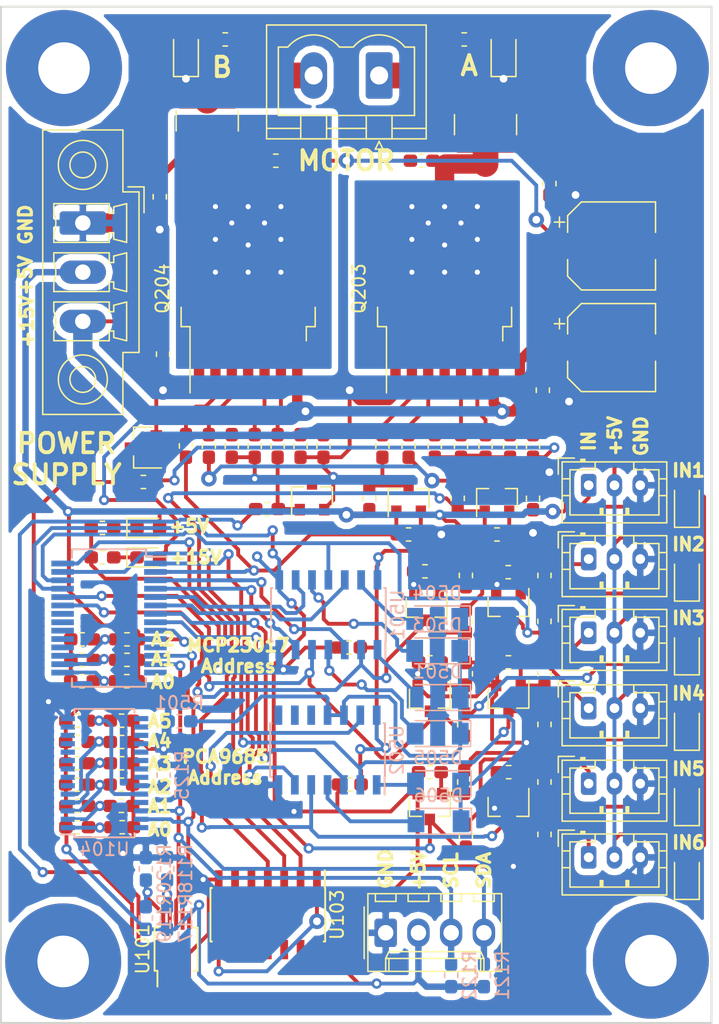
<source format=kicad_pcb>
(kicad_pcb (version 20171130) (host pcbnew "(5.1.5)-3")
  (layers (0 F.Cu signal) (31 B.Cu signal) (34 B.Paste user) (35 F.Paste user) (36 B.SilkS user) (37 F.SilkS user) (38 B.Mask user) (39 F.Mask user) (44 Edge.Cuts user))
  (net 0 "")
  (net 1 GND)
  (net 2 +5VD)
  (net 3 "Net-(D202-Pad2)")
  (net 4 "Net-(D203-Pad2)")
  (net 5 "Net-(D401-Pad1)")
  (net 6 "Net-(D402-Pad1)")
  (net 7 "Net-(D403-Pad1)")
  (net 8 "Net-(D404-Pad1)")
  (net 9 "Net-(D405-Pad1)")
  (net 10 "Net-(D406-Pad1)")
  (net 11 "Net-(D501-Pad1)")
  (net 12 /Sheet5DBEC701/S0)
  (net 13 /Sheet5DBEC701/S1)
  (net 14 /Sheet5DBEC701/S2)
  (net 15 /Sheet5DBEC701/S3)
  (net 16 /Sheet5DBEC701/S4)
  (net 17 /Sheet5DBEC701/S5)
  (net 18 /Sheet5DC0EE77/PWM1)
  (net 19 "Net-(Q201-Pad3)")
  (net 20 /Sheet5DC0EE77/DIR1)
  (net 21 "Net-(Q202-Pad3)")
  (net 22 "Net-(C205-Pad2)")
  (net 23 +15V)
  (net 24 "Net-(C201-Pad1)")
  (net 25 "Net-(Q203-Pad3)")
  (net 26 "Net-(Q203-Pad2)")
  (net 27 "Net-(Q204-Pad2)")
  (net 28 "Net-(Q204-Pad3)")
  (net 29 "Net-(C207-Pad2)")
  (net 30 "Net-(C211-Pad1)")
  (net 31 "Net-(C212-Pad1)")
  (net 32 "Net-(Q401-Pad1)")
  (net 33 /IN0)
  (net 34 "Net-(Q402-Pad1)")
  (net 35 /IN3)
  (net 36 "Net-(Q403-Pad1)")
  (net 37 /IN1)
  (net 38 /IN4)
  (net 39 "Net-(Q404-Pad1)")
  (net 40 /IN2)
  (net 41 "Net-(Q405-Pad1)")
  (net 42 /IN5)
  (net 43 "Net-(Q406-Pad1)")
  (net 44 "Net-(R101-Pad2)")
  (net 45 "Net-(R103-Pad2)")
  (net 46 "Net-(R105-Pad2)")
  (net 47 "Net-(R107-Pad2)")
  (net 48 "Net-(R109-Pad2)")
  (net 49 "Net-(R111-Pad2)")
  (net 50 "Net-(R113-Pad2)")
  (net 51 "Net-(R115-Pad2)")
  (net 52 "Net-(R117-Pad2)")
  (net 53 "Net-(R119-Pad2)")
  (net 54 /SDA)
  (net 55 /SCL)
  (net 56 "Net-(D201-Pad1)")
  (net 57 /IS1)
  (net 58 "Net-(C202-Pad1)")
  (net 59 "Net-(D204-Pad1)")
  (net 60 /IS2)
  (net 61 /RSTIN5)
  (net 62 /RSTIN4)
  (net 63 /RSTIN3)
  (net 64 /RSTIN2)
  (net 65 /RSTIN1)
  (net 66 /RSTIN0)
  (net 67 "Net-(U103-Pad1)")
  (net 68 /STOPMOTOR)
  (net 69 "Net-(U103-Pad10)")
  (net 70 /M1A)
  (net 71 /M1B)
  (net 72 "Net-(R123-Pad2)")
  (net 73 "Net-(J401-Pad1)")
  (net 74 "Net-(J402-Pad1)")
  (net 75 "Net-(J403-Pad1)")
  (net 76 "Net-(J404-Pad1)")
  (net 77 "Net-(J405-Pad1)")
  (net 78 "Net-(J406-Pad1)")
  (net 79 "Net-(R125-Pad1)")
  (net 80 "Net-(U102-Pad1)")
  (net 81 "Net-(D101-Pad1)")
  (net 82 "Net-(D102-Pad1)")
  (module Capacitor_SMD:CP_Elec_6.3x5.4 (layer F.Cu) (at 219.964 36.068)
    (fp_text reference C204 hide)
    (fp_text value 1000µ)
    (pad 2 smd roundrect (at 2.8 0) (size 3.5 1.6) (layers F.Cu F.Paste F.Mask) (roundrect_rratio 0.15625) (net 1 GND))
    (pad 1 smd roundrect (at -2.8 0) (size 3.5 1.6) (layers F.Cu F.Paste F.Mask) (roundrect_rratio 0.15625) (net 23 +15V))
  )
  (module Resistor_SMD:R_0603_1608Metric_Pad1.05x0.95mm_HandSolder (layer F.Cu) (at 208.534 73.152 270)
    (fp_text reference R411 hide)
    (fp_text value 1k)
    (pad 1 smd roundrect (at -0.875 0 270) (size 1.05 0.95) (layers F.Cu F.Paste F.Mask) (net 7 "Net-(D403-Pad1)"))
    (pad 2 smd roundrect (at 0.875 0 270) (size 1.05 0.95) (layers F.Cu F.Paste F.Mask) (net 37 /IN1))
  )
  (module Package_SO:SOIC-14_3.9x8.7mm_P1.27mm (layer B.Cu) (at 197.9295 75.1205 90)
    (fp_text reference U502 (at 0 5.375 90) (layer B.SilkS) (effects (justify mirror)))
    (fp_text value 74HC02)
    (pad 14 smd rect (at 2.7 3.81 90) (size 1.5 0.6) (layers B.Cu B.Paste B.Mask) (net 2 +5VD))
    (pad 13 smd rect (at 2.7 2.54 90) (size 1.5 0.6) (layers B.Cu B.Paste B.Mask) (net 68 /STOPMOTOR))
    (pad 12 smd rect (at 2.7 1.27 90) (size 1.5 0.6) (layers B.Cu B.Paste B.Mask) (net 11 "Net-(D501-Pad1)"))
    (pad 11 smd rect (at 2.7 0 90) (size 1.5 0.6) (layers B.Cu B.Paste B.Mask) (net 11 "Net-(D501-Pad1)"))
    (pad 10 smd rect (at 2.7 -1.27 90) (size 1.5 0.6) (layers B.Cu B.Paste B.Mask))
    (pad 9 smd rect (at 2.7 -2.54 90) (size 1.5 0.6) (layers B.Cu B.Paste B.Mask))
    (pad 8 smd rect (at 2.7 -3.81 90) (size 1.5 0.6) (layers B.Cu B.Paste B.Mask))
    (pad 7 smd rect (at -2.7 -3.81 90) (size 1.5 0.6) (layers B.Cu B.Paste B.Mask) (net 1 GND))
    (pad 6 smd rect (at -2.7 -2.54 90) (size 1.5 0.6) (layers B.Cu B.Paste B.Mask) (net 61 /RSTIN5))
    (pad 5 smd rect (at -2.7 -1.27 90) (size 1.5 0.6) (layers B.Cu B.Paste B.Mask) (net 42 /IN5))
    (pad 4 smd rect (at -2.7 0 90) (size 1.5 0.6) (layers B.Cu B.Paste B.Mask) (net 17 /Sheet5DBEC701/S5))
    (pad 3 smd rect (at -2.7 1.27 90) (size 1.5 0.6) (layers B.Cu B.Paste B.Mask) (net 62 /RSTIN4))
    (pad 2 smd rect (at -2.7 2.54 90) (size 1.5 0.6) (layers B.Cu B.Paste B.Mask) (net 38 /IN4))
    (pad 1 smd rect (at -2.7 3.81 90) (size 1.5 0.6) (layers B.Cu B.Paste B.Mask) (net 16 /Sheet5DBEC701/S4))
  )
  (module Package_SO:MSOP-10_3x3mm_P0.5mm (layer F.Cu) (at 186.182 90.551 90)
    (fp_text reference U101 (at 0 -2.6 90) (layer F.SilkS))
    (fp_text value MCP3427-xUN)
    (pad 1 smd rect (at -2.2 -1 90) (size 1.4 0.3) (layers F.Cu F.Paste F.Mask) (net 57 /IS1))
    (pad 2 smd rect (at -2.2 -0.5 90) (size 1.4 0.3) (layers F.Cu F.Paste F.Mask) (net 1 GND))
    (pad 3 smd rect (at -2.2 0 90) (size 1.4 0.3) (layers F.Cu F.Paste F.Mask) (net 1 GND))
    (pad 4 smd rect (at -2.2 0.5 90) (size 1.4 0.3) (layers F.Cu F.Paste F.Mask) (net 60 /IS2))
    (pad 5 smd rect (at -2.2 1 90) (size 1.4 0.3) (layers F.Cu F.Paste F.Mask) (net 1 GND))
    (pad 6 smd rect (at 2.2 1 90) (size 1.4 0.3) (layers F.Cu F.Paste F.Mask) (net 2 +5VD))
    (pad 7 smd rect (at 2.2 0.5 90) (size 1.4 0.3) (layers F.Cu F.Paste F.Mask) (net 54 /SDA))
    (pad 8 smd rect (at 2.2 0 90) (size 1.4 0.3) (layers F.Cu F.Paste F.Mask) (net 55 /SCL))
    (pad 9 smd rect (at 2.2 -0.5 90) (size 1.4 0.3) (layers F.Cu F.Paste F.Mask) (net 52 "Net-(R117-Pad2)"))
    (pad 10 smd rect (at 2.2 -1 90) (size 1.4 0.3) (layers F.Cu F.Paste F.Mask) (net 53 "Net-(R119-Pad2)"))
  )
  (module Resistor_SMD:R_0603_1608Metric (layer B.Cu) (at 185.216706 77.065886 90)
    (fp_text reference R125 (at 0 1.43 90) (layer B.SilkS) (effects (justify mirror)))
    (fp_text value 0)
    (pad 2 smd roundrect (at 0.7875 0 90) (size 0.875 0.95) (layers B.Cu B.Paste B.Mask) (net 1 GND))
    (pad 1 smd roundrect (at -0.7875 0 90) (size 0.875 0.95) (layers B.Cu B.Paste B.Mask) (net 79 "Net-(R125-Pad1)"))
  )
  (module Resistor_SMD:R_0603_1608Metric_Pad1.05x0.95mm_HandSolder (layer F.Cu) (at 181.948611 72.847506)
    (fp_text reference R124 hide)
    (fp_text value 10k)
    (pad 2 smd roundrect (at 0.875 0) (size 1.05 0.95) (layers F.Cu F.Paste F.Mask) (net 1 GND))
    (pad 1 smd roundrect (at -0.875 0) (size 1.05 0.95) (layers F.Cu F.Paste F.Mask) (net 72 "Net-(R123-Pad2)"))
  )
  (module Diode_SMD:D_MiniMELF (layer B.Cu) (at 206.474 71.0565 180)
    (fp_text reference D501 (at 0 2 180) (layer B.SilkS) (effects (justify mirror)))
    (fp_text value B140-E3)
    (pad 2 smd rect (at 1.75 0 180) (size 1.3 1.7) (layers B.Cu B.Paste B.Mask) (net 12 /Sheet5DBEC701/S0))
    (pad 1 smd rect (at -1.75 0 180) (size 1.3 1.7) (layers B.Cu B.Paste B.Mask) (net 11 "Net-(D501-Pad1)"))
  )
  (module Resistor_SMD:R_0603_1608Metric_Pad1.05x0.95mm_HandSolder (layer B.Cu) (at 186.436 72.898 180)
    (fp_text reference R501 (at 0 1.43 180) (layer B.SilkS) (effects (justify mirror)))
    (fp_text value 10k)
    (pad 1 smd roundrect (at -0.875 0 180) (size 1.05 0.95) (layers B.Cu B.Paste B.Mask) (net 11 "Net-(D501-Pad1)"))
    (pad 2 smd roundrect (at 0.875 0 180) (size 1.05 0.95) (layers B.Cu B.Paste B.Mask) (net 1 GND))
  )
  (module Package_SO:SOIC-14_3.9x8.7mm_P1.27mm (layer B.Cu) (at 197.993 64.643 90)
    (fp_text reference U501 (at 0 5.375 90) (layer B.SilkS) (effects (justify mirror)))
    (fp_text value 74HC02)
    (pad 1 smd rect (at -2.7 3.81 90) (size 1.5 0.6) (layers B.Cu B.Paste B.Mask) (net 12 /Sheet5DBEC701/S0))
    (pad 2 smd rect (at -2.7 2.54 90) (size 1.5 0.6) (layers B.Cu B.Paste B.Mask) (net 33 /IN0))
    (pad 3 smd rect (at -2.7 1.27 90) (size 1.5 0.6) (layers B.Cu B.Paste B.Mask) (net 66 /RSTIN0))
    (pad 4 smd rect (at -2.7 0 90) (size 1.5 0.6) (layers B.Cu B.Paste B.Mask) (net 13 /Sheet5DBEC701/S1))
    (pad 5 smd rect (at -2.7 -1.27 90) (size 1.5 0.6) (layers B.Cu B.Paste B.Mask) (net 37 /IN1))
    (pad 6 smd rect (at -2.7 -2.54 90) (size 1.5 0.6) (layers B.Cu B.Paste B.Mask) (net 65 /RSTIN1))
    (pad 7 smd rect (at -2.7 -3.81 90) (size 1.5 0.6) (layers B.Cu B.Paste B.Mask) (net 1 GND))
    (pad 8 smd rect (at 2.7 -3.81 90) (size 1.5 0.6) (layers B.Cu B.Paste B.Mask) (net 40 /IN2))
    (pad 9 smd rect (at 2.7 -2.54 90) (size 1.5 0.6) (layers B.Cu B.Paste B.Mask) (net 64 /RSTIN2))
    (pad 10 smd rect (at 2.7 -1.27 90) (size 1.5 0.6) (layers B.Cu B.Paste B.Mask) (net 14 /Sheet5DBEC701/S2))
    (pad 11 smd rect (at 2.7 0 90) (size 1.5 0.6) (layers B.Cu B.Paste B.Mask) (net 35 /IN3))
    (pad 12 smd rect (at 2.7 1.27 90) (size 1.5 0.6) (layers B.Cu B.Paste B.Mask) (net 63 /RSTIN3))
    (pad 13 smd rect (at 2.7 2.54 90) (size 1.5 0.6) (layers B.Cu B.Paste B.Mask) (net 15 /Sheet5DBEC701/S3))
    (pad 14 smd rect (at 2.7 3.81 90) (size 1.5 0.6) (layers B.Cu B.Paste B.Mask) (net 2 +5VD))
  )
  (module Diode_SMD:D_MiniMELF (layer B.Cu) (at 206.4385 64.9605 180)
    (fp_text reference D504 (at 0 2 180) (layer B.SilkS) (effects (justify mirror)))
    (fp_text value B140-E3)
    (pad 2 smd rect (at 1.75 0 180) (size 1.3 1.7) (layers B.Cu B.Paste B.Mask) (net 15 /Sheet5DBEC701/S3))
    (pad 1 smd rect (at -1.75 0 180) (size 1.3 1.7) (layers B.Cu B.Paste B.Mask) (net 11 "Net-(D501-Pad1)"))
  )
  (module Diode_SMD:D_MiniMELF (layer B.Cu) (at 206.4385 67.437 180)
    (fp_text reference D503 (at 0 2 180) (layer B.SilkS) (effects (justify mirror)))
    (fp_text value B140-E3)
    (pad 2 smd rect (at 1.75 0 180) (size 1.3 1.7) (layers B.Cu B.Paste B.Mask) (net 14 /Sheet5DBEC701/S2))
    (pad 1 smd rect (at -1.75 0 180) (size 1.3 1.7) (layers B.Cu B.Paste B.Mask) (net 11 "Net-(D501-Pad1)"))
  )
  (module Diode_SMD:D_MiniMELF (layer B.Cu) (at 206.502 77.724 180)
    (fp_text reference D505 (at 0 2 180) (layer B.SilkS) (effects (justify mirror)))
    (fp_text value B140-E3)
    (pad 2 smd rect (at 1.75 0 180) (size 1.3 1.7) (layers B.Cu B.Paste B.Mask) (net 16 /Sheet5DBEC701/S4))
    (pad 1 smd rect (at -1.75 0 180) (size 1.3 1.7) (layers B.Cu B.Paste B.Mask) (net 11 "Net-(D501-Pad1)"))
  )
  (module Capacitor_SMD:C_0603_1608Metric_Pad1.05x0.95mm_HandSolder (layer F.Cu) (at 199.5945 67.183 180)
    (fp_text reference C502 hide)
    (fp_text value 100n)
    (pad 1 smd roundrect (at -0.875 0 180) (size 1.05 0.95) (layers F.Cu F.Paste F.Mask) (net 2 +5VD))
    (pad 2 smd roundrect (at 0.875 0 180) (size 1.05 0.95) (layers F.Cu F.Paste F.Mask) (net 1 GND))
  )
  (module Diode_SMD:D_MiniMELF (layer B.Cu) (at 206.5375 80.645 180)
    (fp_text reference D506 (at 0 2 180) (layer B.SilkS) (effects (justify mirror)))
    (fp_text value B140-E3)
    (pad 2 smd rect (at 1.75 0 180) (size 1.3 1.7) (layers B.Cu B.Paste B.Mask) (net 17 /Sheet5DBEC701/S5))
    (pad 1 smd rect (at -1.75 0 180) (size 1.3 1.7) (layers B.Cu B.Paste B.Mask) (net 11 "Net-(D501-Pad1)"))
  )
  (module Diode_SMD:D_MiniMELF (layer B.Cu) (at 206.474 73.8505 180)
    (fp_text reference D502 hide)
    (fp_text value B140-E3)
    (pad 2 smd rect (at 1.75 0 180) (size 1.3 1.7) (layers B.Cu B.Paste B.Mask) (net 13 /Sheet5DBEC701/S1))
    (pad 1 smd rect (at -1.75 0 180) (size 1.3 1.7) (layers B.Cu B.Paste B.Mask) (net 11 "Net-(D501-Pad1)"))
  )
  (module Capacitor_SMD:C_0603_1608Metric_Pad1.05x0.95mm_HandSolder (layer F.Cu) (at 199.658 77.7875 180)
    (fp_text reference C501 hide)
    (fp_text value 100n)
    (pad 2 smd roundrect (at 0.875 0 180) (size 1.05 0.95) (layers F.Cu F.Paste F.Mask) (net 1 GND))
    (pad 1 smd roundrect (at -0.875 0 180) (size 1.05 0.95) (layers F.Cu F.Paste F.Mask) (net 2 +5VD))
  )
  (module Connector_JST:JST_PH_B3B-PH-K_1x03_P2.00mm_Vertical (layer F.Cu) (at 218.186 77.724)
    (fp_text reference J405 hide)
    (fp_text value Conn_01x03_Male)
    (pad 3 thru_hole oval (at 4 0) (size 1.2 1.75) (drill 0.75) (layers *.Cu *.Mask) (net 1 GND))
    (pad 2 thru_hole oval (at 2 0) (size 1.2 1.75) (drill 0.75) (layers *.Cu *.Mask) (net 2 +5VD))
    (pad 1 thru_hole roundrect (at 0 0) (size 1.2 1.75) (drill 0.75) (layers *.Cu *.Mask) (roundrect_rratio 0.208333) (net 77 "Net-(J405-Pad1)"))
  )
  (module Resistor_SMD:R_0603_1608Metric_Pad1.05x0.95mm_HandSolder (layer F.Cu) (at 214.757 81.661 270)
    (fp_text reference R418 hide)
    (fp_text value 1k)
    (pad 1 smd roundrect (at -0.875 0 270) (size 1.05 0.95) (layers F.Cu F.Paste F.Mask) (net 10 "Net-(D406-Pad1)"))
    (pad 2 smd roundrect (at 0.875 0 270) (size 1.05 0.95) (layers F.Cu F.Paste F.Mask) (net 42 /IN5))
  )
  (module Resistor_SMD:R_0603_1608Metric_Pad1.05x0.95mm_HandSolder (layer F.Cu) (at 211.977 76.835 180)
    (fp_text reference R416 hide)
    (fp_text value 100k)
    (pad 2 smd roundrect (at 0.875 0 180) (size 1.05 0.95) (layers F.Cu F.Paste F.Mask) (net 1 GND))
    (pad 1 smd roundrect (at -0.875 0 180) (size 1.05 0.95) (layers F.Cu F.Paste F.Mask) (net 43 "Net-(Q406-Pad1)"))
  )
  (module Package_TO_SOT_SMD:SOT-23 (layer F.Cu) (at 205.867 79.502 270)
    (fp_text reference Q405 hide)
    (fp_text value 2N7002)
    (pad 1 smd rect (at -1 -0.95 270) (size 0.9 0.8) (layers F.Cu F.Paste F.Mask) (net 41 "Net-(Q405-Pad1)"))
    (pad 2 smd rect (at -1 0.95 270) (size 0.9 0.8) (layers F.Cu F.Paste F.Mask) (net 1 GND))
    (pad 3 smd rect (at 1 0 270) (size 0.9 0.8) (layers F.Cu F.Paste F.Mask) (net 40 /IN2))
  )
  (module Resistor_SMD:R_0603_1608Metric_Pad1.05x0.95mm_HandSolder (layer F.Cu) (at 208.534 77.597 90)
    (fp_text reference R413 hide)
    (fp_text value 100)
    (pad 2 smd roundrect (at 0.875 0 90) (size 1.05 0.95) (layers F.Cu F.Paste F.Mask) (net 77 "Net-(J405-Pad1)"))
    (pad 1 smd roundrect (at -0.875 0 90) (size 1.05 0.95) (layers F.Cu F.Paste F.Mask) (net 41 "Net-(Q405-Pad1)"))
  )
  (module Resistor_SMD:R_0603_1608Metric_Pad1.05x0.95mm_HandSolder (layer F.Cu) (at 214.757 77.597 90)
    (fp_text reference R414 hide)
    (fp_text value 100)
    (pad 1 smd roundrect (at -0.875 0 90) (size 1.05 0.95) (layers F.Cu F.Paste F.Mask) (net 43 "Net-(Q406-Pad1)"))
    (pad 2 smd roundrect (at 0.875 0 90) (size 1.05 0.95) (layers F.Cu F.Paste F.Mask) (net 78 "Net-(J406-Pad1)"))
  )
  (module Resistor_SMD:R_0603_1608Metric_Pad1.05x0.95mm_HandSolder (layer F.Cu) (at 208.661 81.774 270)
    (fp_text reference R417 hide)
    (fp_text value 1k)
    (pad 2 smd roundrect (at 0.875 0 270) (size 1.05 0.95) (layers F.Cu F.Paste F.Mask) (net 40 /IN2))
    (pad 1 smd roundrect (at -0.875 0 270) (size 1.05 0.95) (layers F.Cu F.Paste F.Mask) (net 9 "Net-(D405-Pad1)"))
  )
  (module Resistor_SMD:R_0603_1608Metric_Pad1.05x0.95mm_HandSolder (layer F.Cu) (at 205.867 76.835 180)
    (fp_text reference R415 hide)
    (fp_text value 100k)
    (pad 1 smd roundrect (at -0.875 0 180) (size 1.05 0.95) (layers F.Cu F.Paste F.Mask) (net 41 "Net-(Q405-Pad1)"))
    (pad 2 smd roundrect (at 0.875 0 180) (size 1.05 0.95) (layers F.Cu F.Paste F.Mask) (net 1 GND))
  )
  (module Package_TO_SOT_SMD:SOT-23 (layer F.Cu) (at 211.963 79.502 270)
    (fp_text reference Q406 hide)
    (fp_text value 2N7002)
    (pad 1 smd rect (at -1 -0.95 270) (size 0.9 0.8) (layers F.Cu F.Paste F.Mask) (net 43 "Net-(Q406-Pad1)"))
    (pad 2 smd rect (at -1 0.95 270) (size 0.9 0.8) (layers F.Cu F.Paste F.Mask) (net 1 GND))
    (pad 3 smd rect (at 1 0 270) (size 0.9 0.8) (layers F.Cu F.Paste F.Mask) (net 42 /IN5))
  )
  (module Package_TO_SOT_SMD:SOT-23 (layer F.Cu) (at 205.867 71.12 270)
    (fp_text reference Q403 hide)
    (fp_text value 2N7002)
    (pad 3 smd rect (at 1 0 270) (size 0.9 0.8) (layers F.Cu F.Paste F.Mask) (net 37 /IN1))
    (pad 2 smd rect (at -1 0.95 270) (size 0.9 0.8) (layers F.Cu F.Paste F.Mask) (net 1 GND))
    (pad 1 smd rect (at -1 -0.95 270) (size 0.9 0.8) (layers F.Cu F.Paste F.Mask) (net 36 "Net-(Q403-Pad1)"))
  )
  (module Resistor_SMD:R_0603_1608Metric_Pad1.05x0.95mm_HandSolder (layer F.Cu) (at 205.867 68.326 180)
    (fp_text reference R409 hide)
    (fp_text value 100k)
    (pad 2 smd roundrect (at 0.875 0 180) (size 1.05 0.95) (layers F.Cu F.Paste F.Mask) (net 1 GND))
    (pad 1 smd roundrect (at -0.875 0 180) (size 1.05 0.95) (layers F.Cu F.Paste F.Mask) (net 36 "Net-(Q403-Pad1)"))
  )
  (module Resistor_SMD:R_0603_1608Metric_Pad1.05x0.95mm_HandSolder (layer F.Cu) (at 208.661 69.215 90)
    (fp_text reference R407 hide)
    (fp_text value 100)
    (pad 1 smd roundrect (at -0.875 0 90) (size 1.05 0.95) (layers F.Cu F.Paste F.Mask) (net 36 "Net-(Q403-Pad1)"))
    (pad 2 smd roundrect (at 0.875 0 90) (size 1.05 0.95) (layers F.Cu F.Paste F.Mask) (net 75 "Net-(J403-Pad1)"))
  )
  (module Resistor_SMD:R_0603_1608Metric_Pad1.05x0.95mm_HandSolder (layer F.Cu) (at 214.757 65.151 270)
    (fp_text reference R406 hide)
    (fp_text value 1k)
    (pad 1 smd roundrect (at -0.875 0 270) (size 1.05 0.95) (layers F.Cu F.Paste F.Mask) (net 6 "Net-(D402-Pad1)"))
    (pad 2 smd roundrect (at 0.875 0 270) (size 1.05 0.95) (layers F.Cu F.Paste F.Mask) (net 35 /IN3))
  )
  (module Package_TO_SOT_SMD:SOT-23 (layer F.Cu) (at 183.642 51.689 180)
    (fp_text reference D201 hide)
    (fp_text value D_Zener_Small_ALT)
    (pad 1 smd rect (at -1 -0.95 180) (size 0.9 0.8) (layers F.Cu F.Paste F.Mask) (net 56 "Net-(D201-Pad1)"))
    (pad 2 smd rect (at -1 0.95 180) (size 0.9 0.8) (layers F.Cu F.Paste F.Mask) (net 1 GND))
    (pad 3 smd rect (at 1 0 180) (size 0.9 0.8) (layers F.Cu F.Paste F.Mask))
  )
  (module Connector_JST:JST_PH_B3B-PH-K_1x03_P2.00mm_Vertical (layer F.Cu) (at 218.186 54.61)
    (fp_text reference J401 hide)
    (fp_text value Conn_01x03_Male)
    (pad 3 thru_hole oval (at 4 0) (size 1.2 1.75) (drill 0.75) (layers *.Cu *.Mask) (net 1 GND))
    (pad 2 thru_hole oval (at 2 0) (size 1.2 1.75) (drill 0.75) (layers *.Cu *.Mask) (net 2 +5VD))
    (pad 1 thru_hole roundrect (at 0 0) (size 1.2 1.75) (drill 0.75) (layers *.Cu *.Mask) (roundrect_rratio 0.208333) (net 73 "Net-(J401-Pad1)"))
  )
  (module Connector_JST:JST_PH_B3B-PH-K_1x03_P2.00mm_Vertical (layer F.Cu) (at 218.186 60.325)
    (fp_text reference J402 hide)
    (fp_text value Conn_01x03_Male)
    (pad 3 thru_hole oval (at 4 0) (size 1.2 1.75) (drill 0.75) (layers *.Cu *.Mask) (net 1 GND))
    (pad 2 thru_hole oval (at 2 0) (size 1.2 1.75) (drill 0.75) (layers *.Cu *.Mask) (net 2 +5VD))
    (pad 1 thru_hole roundrect (at 0 0) (size 1.2 1.75) (drill 0.75) (layers *.Cu *.Mask) (roundrect_rratio 0.208333) (net 74 "Net-(J402-Pad1)"))
  )
  (module Connector_JST:JST_PH_B3B-PH-K_1x03_P2.00mm_Vertical (layer F.Cu) (at 218.186 66.04)
    (fp_text reference J403 hide)
    (fp_text value Conn_01x03_Male)
    (pad 3 thru_hole oval (at 4 0) (size 1.2 1.75) (drill 0.75) (layers *.Cu *.Mask) (net 1 GND))
    (pad 2 thru_hole oval (at 2 0) (size 1.2 1.75) (drill 0.75) (layers *.Cu *.Mask) (net 2 +5VD))
    (pad 1 thru_hole roundrect (at 0 0) (size 1.2 1.75) (drill 0.75) (layers *.Cu *.Mask) (roundrect_rratio 0.208333) (net 75 "Net-(J403-Pad1)"))
  )
  (module Connector_JST:JST_PH_B3B-PH-K_1x03_P2.00mm_Vertical (layer F.Cu) (at 218.186 71.882)
    (fp_text reference J404 hide)
    (fp_text value Conn_01x03_Male)
    (pad 3 thru_hole oval (at 4 0) (size 1.2 1.75) (drill 0.75) (layers *.Cu *.Mask) (net 1 GND))
    (pad 2 thru_hole oval (at 2 0) (size 1.2 1.75) (drill 0.75) (layers *.Cu *.Mask) (net 2 +5VD))
    (pad 1 thru_hole roundrect (at 0 0) (size 1.2 1.75) (drill 0.75) (layers *.Cu *.Mask) (roundrect_rratio 0.208333) (net 76 "Net-(J404-Pad1)"))
  )
  (module Connector_JST:JST_PH_B3B-PH-K_1x03_P2.00mm_Vertical (layer F.Cu) (at 218.186 83.439)
    (fp_text reference J406 hide)
    (fp_text value Conn_01x03_Male)
    (pad 3 thru_hole oval (at 4 0) (size 1.2 1.75) (drill 0.75) (layers *.Cu *.Mask) (net 1 GND))
    (pad 2 thru_hole oval (at 2 0) (size 1.2 1.75) (drill 0.75) (layers *.Cu *.Mask) (net 2 +5VD))
    (pad 1 thru_hole roundrect (at 0 0) (size 1.2 1.75) (drill 0.75) (layers *.Cu *.Mask) (roundrect_rratio 0.208333) (net 78 "Net-(J406-Pad1)"))
  )
  (module Resistor_SMD:R_0603_1608Metric_Pad1.05x0.95mm_HandSolder (layer F.Cu) (at 211.074 58.42)
    (fp_text reference R201 hide)
    (fp_text value 100k)
    (pad 2 smd roundrect (at 0.875 0) (size 1.05 0.95) (layers F.Cu F.Paste F.Mask) (net 1 GND))
    (pad 1 smd roundrect (at -0.875 0) (size 1.05 0.95) (layers F.Cu F.Paste F.Mask) (net 18 /Sheet5DC0EE77/PWM1))
  )
  (module Package_TO_SOT_SMD:SOT-23 (layer F.Cu) (at 211.074 55.626 90)
    (fp_text reference Q201 hide)
    (fp_text value 2N7002)
    (pad 1 smd rect (at -1 -0.95 90) (size 0.9 0.8) (layers F.Cu F.Paste F.Mask) (net 18 /Sheet5DC0EE77/PWM1))
    (pad 2 smd rect (at -1 0.95 90) (size 0.9 0.8) (layers F.Cu F.Paste F.Mask) (net 1 GND))
    (pad 3 smd rect (at 1 0 90) (size 0.9 0.8) (layers F.Cu F.Paste F.Mask) (net 19 "Net-(Q201-Pad3)"))
  )
  (module Resistor_SMD:R_0603_1608Metric_Pad1.05x0.95mm_HandSolder (layer F.Cu) (at 188.722 51.562 90)
    (fp_text reference R215 hide)
    (fp_text value 10k)
    (pad 2 smd roundrect (at 0.875 0 90) (size 1.05 0.95) (layers F.Cu F.Paste F.Mask) (net 28 "Net-(Q204-Pad3)"))
    (pad 1 smd roundrect (at -0.875 0 90) (size 1.05 0.95) (layers F.Cu F.Paste F.Mask) (net 19 "Net-(Q201-Pad3)"))
  )
  (module Resistor_SMD:R_0603_1608Metric_Pad1.05x0.95mm_HandSolder (layer F.Cu) (at 208.026 55.626 270)
    (fp_text reference R202 hide)
    (fp_text value NC-0)
    (pad 2 smd roundrect (at 0.875 0 270) (size 1.05 0.95) (layers F.Cu F.Paste F.Mask) (net 18 /Sheet5DC0EE77/PWM1))
    (pad 1 smd roundrect (at -0.875 0 270) (size 1.05 0.95) (layers F.Cu F.Paste F.Mask) (net 19 "Net-(Q201-Pad3)"))
  )
  (module Resistor_SMD:R_0603_1608Metric_Pad1.05x0.95mm_HandSolder (layer F.Cu) (at 213.868 55.626 90)
    (fp_text reference R203 hide)
    (fp_text value 10k)
    (pad 1 smd roundrect (at -0.875 0 90) (size 1.05 0.95) (layers F.Cu F.Paste F.Mask) (net 2 +5VD))
    (pad 2 smd roundrect (at 0.875 0 90) (size 1.05 0.95) (layers F.Cu F.Paste F.Mask) (net 19 "Net-(Q201-Pad3)"))
  )
  (module Capacitor_SMD:C_0603_1608Metric_Pad1.05x0.95mm_HandSolder (layer F.Cu) (at 206.248 51.562 270)
    (fp_text reference C202 hide)
    (fp_text value C)
    (pad 1 smd roundrect (at -0.875 0 270) (size 1.05 0.95) (layers F.Cu F.Paste F.Mask) (net 58 "Net-(C202-Pad1)"))
    (pad 2 smd roundrect (at 0.875 0 270) (size 1.05 0.95) (layers F.Cu F.Paste F.Mask) (net 1 GND))
  )
  (module LED_SMD:LED_0805_2012Metric_Pad1.15x1.40mm_HandSolder (layer F.Cu) (at 211.582 21.082 90)
    (fp_text reference D202 hide)
    (fp_text value LED)
    (pad 2 smd roundrect (at 1.025 0 90) (size 1.15 1.4) (layers F.Cu F.Paste F.Mask) (roundrect_rratio 0.217391) (net 3 "Net-(D202-Pad2)"))
    (pad 1 smd roundrect (at -1.025 0 90) (size 1.15 1.4) (layers F.Cu F.Paste F.Mask) (roundrect_rratio 0.217391) (net 1 GND))
  )
  (module LED_SMD:LED_0805_2012Metric_Pad1.15x1.40mm_HandSolder (layer F.Cu) (at 186.944 21.082 90)
    (fp_text reference D203 hide)
    (fp_text value LED)
    (pad 1 smd roundrect (at -1.025 0 90) (size 1.15 1.4) (layers F.Cu F.Paste F.Mask) (roundrect_rratio 0.217391) (net 1 GND))
    (pad 2 smd roundrect (at 1.025 0 90) (size 1.15 1.4) (layers F.Cu F.Paste F.Mask) (roundrect_rratio 0.217391) (net 4 "Net-(D203-Pad2)"))
  )
  (module LED_SMD:LED_0805_2012Metric_Pad1.15x1.40mm_HandSolder (layer F.Cu) (at 225.806 56.007 90)
    (fp_text reference D401 hide)
    (fp_text value LED)
    (pad 1 smd roundrect (at -1.025 0 90) (size 1.15 1.4) (layers F.Cu F.Paste F.Mask) (roundrect_rratio 0.217391) (net 5 "Net-(D401-Pad1)"))
    (pad 2 smd roundrect (at 1.025 0 90) (size 1.15 1.4) (layers F.Cu F.Paste F.Mask) (roundrect_rratio 0.217391) (net 2 +5VD))
  )
  (module LED_SMD:LED_0805_2012Metric_Pad1.15x1.40mm_HandSolder (layer F.Cu) (at 225.806 61.722 90)
    (fp_text reference D402 hide)
    (fp_text value LED)
    (pad 1 smd roundrect (at -1.025 0 90) (size 1.15 1.4) (layers F.Cu F.Paste F.Mask) (roundrect_rratio 0.217391) (net 6 "Net-(D402-Pad1)"))
    (pad 2 smd roundrect (at 1.025 0 90) (size 1.15 1.4) (layers F.Cu F.Paste F.Mask) (roundrect_rratio 0.217391) (net 2 +5VD))
  )
  (module LED_SMD:LED_0805_2012Metric_Pad1.15x1.40mm_HandSolder (layer F.Cu) (at 225.806 67.437 90)
    (fp_text reference D403 hide)
    (fp_text value LED)
    (pad 2 smd roundrect (at 1.025 0 90) (size 1.15 1.4) (layers F.Cu F.Paste F.Mask) (roundrect_rratio 0.217391) (net 2 +5VD))
    (pad 1 smd roundrect (at -1.025 0 90) (size 1.15 1.4) (layers F.Cu F.Paste F.Mask) (roundrect_rratio 0.217391) (net 7 "Net-(D403-Pad1)"))
  )
  (module LED_SMD:LED_0805_2012Metric_Pad1.15x1.40mm_HandSolder (layer F.Cu) (at 225.806 73.279 90)
    (fp_text reference D404 hide)
    (fp_text value LED)
    (pad 2 smd roundrect (at 1.025 0 90) (size 1.15 1.4) (layers F.Cu F.Paste F.Mask) (roundrect_rratio 0.217391) (net 2 +5VD))
    (pad 1 smd roundrect (at -1.025 0 90) (size 1.15 1.4) (layers F.Cu F.Paste F.Mask) (roundrect_rratio 0.217391) (net 8 "Net-(D404-Pad1)"))
  )
  (module LED_SMD:LED_0805_2012Metric_Pad1.15x1.40mm_HandSolder (layer F.Cu) (at 225.806 79.121 90)
    (fp_text reference D405 hide)
    (fp_text value LED)
    (pad 1 smd roundrect (at -1.025 0 90) (size 1.15 1.4) (layers F.Cu F.Paste F.Mask) (roundrect_rratio 0.217391) (net 9 "Net-(D405-Pad1)"))
    (pad 2 smd roundrect (at 1.025 0 90) (size 1.15 1.4) (layers F.Cu F.Paste F.Mask) (roundrect_rratio 0.217391) (net 2 +5VD))
  )
  (module LED_SMD:LED_0805_2012Metric_Pad1.15x1.40mm_HandSolder (layer F.Cu) (at 225.806 84.836 90)
    (fp_text reference D406 hide)
    (fp_text value LED)
    (pad 2 smd roundrect (at 1.025 0 90) (size 1.15 1.4) (layers F.Cu F.Paste F.Mask) (roundrect_rratio 0.217391) (net 2 +5VD))
    (pad 1 smd roundrect (at -1.025 0 90) (size 1.15 1.4) (layers F.Cu F.Paste F.Mask) (roundrect_rratio 0.217391) (net 10 "Net-(D406-Pad1)"))
  )
  (module Package_TO_SOT_SMD:SOT-23 (layer F.Cu) (at 204.216 55.626 90)
    (fp_text reference Q202 hide)
    (fp_text value 2N7002)
    (pad 1 smd rect (at -1 -0.95 90) (size 0.9 0.8) (layers F.Cu F.Paste F.Mask) (net 20 /Sheet5DC0EE77/DIR1))
    (pad 2 smd rect (at -1 0.95 90) (size 0.9 0.8) (layers F.Cu F.Paste F.Mask) (net 1 GND))
    (pad 3 smd rect (at 1 0 90) (size 0.9 0.8) (layers F.Cu F.Paste F.Mask) (net 21 "Net-(Q202-Pad3)"))
  )
  (module Resistor_SMD:R_0603_1608Metric_Pad1.05x0.95mm_HandSolder (layer F.Cu) (at 178.505611 81.102506)
    (fp_text reference R101 hide)
    (fp_text value 0)
    (pad 2 smd roundrect (at 0.875 0) (size 1.05 0.95) (layers F.Cu F.Paste F.Mask) (net 44 "Net-(R101-Pad2)"))
    (pad 1 smd roundrect (at -0.875 0) (size 1.05 0.95) (layers F.Cu F.Paste F.Mask) (net 2 +5VD))
  )
  (module Resistor_SMD:R_0603_1608Metric_Pad1.05x0.95mm_HandSolder (layer F.Cu) (at 181.998111 81.102506)
    (fp_text reference R102 hide)
    (fp_text value 10k)
    (pad 1 smd roundrect (at -0.875 0) (size 1.05 0.95) (layers F.Cu F.Paste F.Mask) (net 44 "Net-(R101-Pad2)"))
    (pad 2 smd roundrect (at 0.875 0) (size 1.05 0.95) (layers F.Cu F.Paste F.Mask) (net 1 GND))
  )
  (module Resistor_SMD:R_0603_1608Metric_Pad1.05x0.95mm_HandSolder (layer F.Cu) (at 182.372 66.548 180)
    (fp_text reference R103 hide)
    (fp_text value 0)
    (pad 2 smd roundrect (at 0.875 0 180) (size 1.05 0.95) (layers F.Cu F.Paste F.Mask) (net 45 "Net-(R103-Pad2)"))
    (pad 1 smd roundrect (at -0.875 0 180) (size 1.05 0.95) (layers F.Cu F.Paste F.Mask) (net 2 +5VD))
  )
  (module Resistor_SMD:R_0603_1608Metric_Pad1.05x0.95mm_HandSolder (layer F.Cu) (at 178.8795 66.548 180)
    (fp_text reference R104 hide)
    (fp_text value 10k)
    (pad 1 smd roundrect (at -0.875 0 180) (size 1.05 0.95) (layers F.Cu F.Paste F.Mask) (net 45 "Net-(R103-Pad2)"))
    (pad 2 smd roundrect (at 0.875 0 180) (size 1.05 0.95) (layers F.Cu F.Paste F.Mask) (net 1 GND))
  )
  (module Resistor_SMD:R_0603_1608Metric_Pad1.05x0.95mm_HandSolder (layer F.Cu) (at 178.505611 79.451506)
    (fp_text reference R105 hide)
    (fp_text value 0)
    (pad 1 smd roundrect (at -0.875 0) (size 1.05 0.95) (layers F.Cu F.Paste F.Mask) (net 2 +5VD))
    (pad 2 smd roundrect (at 0.875 0) (size 1.05 0.95) (layers F.Cu F.Paste F.Mask) (net 46 "Net-(R105-Pad2)"))
  )
  (module Resistor_SMD:R_0603_1608Metric_Pad1.05x0.95mm_HandSolder (layer F.Cu) (at 181.934611 79.451506)
    (fp_text reference R106 hide)
    (fp_text value 10k)
    (pad 2 smd roundrect (at 0.875 0) (size 1.05 0.95) (layers F.Cu F.Paste F.Mask) (net 1 GND))
    (pad 1 smd roundrect (at -0.875 0) (size 1.05 0.95) (layers F.Cu F.Paste F.Mask) (net 46 "Net-(R105-Pad2)"))
  )
  (module Resistor_SMD:R_0603_1608Metric_Pad1.05x0.95mm_HandSolder (layer F.Cu) (at 182.372 68.1355 180)
    (fp_text reference R107 hide)
    (fp_text value 0)
    (pad 2 smd roundrect (at 0.875 0 180) (size 1.05 0.95) (layers F.Cu F.Paste F.Mask) (net 47 "Net-(R107-Pad2)"))
    (pad 1 smd roundrect (at -0.875 0 180) (size 1.05 0.95) (layers F.Cu F.Paste F.Mask) (net 2 +5VD))
  )
  (module Resistor_SMD:R_0603_1608Metric_Pad1.05x0.95mm_HandSolder (layer F.Cu) (at 178.8935 68.1355 180)
    (fp_text reference R108 hide)
    (fp_text value 10k)
    (pad 1 smd roundrect (at -0.875 0 180) (size 1.05 0.95) (layers F.Cu F.Paste F.Mask) (net 47 "Net-(R107-Pad2)"))
    (pad 2 smd roundrect (at 0.875 0 180) (size 1.05 0.95) (layers F.Cu F.Paste F.Mask) (net 1 GND))
  )
  (module Resistor_SMD:R_0603_1608Metric_Pad1.05x0.95mm_HandSolder (layer F.Cu) (at 178.491611 77.800506)
    (fp_text reference R109 hide)
    (fp_text value 0)
    (pad 2 smd roundrect (at 0.875 0) (size 1.05 0.95) (layers F.Cu F.Paste F.Mask) (net 48 "Net-(R109-Pad2)"))
    (pad 1 smd roundrect (at -0.875 0) (size 1.05 0.95) (layers F.Cu F.Paste F.Mask) (net 2 +5VD))
  )
  (module Resistor_SMD:R_0603_1608Metric_Pad1.05x0.95mm_HandSolder (layer F.Cu) (at 181.934611 77.800506)
    (fp_text reference R110 hide)
    (fp_text value 10k)
    (pad 1 smd roundrect (at -0.875 0) (size 1.05 0.95) (layers F.Cu F.Paste F.Mask) (net 48 "Net-(R109-Pad2)"))
    (pad 2 smd roundrect (at 0.875 0) (size 1.05 0.95) (layers F.Cu F.Paste F.Mask) (net 1 GND))
  )
  (module Resistor_SMD:R_0603_1608Metric_Pad1.05x0.95mm_HandSolder (layer F.Cu) (at 182.358 69.7865 180)
    (fp_text reference R111 hide)
    (fp_text value 0)
    (pad 2 smd roundrect (at 0.875 0 180) (size 1.05 0.95) (layers F.Cu F.Paste F.Mask) (net 49 "Net-(R111-Pad2)"))
    (pad 1 smd roundrect (at -0.875 0 180) (size 1.05 0.95) (layers F.Cu F.Paste F.Mask) (net 2 +5VD))
  )
  (module Resistor_SMD:R_0603_1608Metric_Pad1.05x0.95mm_HandSolder (layer F.Cu) (at 178.8795 69.7865 180)
    (fp_text reference R112 hide)
    (fp_text value 10k)
    (pad 1 smd roundrect (at -0.875 0 180) (size 1.05 0.95) (layers F.Cu F.Paste F.Mask) (net 49 "Net-(R111-Pad2)"))
    (pad 2 smd roundrect (at 0.875 0 180) (size 1.05 0.95) (layers F.Cu F.Paste F.Mask) (net 1 GND))
  )
  (module Resistor_SMD:R_0603_1608Metric_Pad1.05x0.95mm_HandSolder (layer F.Cu) (at 178.505611 76.149506)
    (fp_text reference R113 hide)
    (fp_text value 0)
    (pad 2 smd roundrect (at 0.875 0) (size 1.05 0.95) (layers F.Cu F.Paste F.Mask) (net 50 "Net-(R113-Pad2)"))
    (pad 1 smd roundrect (at -0.875 0) (size 1.05 0.95) (layers F.Cu F.Paste F.Mask) (net 2 +5VD))
  )
  (module Resistor_SMD:R_0603_1608Metric_Pad1.05x0.95mm_HandSolder (layer F.Cu) (at 181.948611 76.149506)
    (fp_text reference R114 hide)
    (fp_text value 10k)
    (pad 2 smd roundrect (at 0.875 0) (size 1.05 0.95) (layers F.Cu F.Paste F.Mask) (net 1 GND))
    (pad 1 smd roundrect (at -0.875 0) (size 1.05 0.95) (layers F.Cu F.Paste F.Mask) (net 50 "Net-(R113-Pad2)"))
  )
  (module Resistor_SMD:R_0603_1608Metric_Pad1.05x0.95mm_HandSolder (layer F.Cu) (at 178.491611 74.498506)
    (fp_text reference R115 hide)
    (fp_text value 0)
    (pad 2 smd roundrect (at 0.875 0) (size 1.05 0.95) (layers F.Cu F.Paste F.Mask) (net 51 "Net-(R115-Pad2)"))
    (pad 1 smd roundrect (at -0.875 0) (size 1.05 0.95) (layers F.Cu F.Paste F.Mask) (net 2 +5VD))
  )
  (module Resistor_SMD:R_0603_1608Metric_Pad1.05x0.95mm_HandSolder (layer F.Cu) (at 181.948611 74.498506)
    (fp_text reference R116 hide)
    (fp_text value 10k)
    (pad 2 smd roundrect (at 0.875 0) (size 1.05 0.95) (layers F.Cu F.Paste F.Mask) (net 1 GND))
    (pad 1 smd roundrect (at -0.875 0) (size 1.05 0.95) (layers F.Cu F.Paste F.Mask) (net 51 "Net-(R115-Pad2)"))
  )
  (module Resistor_SMD:R_0603_1608Metric_Pad1.05x0.95mm_HandSolder (layer B.Cu) (at 185.4835 88.138 90)
    (fp_text reference R117 (at 0 1.43 90) (layer B.SilkS) (effects (justify mirror)))
    (fp_text value 0)
    (pad 1 smd roundrect (at -0.875 0 90) (size 1.05 0.95) (layers B.Cu B.Paste B.Mask) (net 2 +5VD))
    (pad 2 smd roundrect (at 0.875 0 90) (size 1.05 0.95) (layers B.Cu B.Paste B.Mask) (net 52 "Net-(R117-Pad2)"))
  )
  (module Resistor_SMD:R_0603_1608Metric_Pad1.05x0.95mm_HandSolder (layer B.Cu) (at 185.4835 84.328 90)
    (fp_text reference R118 (at 0 1.43 90) (layer B.SilkS) (effects (justify mirror)))
    (fp_text value 10k)
    (pad 1 smd roundrect (at -0.875 0 90) (size 1.05 0.95) (layers B.Cu B.Paste B.Mask) (net 52 "Net-(R117-Pad2)"))
    (pad 2 smd roundrect (at 0.875 0 90) (size 1.05 0.95) (layers B.Cu B.Paste B.Mask) (net 1 GND))
  )
  (module Resistor_SMD:R_0603_1608Metric_Pad1.05x0.95mm_HandSolder (layer B.Cu) (at 183.8325 88.138 90)
    (fp_text reference R119 (at 0 1.43 90) (layer B.SilkS) (effects (justify mirror)))
    (fp_text value 0)
    (pad 1 smd roundrect (at -0.875 0 90) (size 1.05 0.95) (layers B.Cu B.Paste B.Mask) (net 2 +5VD))
    (pad 2 smd roundrect (at 0.875 0 90) (size 1.05 0.95) (layers B.Cu B.Paste B.Mask) (net 53 "Net-(R119-Pad2)"))
  )
  (module Resistor_SMD:R_0603_1608Metric_Pad1.05x0.95mm_HandSolder (layer B.Cu) (at 183.8325 84.328 90)
    (fp_text reference R120 (at 0 1.43 90) (layer B.SilkS) (effects (justify mirror)))
    (fp_text value 10k)
    (pad 2 smd roundrect (at 0.875 0 90) (size 1.05 0.95) (layers B.Cu B.Paste B.Mask) (net 1 GND))
    (pad 1 smd roundrect (at -0.875 0 90) (size 1.05 0.95) (layers B.Cu B.Paste B.Mask) (net 53 "Net-(R119-Pad2)"))
  )
  (module Resistor_SMD:R_0603_1608Metric_Pad1.05x0.95mm_HandSolder (layer B.Cu) (at 210.058 92.583 90)
    (fp_text reference R121 (at 0 1.43 90) (layer B.SilkS) (effects (justify mirror)))
    (fp_text value 10k)
    (pad 1 smd roundrect (at -0.875 0 90) (size 1.05 0.95) (layers B.Cu B.Paste B.Mask) (net 2 +5VD))
    (pad 2 smd roundrect (at 0.875 0 90) (size 1.05 0.95) (layers B.Cu B.Paste B.Mask) (net 54 /SDA))
  )
  (module Resistor_SMD:R_0603_1608Metric_Pad1.05x0.95mm_HandSolder (layer B.Cu) (at 207.518 92.583 90)
    (fp_text reference R122 (at 0 1.43 90) (layer B.SilkS) (effects (justify mirror)))
    (fp_text value 10k)
    (pad 2 smd roundrect (at 0.875 0 90) (size 1.05 0.95) (layers B.Cu B.Paste B.Mask) (net 55 /SCL))
    (pad 1 smd roundrect (at -0.875 0 90) (size 1.05 0.95) (layers B.Cu B.Paste B.Mask) (net 2 +5VD))
  )
  (module Resistor_SMD:R_0603_1608Metric_Pad1.05x0.95mm_HandSolder (layer F.Cu) (at 204.216 58.42)
    (fp_text reference R204 hide)
    (fp_text value 100k)
    (pad 1 smd roundrect (at -0.875 0) (size 1.05 0.95) (layers F.Cu F.Paste F.Mask) (net 20 /Sheet5DC0EE77/DIR1))
    (pad 2 smd roundrect (at 0.875 0) (size 1.05 0.95) (layers F.Cu F.Paste F.Mask) (net 1 GND))
  )
  (module Resistor_SMD:R_0603_1608Metric_Pad1.05x0.95mm_HandSolder (layer F.Cu) (at 201.168 55.626 90)
    (fp_text reference R205 hide)
    (fp_text value 10k)
    (pad 1 smd roundrect (at -0.875 0 90) (size 1.05 0.95) (layers F.Cu F.Paste F.Mask) (net 2 +5VD))
    (pad 2 smd roundrect (at 0.875 0 90) (size 1.05 0.95) (layers F.Cu F.Paste F.Mask) (net 21 "Net-(Q202-Pad3)"))
  )
  (module Resistor_SMD:R_0603_1608Metric_Pad1.05x0.95mm_HandSolder (layer F.Cu) (at 183.642 54.356)
    (fp_text reference R206 hide)
    (fp_text value R)
    (pad 2 smd roundrect (at 0.875 0) (size 1.05 0.95) (layers F.Cu F.Paste F.Mask) (net 56 "Net-(D201-Pad1)"))
    (pad 1 smd roundrect (at -0.875 0) (size 1.05 0.95) (layers F.Cu F.Paste F.Mask) (net 57 /IS1))
  )
  (module Resistor_SMD:R_0603_1608Metric_Pad1.05x0.95mm_HandSolder (layer F.Cu) (at 213.868 51.562 90)
    (fp_text reference R207 hide)
    (fp_text value R)
    (pad 2 smd roundrect (at 0.875 0 90) (size 1.05 0.95) (layers F.Cu F.Paste F.Mask) (net 24 "Net-(C201-Pad1)"))
    (pad 1 smd roundrect (at -0.875 0 90) (size 1.05 0.95) (layers F.Cu F.Paste F.Mask) (net 56 "Net-(D201-Pad1)"))
  )
  (module Resistor_SMD:R_0603_1608Metric_Pad1.05x0.95mm_HandSolder (layer F.Cu) (at 210.185 51.562 270)
    (fp_text reference R208 hide)
    (fp_text value R)
    (pad 1 smd roundrect (at -0.875 0 270) (size 1.05 0.95) (layers F.Cu F.Paste F.Mask) (net 24 "Net-(C201-Pad1)"))
    (pad 2 smd roundrect (at 0.875 0 270) (size 1.05 0.95) (layers F.Cu F.Paste F.Mask) (net 1 GND))
  )
  (module Resistor_SMD:R_0603_1608Metric_Pad1.05x0.95mm_HandSolder (layer F.Cu) (at 204.216 51.562 270)
    (fp_text reference R209 hide)
    (fp_text value 10k)
    (pad 2 smd roundrect (at 0.875 0 270) (size 1.05 0.95) (layers F.Cu F.Paste F.Mask) (net 19 "Net-(Q201-Pad3)"))
    (pad 1 smd roundrect (at -0.875 0 270) (size 1.05 0.95) (layers F.Cu F.Paste F.Mask) (net 25 "Net-(Q203-Pad3)"))
  )
  (module Resistor_SMD:R_0603_1608Metric_Pad1.05x0.95mm_HandSolder (layer F.Cu) (at 202.184 51.562 270)
    (fp_text reference R210 hide)
    (fp_text value 10k)
    (pad 1 smd roundrect (at -0.875 0 270) (size 1.05 0.95) (layers F.Cu F.Paste F.Mask) (net 26 "Net-(Q203-Pad2)"))
    (pad 2 smd roundrect (at 0.875 0 270) (size 1.05 0.95) (layers F.Cu F.Paste F.Mask) (net 21 "Net-(Q202-Pad3)"))
  )
  (module Resistor_SMD:R_0603_1608Metric_Pad1.05x0.95mm_HandSolder (layer F.Cu) (at 208.28 51.562 270)
    (fp_text reference R211 hide)
    (fp_text value R)
    (pad 2 smd roundrect (at 0.875 0 270) (size 1.05 0.95) (layers F.Cu F.Paste F.Mask) (net 1 GND))
    (pad 1 smd roundrect (at -0.875 0 270) (size 1.05 0.95) (layers F.Cu F.Paste F.Mask) (net 58 "Net-(C202-Pad1)"))
  )
  (module Resistor_SMD:R_0603_1608Metric_Pad1.05x0.95mm_HandSolder (layer F.Cu) (at 190.5 51.562 270)
    (fp_text reference R214 hide)
    (fp_text value R)
    (pad 1 smd roundrect (at -0.875 0 270) (size 1.05 0.95) (layers F.Cu F.Paste F.Mask) (net 30 "Net-(C211-Pad1)"))
    (pad 2 smd roundrect (at 0.875 0 270) (size 1.05 0.95) (layers F.Cu F.Paste F.Mask) (net 1 GND))
  )
  (module Resistor_SMD:R_0603_1608Metric_Pad1.05x0.95mm_HandSolder (layer F.Cu) (at 186.944 51.562 90)
    (fp_text reference R216 hide)
    (fp_text value 10k)
    (pad 1 smd roundrect (at -0.875 0 90) (size 1.05 0.95) (layers F.Cu F.Paste F.Mask) (net 20 /Sheet5DC0EE77/DIR1))
    (pad 2 smd roundrect (at 0.875 0 90) (size 1.05 0.95) (layers F.Cu F.Paste F.Mask) (net 27 "Net-(Q204-Pad2)"))
  )
  (module Resistor_SMD:R_0603_1608Metric_Pad1.05x0.95mm_HandSolder (layer F.Cu) (at 195.834 51.562 270)
    (fp_text reference R217 hide)
    (fp_text value R)
    (pad 2 smd roundrect (at 0.875 0 270) (size 1.05 0.95) (layers F.Cu F.Paste F.Mask) (net 1 GND))
    (pad 1 smd roundrect (at -0.875 0 270) (size 1.05 0.95) (layers F.Cu F.Paste F.Mask) (net 31 "Net-(C212-Pad1)"))
  )
  (module Resistor_SMD:R_0603_1608Metric_Pad1.05x0.95mm_HandSolder (layer F.Cu) (at 194.056 51.562 90)
    (fp_text reference R218 hide)
    (fp_text value R)
    (pad 2 smd roundrect (at 0.875 0 90) (size 1.05 0.95) (layers F.Cu F.Paste F.Mask) (net 31 "Net-(C212-Pad1)"))
    (pad 1 smd roundrect (at -0.875 0 90) (size 1.05 0.95) (layers F.Cu F.Paste F.Mask) (net 59 "Net-(D204-Pad1)"))
  )
  (module Resistor_SMD:R_0603_1608Metric_Pad1.05x0.95mm_HandSolder (layer F.Cu) (at 193.2305 56.4515)
    (fp_text reference R219 hide)
    (fp_text value R)
    (pad 1 smd roundrect (at -0.875 0) (size 1.05 0.95) (layers F.Cu F.Paste F.Mask) (net 60 /IS2))
    (pad 2 smd roundrect (at 0.875 0) (size 1.05 0.95) (layers F.Cu F.Paste F.Mask) (net 59 "Net-(D204-Pad1)"))
  )
  (module Resistor_SMD:R_0603_1608Metric_Pad1.05x0.95mm_HandSolder (layer F.Cu) (at 208.661 61.595 90)
    (fp_text reference R401 hide)
    (fp_text value 100)
    (pad 1 smd roundrect (at -0.875 0 90) (size 1.05 0.95) (layers F.Cu F.Paste F.Mask) (net 32 "Net-(Q401-Pad1)"))
    (pad 2 smd roundrect (at 0.875 0 90) (size 1.05 0.95) (layers F.Cu F.Paste F.Mask) (net 73 "Net-(J401-Pad1)"))
  )
  (module Resistor_SMD:R_0603_1608Metric_Pad1.05x0.95mm_HandSolder (layer F.Cu) (at 214.757 61.595 90)
    (fp_text reference R402 hide)
    (fp_text value 100)
    (pad 1 smd roundrect (at -0.875 0 90) (size 1.05 0.95) (layers F.Cu F.Paste F.Mask) (net 34 "Net-(Q402-Pad1)"))
    (pad 2 smd roundrect (at 0.875 0 90) (size 1.05 0.95) (layers F.Cu F.Paste F.Mask) (net 74 "Net-(J402-Pad1)"))
  )
  (module Resistor_SMD:R_0603_1608Metric_Pad1.05x0.95mm_HandSolder (layer F.Cu) (at 205.486 61.2775 180)
    (fp_text reference R403 hide)
    (fp_text value 100k)
    (pad 1 smd roundrect (at -0.875 0 180) (size 1.05 0.95) (layers F.Cu F.Paste F.Mask) (net 32 "Net-(Q401-Pad1)"))
    (pad 2 smd roundrect (at 0.875 0 180) (size 1.05 0.95) (layers F.Cu F.Paste F.Mask) (net 1 GND))
  )
  (module Resistor_SMD:R_0603_1608Metric_Pad1.05x0.95mm_HandSolder (layer F.Cu) (at 211.949 61.341 180)
    (fp_text reference R404 hide)
    (fp_text value 100k)
    (pad 2 smd roundrect (at 0.875 0 180) (size 1.05 0.95) (layers F.Cu F.Paste F.Mask) (net 1 GND))
    (pad 1 smd roundrect (at -0.875 0 180) (size 1.05 0.95) (layers F.Cu F.Paste F.Mask) (net 34 "Net-(Q402-Pad1)"))
  )
  (module Resistor_SMD:R_0603_1608Metric_Pad1.05x0.95mm_HandSolder (layer F.Cu) (at 208.661 65.151 270)
    (fp_text reference R405 hide)
    (fp_text value 1k)
    (pad 2 smd roundrect (at 0.875 0 270) (size 1.05 0.95) (layers F.Cu F.Paste F.Mask) (net 33 /IN0))
    (pad 1 smd roundrect (at -0.875 0 270) (size 1.05 0.95) (layers F.Cu F.Paste F.Mask) (net 5 "Net-(D401-Pad1)"))
  )
  (module Resistor_SMD:R_0603_1608Metric_Pad1.05x0.95mm_HandSolder (layer F.Cu) (at 214.757 69.215 90)
    (fp_text reference R408 hide)
    (fp_text value 100)
    (pad 2 smd roundrect (at 0.875 0 90) (size 1.05 0.95) (layers F.Cu F.Paste F.Mask) (net 76 "Net-(J404-Pad1)"))
    (pad 1 smd roundrect (at -0.875 0 90) (size 1.05 0.95) (layers F.Cu F.Paste F.Mask) (net 39 "Net-(Q404-Pad1)"))
  )
  (module Resistor_SMD:R_0603_1608Metric_Pad1.05x0.95mm_HandSolder (layer F.Cu) (at 211.963 68.326 180)
    (fp_text reference R410 hide)
    (fp_text value 100k)
    (pad 1 smd roundrect (at -0.875 0 180) (size 1.05 0.95) (layers F.Cu F.Paste F.Mask) (net 39 "Net-(Q404-Pad1)"))
    (pad 2 smd roundrect (at 0.875 0 180) (size 1.05 0.95) (layers F.Cu F.Paste F.Mask) (net 1 GND))
  )
  (module Resistor_SMD:R_0603_1608Metric_Pad1.05x0.95mm_HandSolder (layer F.Cu) (at 214.757 73.138 270)
    (fp_text reference R412 hide)
    (fp_text value 1k)
    (pad 2 smd roundrect (at 0.875 0 270) (size 1.05 0.95) (layers F.Cu F.Paste F.Mask) (net 38 /IN4))
    (pad 1 smd roundrect (at -0.875 0 270) (size 1.05 0.95) (layers F.Cu F.Paste F.Mask) (net 8 "Net-(D404-Pad1)"))
  )
  (module Connector_Molex:Molex_KK-254_AE-6410-04A_1x04_P2.54mm_Vertical (layer F.Cu) (at 202.438 89.281)
    (fp_text reference J102 hide)
    (fp_text value Conn_01x04)
    (pad 1 thru_hole roundrect (at 0 0) (size 1.74 2.2) (drill 1.2) (layers *.Cu *.Mask) (roundrect_rratio 0.143678) (net 1 GND))
    (pad 2 thru_hole oval (at 2.54 0) (size 1.74 2.2) (drill 1.2) (layers *.Cu *.Mask) (net 2 +5VD))
    (pad 3 thru_hole oval (at 5.08 0) (size 1.74 2.2) (drill 1.2) (layers *.Cu *.Mask) (net 55 /SCL))
    (pad 4 thru_hole oval (at 7.62 0) (size 1.74 2.2) (drill 1.2) (layers *.Cu *.Mask) (net 54 /SDA))
  )
  (module Connector_Phoenix_MSTB:PhoenixContact_MSTBVA_2,5_2-G-5,08_1x02_P5.08mm_Vertical (layer F.Cu) (at 201.93 22.86 180)
    (fp_text reference J1 hide)
    (fp_text value Conn_01x02)
    (pad 1 thru_hole roundrect (at 0 0 180) (size 2.08 3.6) (drill 1.4) (layers *.Cu *.Mask) (roundrect_rratio 0.120192) (net 70 /M1A))
    (pad 2 thru_hole oval (at 5.08 0 180) (size 2.08 3.6) (drill 1.4) (layers *.Cu *.Mask) (net 71 /M1B))
  )
  (module Resistor_SMD:R_1218_3246Metric_Pad1.22x4.75mm_HandSolder (layer F.Cu) (at 210.185 26.67 270)
    (fp_text reference TH201 hide)
    (fp_text value Thermistor)
    (pad 1 smd roundrect (at -1.5625 0 270) (size 1.225 4.75) (layers F.Cu F.Paste F.Mask) (roundrect_rratio 0.204082) (net 70 /M1A))
    (pad 2 smd roundrect (at 1.5625 0 270) (size 1.225 4.75) (layers F.Cu F.Paste F.Mask) (roundrect_rratio 0.204082) (net 22 "Net-(C205-Pad2)"))
  )
  (module Resistor_SMD:R_1218_3246Metric_Pad1.22x4.75mm_HandSolder (layer F.Cu) (at 188.595 26.3775 270)
    (fp_text reference TH202 hide)
    (fp_text value Thermistor)
    (pad 2 smd roundrect (at 1.5625 0 270) (size 1.225 4.75) (layers F.Cu F.Paste F.Mask) (roundrect_rratio 0.204082) (net 29 "Net-(C207-Pad2)"))
    (pad 1 smd roundrect (at -1.5625 0 270) (size 1.225 4.75) (layers F.Cu F.Paste F.Mask) (roundrect_rratio 0.204082) (net 71 /M1B))
  )
  (module Capacitor_SMD:C_0603_1608Metric_Pad1.05x0.95mm_HandSolder (layer F.Cu) (at 214.63 47.244 270)
    (fp_text reference C203 hide)
    (fp_text value 100n)
    (pad 2 smd roundrect (at 0.875 0 270) (size 1.05 0.95) (layers F.Cu F.Paste F.Mask) (net 1 GND))
    (pad 1 smd roundrect (at -0.875 0 270) (size 1.05 0.95) (layers F.Cu F.Paste F.Mask) (net 23 +15V))
  )
  (module Capacitor_SMD:C_0603_1608Metric_Pad1.05x0.95mm_HandSolder (layer F.Cu) (at 205.232 29.464)
    (fp_text reference C205 hide)
    (fp_text value 220n)
    (pad 2 smd roundrect (at 0.875 0) (size 1.05 0.95) (layers F.Cu F.Paste F.Mask) (net 22 "Net-(C205-Pad2)"))
    (pad 1 smd roundrect (at -0.875 0) (size 1.05 0.95) (layers F.Cu F.Paste F.Mask) (net 23 +15V))
  )
  (module Capacitor_SMD:C_0603_1608Metric_Pad1.05x0.95mm_HandSolder (layer F.Cu) (at 215.138 31.242 270)
    (fp_text reference C206 hide)
    (fp_text value 220n)
    (pad 1 smd roundrect (at -0.875 0 270) (size 1.05 0.95) (layers F.Cu F.Paste F.Mask) (net 22 "Net-(C205-Pad2)"))
    (pad 2 smd roundrect (at 0.875 0 270) (size 1.05 0.95) (layers F.Cu F.Paste F.Mask) (net 1 GND))
  )
  (module Capacitor_SMD:C_0603_1608Metric_Pad1.05x0.95mm_HandSolder (layer F.Cu) (at 193.915 29.464 180)
    (fp_text reference C207 hide)
    (fp_text value 220n)
    (pad 1 smd roundrect (at -0.875 0 180) (size 1.05 0.95) (layers F.Cu F.Paste F.Mask) (net 23 +15V))
    (pad 2 smd roundrect (at 0.875 0 180) (size 1.05 0.95) (layers F.Cu F.Paste F.Mask) (net 29 "Net-(C207-Pad2)"))
  )
  (module Capacitor_SMD:C_0603_1608Metric_Pad1.05x0.95mm_HandSolder (layer F.Cu) (at 184.912 32.258 270)
    (fp_text reference C208 hide)
    (fp_text value 220n)
    (pad 1 smd roundrect (at -0.875 0 270) (size 1.05 0.95) (layers F.Cu F.Paste F.Mask) (net 29 "Net-(C207-Pad2)"))
    (pad 2 smd roundrect (at 0.875 0 270) (size 1.05 0.95) (layers F.Cu F.Paste F.Mask) (net 1 GND))
  )
  (module Capacitor_SMD:C_0603_1608Metric_Pad1.05x0.95mm_HandSolder (layer F.Cu) (at 185.166 44.45 270)
    (fp_text reference C210 hide)
    (fp_text value 100n)
    (pad 2 smd roundrect (at 0.875 0 270) (size 1.05 0.95) (layers F.Cu F.Paste F.Mask) (net 1 GND))
    (pad 1 smd roundrect (at -0.875 0 270) (size 1.05 0.95) (layers F.Cu F.Paste F.Mask) (net 23 +15V))
  )
  (module Capacitor_SMD:C_0603_1608Metric_Pad1.05x0.95mm_HandSolder (layer F.Cu) (at 212.09 51.562 270)
    (fp_text reference C201 hide)
    (fp_text value C)
    (pad 1 smd roundrect (at -0.875 0 270) (size 1.05 0.95) (layers F.Cu F.Paste F.Mask) (net 24 "Net-(C201-Pad1)"))
    (pad 2 smd roundrect (at 0.875 0 270) (size 1.05 0.95) (layers F.Cu F.Paste F.Mask) (net 1 GND))
  )
  (module Resistor_SMD:R_0603_1608Metric_Pad1.05x0.95mm_HandSolder (layer F.Cu) (at 208.534 20.066 180)
    (fp_text reference R212 hide)
    (fp_text value R)
    (pad 1 smd roundrect (at -0.875 0 180) (size 1.05 0.95) (layers F.Cu F.Paste F.Mask) (net 3 "Net-(D202-Pad2)"))
    (pad 2 smd roundrect (at 0.875 0 180) (size 1.05 0.95) (layers F.Cu F.Paste F.Mask) (net 70 /M1A))
  )
  (module Resistor_SMD:R_0603_1608Metric_Pad1.05x0.95mm_HandSolder (layer F.Cu) (at 189.992 20.066)
    (fp_text reference R213 hide)
    (fp_text value R)
    (pad 2 smd roundrect (at 0.875 0) (size 1.05 0.95) (layers F.Cu F.Paste F.Mask) (net 71 /M1B))
    (pad 1 smd roundrect (at -0.875 0) (size 1.05 0.95) (layers F.Cu F.Paste F.Mask) (net 4 "Net-(D203-Pad2)"))
  )
  (module Capacitor_SMD:C_0603_1608Metric_Pad1.05x0.95mm_HandSolder (layer F.Cu) (at 192.278 51.562 270)
    (fp_text reference C211 hide)
    (fp_text value C)
    (pad 1 smd roundrect (at -0.875 0 270) (size 1.05 0.95) (layers F.Cu F.Paste F.Mask) (net 30 "Net-(C211-Pad1)"))
    (pad 2 smd roundrect (at 0.875 0 270) (size 1.05 0.95) (layers F.Cu F.Paste F.Mask) (net 1 GND))
  )
  (module Capacitor_SMD:C_0603_1608Metric_Pad1.05x0.95mm_HandSolder (layer F.Cu) (at 197.612 51.562 270)
    (fp_text reference C212 hide)
    (fp_text value C)
    (pad 1 smd roundrect (at -0.875 0 270) (size 1.05 0.95) (layers F.Cu F.Paste F.Mask) (net 31 "Net-(C212-Pad1)"))
    (pad 2 smd roundrect (at 0.875 0 270) (size 1.05 0.95) (layers F.Cu F.Paste F.Mask) (net 1 GND))
  )
  (module Capacitor_SMD:CP_Elec_6.3x5.4 (layer F.Cu) (at 219.964 43.942)
    (fp_text reference C209 hide)
    (fp_text value 1000µ)
    (pad 1 smd roundrect (at -2.8 0) (size 3.5 1.6) (layers F.Cu F.Paste F.Mask) (roundrect_rratio 0.15625) (net 23 +15V))
    (pad 2 smd roundrect (at 2.8 0) (size 3.5 1.6) (layers F.Cu F.Paste F.Mask) (roundrect_rratio 0.15625) (net 1 GND))
  )
  (module Package_TO_SOT_SMD:SOT-23 (layer F.Cu) (at 196.723 55.499 90)
    (fp_text reference D204 hide)
    (fp_text value D_Zener_Small_ALT)
    (pad 3 smd rect (at 1 0 90) (size 0.9 0.8) (layers F.Cu F.Paste F.Mask))
    (pad 2 smd rect (at -1 0.95 90) (size 0.9 0.8) (layers F.Cu F.Paste F.Mask) (net 1 GND))
    (pad 1 smd rect (at -1 -0.95 90) (size 0.9 0.8) (layers F.Cu F.Paste F.Mask) (net 59 "Net-(D204-Pad1)"))
  )
  (module Package_SO:SOIC-14_3.9x8.7mm_P1.27mm (layer F.Cu) (at 193.294 87.884 270)
    (fp_text reference U103 (at 0 -5.375 270) (layer F.SilkS))
    (fp_text value 74HC00)
    (pad 1 smd rect (at -2.7 -3.81 270) (size 1.5 0.6) (layers F.Cu F.Paste F.Mask) (net 67 "Net-(U103-Pad1)"))
    (pad 2 smd rect (at -2.7 -2.54 270) (size 1.5 0.6) (layers F.Cu F.Paste F.Mask) (net 80 "Net-(U102-Pad1)"))
    (pad 3 smd rect (at -2.7 -1.27 270) (size 1.5 0.6) (layers F.Cu F.Paste F.Mask) (net 18 /Sheet5DC0EE77/PWM1))
    (pad 4 smd rect (at -2.7 0 270) (size 1.5 0.6) (layers F.Cu F.Paste F.Mask) (net 68 /STOPMOTOR))
    (pad 5 smd rect (at -2.7 1.27 270) (size 1.5 0.6) (layers F.Cu F.Paste F.Mask))
    (pad 6 smd rect (at -2.7 2.54 270) (size 1.5 0.6) (layers F.Cu F.Paste F.Mask) (net 69 "Net-(U103-Pad10)"))
    (pad 7 smd rect (at -2.7 3.81 270) (size 1.5 0.6) (layers F.Cu F.Paste F.Mask) (net 1 GND))
    (pad 8 smd rect (at 2.7 3.81 270) (size 1.5 0.6) (layers F.Cu F.Paste F.Mask) (net 67 "Net-(U103-Pad1)"))
    (pad 9 smd rect (at 2.7 2.54 270) (size 1.5 0.6) (layers F.Cu F.Paste F.Mask) (net 69 "Net-(U103-Pad10)"))
    (pad 10 smd rect (at 2.7 1.27 270) (size 1.5 0.6) (layers F.Cu F.Paste F.Mask) (net 69 "Net-(U103-Pad10)"))
    (pad 11 smd rect (at 2.7 0 270) (size 1.5 0.6) (layers F.Cu F.Paste F.Mask))
    (pad 12 smd rect (at 2.7 -1.27 270) (size 1.5 0.6) (layers F.Cu F.Paste F.Mask))
    (pad 13 smd rect (at 2.7 -2.54 270) (size 1.5 0.6) (layers F.Cu F.Paste F.Mask))
    (pad 14 smd rect (at 2.7 -3.81 270) (size 1.5 0.6) (layers F.Cu F.Paste F.Mask) (net 2 +5VD))
  )
  (module Package_TO_SOT_SMD:SOT-23 (layer F.Cu) (at 205.613 64.0715 270)
    (fp_text reference Q401 hide)
    (fp_text value 2N7002)
    (pad 1 smd rect (at -1 -0.95 270) (size 0.9 0.8) (layers F.Cu F.Paste F.Mask) (net 32 "Net-(Q401-Pad1)"))
    (pad 2 smd rect (at -1 0.95 270) (size 0.9 0.8) (layers F.Cu F.Paste F.Mask) (net 1 GND))
    (pad 3 smd rect (at 1 0 270) (size 0.9 0.8) (layers F.Cu F.Paste F.Mask) (net 33 /IN0))
  )
  (module Package_TO_SOT_SMD:SOT-23 (layer F.Cu) (at 211.963 64.008 270)
    (fp_text reference Q402 hide)
    (fp_text value 2N7002)
    (pad 3 smd rect (at 1 0 270) (size 0.9 0.8) (layers F.Cu F.Paste F.Mask) (net 35 /IN3))
    (pad 2 smd rect (at -1 0.95 270) (size 0.9 0.8) (layers F.Cu F.Paste F.Mask) (net 1 GND))
    (pad 1 smd rect (at -1 -0.95 270) (size 0.9 0.8) (layers F.Cu F.Paste F.Mask) (net 34 "Net-(Q402-Pad1)"))
  )
  (module Package_TO_SOT_SMD:SOT-23 (layer F.Cu) (at 211.963 71.12 270)
    (fp_text reference Q404 hide)
    (fp_text value 2N7002)
    (pad 3 smd rect (at 1 0 270) (size 0.9 0.8) (layers F.Cu F.Paste F.Mask) (net 38 /IN4))
    (pad 2 smd rect (at -1 0.95 270) (size 0.9 0.8) (layers F.Cu F.Paste F.Mask) (net 1 GND))
    (pad 1 smd rect (at -1 -0.95 270) (size 0.9 0.8) (layers F.Cu F.Paste F.Mask) (net 39 "Net-(Q404-Pad1)"))
  )
  (module Resistor_SMD:R_0603_1608Metric_Pad1.05x0.95mm_HandSolder (layer F.Cu) (at 178.505611 72.847506)
    (fp_text reference R123 hide)
    (fp_text value 0)
    (pad 1 smd roundrect (at -0.875 0) (size 1.05 0.95) (layers F.Cu F.Paste F.Mask) (net 2 +5VD))
    (pad 2 smd roundrect (at 0.875 0) (size 1.05 0.95) (layers F.Cu F.Paste F.Mask) (net 72 "Net-(R123-Pad2)"))
  )
  (module Package_SO:SSOP-28_5.3x10.2mm_P0.65mm (layer B.Cu) (at 180.975 64.897 180)
    (fp_text reference U102 hide)
    (fp_text value MCP23017_SS)
    (pad 1 smd rect (at -3.6 4.225 180) (size 1.75 0.45) (layers B.Cu B.Paste B.Mask) (net 80 "Net-(U102-Pad1)"))
    (pad 2 smd rect (at -3.6 3.575 180) (size 1.75 0.45) (layers B.Cu B.Paste B.Mask) (net 20 /Sheet5DC0EE77/DIR1))
    (pad 3 smd rect (at -3.6 2.925 180) (size 1.75 0.45) (layers B.Cu B.Paste B.Mask) (net 66 /RSTIN0))
    (pad 4 smd rect (at -3.6 2.275 180) (size 1.75 0.45) (layers B.Cu B.Paste B.Mask) (net 65 /RSTIN1))
    (pad 5 smd rect (at -3.6 1.625 180) (size 1.75 0.45) (layers B.Cu B.Paste B.Mask) (net 64 /RSTIN2))
    (pad 6 smd rect (at -3.6 0.975 180) (size 1.75 0.45) (layers B.Cu B.Paste B.Mask) (net 63 /RSTIN3))
    (pad 7 smd rect (at -3.6 0.325 180) (size 1.75 0.45) (layers B.Cu B.Paste B.Mask) (net 62 /RSTIN4))
    (pad 8 smd rect (at -3.6 -0.325 180) (size 1.75 0.45) (layers B.Cu B.Paste B.Mask) (net 61 /RSTIN5))
    (pad 9 smd rect (at -3.6 -0.975 180) (size 1.75 0.45) (layers B.Cu B.Paste B.Mask) (net 2 +5VD))
    (pad 10 smd rect (at -3.6 -1.625 180) (size 1.75 0.45) (layers B.Cu B.Paste B.Mask) (net 1 GND))
    (pad 11 smd rect (at -3.6 -2.275 180) (size 1.75 0.45) (layers B.Cu B.Paste B.Mask))
    (pad 12 smd rect (at -3.6 -2.925 180) (size 1.75 0.45) (layers B.Cu B.Paste B.Mask) (net 54 /SDA))
    (pad 13 smd rect (at -3.6 -3.575 180) (size 1.75 0.45) (layers B.Cu B.Paste B.Mask) (net 55 /SCL))
    (pad 14 smd rect (at -3.6 -4.225 180) (size 1.75 0.45) (layers B.Cu B.Paste B.Mask))
    (pad 15 smd rect (at 3.6 -4.225 180) (size 1.75 0.45) (layers B.Cu B.Paste B.Mask) (net 49 "Net-(R111-Pad2)"))
    (pad 16 smd rect (at 3.6 -3.575 180) (size 1.75 0.45) (layers B.Cu B.Paste B.Mask) (net 47 "Net-(R107-Pad2)"))
    (pad 17 smd rect (at 3.6 -2.925 180) (size 1.75 0.45) (layers B.Cu B.Paste B.Mask) (net 45 "Net-(R103-Pad2)"))
    (pad 18 smd rect (at 3.6 -2.275 180) (size 1.75 0.45) (layers B.Cu B.Paste B.Mask))
    (pad 19 smd rect (at 3.6 -1.625 180) (size 1.75 0.45) (layers B.Cu B.Paste B.Mask))
    (pad 20 smd rect (at 3.6 -0.975 180) (size 1.75 0.45) (layers B.Cu B.Paste B.Mask))
    (pad 21 smd rect (at 3.6 -0.325 180) (size 1.75 0.45) (layers B.Cu B.Paste B.Mask))
    (pad 22 smd rect (at 3.6 0.325 180) (size 1.75 0.45) (layers B.Cu B.Paste B.Mask))
    (pad 23 smd rect (at 3.6 0.975 180) (size 1.75 0.45) (layers B.Cu B.Paste B.Mask) (net 33 /IN0))
    (pad 24 smd rect (at 3.6 1.625 180) (size 1.75 0.45) (layers B.Cu B.Paste B.Mask) (net 37 /IN1))
    (pad 25 smd rect (at 3.6 2.275 180) (size 1.75 0.45) (layers B.Cu B.Paste B.Mask) (net 40 /IN2))
    (pad 26 smd rect (at 3.6 2.925 180) (size 1.75 0.45) (layers B.Cu B.Paste B.Mask) (net 35 /IN3))
    (pad 27 smd rect (at 3.6 3.575 180) (size 1.75 0.45) (layers B.Cu B.Paste B.Mask) (net 38 /IN4))
    (pad 28 smd rect (at 3.6 4.225 180) (size 1.75 0.45) (layers B.Cu B.Paste B.Mask) (net 42 /IN5))
  )
  (module Package_SO:TSSOP-28_4.4x9.7mm_P0.65mm (layer B.Cu) (at 180.624799 76.911506)
    (fp_text reference U104 (at 0 5.9) (layer B.SilkS) (effects (justify mirror)))
    (fp_text value PCA9685PW)
    (pad 1 smd rect (at -2.85 4.225) (size 1.1 0.4) (layers B.Cu B.Paste B.Mask) (net 44 "Net-(R101-Pad2)"))
    (pad 2 smd rect (at -2.85 3.575) (size 1.1 0.4) (layers B.Cu B.Paste B.Mask) (net 46 "Net-(R105-Pad2)"))
    (pad 3 smd rect (at -2.85 2.925) (size 1.1 0.4) (layers B.Cu B.Paste B.Mask) (net 48 "Net-(R109-Pad2)"))
    (pad 4 smd rect (at -2.85 2.275) (size 1.1 0.4) (layers B.Cu B.Paste B.Mask) (net 50 "Net-(R113-Pad2)"))
    (pad 5 smd rect (at -2.85 1.625) (size 1.1 0.4) (layers B.Cu B.Paste B.Mask) (net 51 "Net-(R115-Pad2)"))
    (pad 6 smd rect (at -2.85 0.975) (size 1.1 0.4) (layers B.Cu B.Paste B.Mask))
    (pad 7 smd rect (at -2.85 0.325) (size 1.1 0.4) (layers B.Cu B.Paste B.Mask))
    (pad 8 smd rect (at -2.85 -0.325) (size 1.1 0.4) (layers B.Cu B.Paste B.Mask))
    (pad 9 smd rect (at -2.85 -0.975) (size 1.1 0.4) (layers B.Cu B.Paste B.Mask))
    (pad 10 smd rect (at -2.85 -1.625) (size 1.1 0.4) (layers B.Cu B.Paste B.Mask))
    (pad 11 smd rect (at -2.85 -2.275) (size 1.1 0.4) (layers B.Cu B.Paste B.Mask))
    (pad 12 smd rect (at -2.85 -2.925) (size 1.1 0.4) (layers B.Cu B.Paste B.Mask))
    (pad 13 smd rect (at -2.85 -3.575) (size 1.1 0.4) (layers B.Cu B.Paste B.Mask))
    (pad 14 smd rect (at -2.85 -4.225) (size 1.1 0.4) (layers B.Cu B.Paste B.Mask) (net 1 GND))
    (pad 15 smd rect (at 2.85 -4.225) (size 1.1 0.4) (layers B.Cu B.Paste B.Mask))
    (pad 16 smd rect (at 2.85 -3.575) (size 1.1 0.4) (layers B.Cu B.Paste B.Mask))
    (pad 17 smd rect (at 2.85 -2.925) (size 1.1 0.4) (layers B.Cu B.Paste B.Mask))
    (pad 18 smd rect (at 2.85 -2.275) (size 1.1 0.4) (layers B.Cu B.Paste B.Mask))
    (pad 19 smd rect (at 2.85 -1.625) (size 1.1 0.4) (layers B.Cu B.Paste B.Mask))
    (pad 20 smd rect (at 2.85 -0.975) (size 1.1 0.4) (layers B.Cu B.Paste B.Mask))
    (pad 21 smd rect (at 2.85 -0.325) (size 1.1 0.4) (layers B.Cu B.Paste B.Mask))
    (pad 22 smd rect (at 2.85 0.325) (size 1.1 0.4) (layers B.Cu B.Paste B.Mask))
    (pad 23 smd rect (at 2.85 0.975) (size 1.1 0.4) (layers B.Cu B.Paste B.Mask) (net 79 "Net-(R125-Pad1)"))
    (pad 24 smd rect (at 2.85 1.625) (size 1.1 0.4) (layers B.Cu B.Paste B.Mask) (net 72 "Net-(R123-Pad2)"))
    (pad 25 smd rect (at 2.85 2.275) (size 1.1 0.4) (layers B.Cu B.Paste B.Mask))
    (pad 26 smd rect (at 2.85 2.925) (size 1.1 0.4) (layers B.Cu B.Paste B.Mask) (net 55 /SCL))
    (pad 27 smd rect (at 2.85 3.575) (size 1.1 0.4) (layers B.Cu B.Paste B.Mask) (net 54 /SDA))
    (pad 28 smd rect (at 2.85 4.225) (size 1.1 0.4) (layers B.Cu B.Paste B.Mask))
  )
  (module Connector_Phoenix_MC:PhoenixContact_MCV_1,5_3-GF-3.81_1x03_P3.81mm_Vertical_ThreadedFlange (layer F.Cu) (at 178.943 34.29 270)
    (fp_text reference J101 hide)
    (fp_text value Conn_01x03)
    (pad 1 thru_hole roundrect (at 0 0 270) (size 1.8 3.6) (drill 1.2) (layers *.Cu *.Mask) (roundrect_rratio 0.138889) (net 1 GND))
    (pad 2 thru_hole oval (at 3.81 0 270) (size 1.8 3.6) (drill 1.2) (layers *.Cu *.Mask) (net 2 +5VD))
    (pad 3 thru_hole oval (at 7.62 0 270) (size 1.8 3.6) (drill 1.2) (layers *.Cu *.Mask) (net 23 +15V))
  )
  (module LED_SMD:LED_0603_1608Metric_Pad1.05x0.95mm_HandSolder (layer F.Cu) (at 184.023 57.912)
    (fp_text reference D101 hide)
    (fp_text value Vert)
    (pad 2 smd roundrect (at 0.875 0) (size 1.05 0.95) (layers F.Cu F.Paste F.Mask) (net 2 +5VD))
    (pad 1 smd roundrect (at -0.875 0) (size 1.05 0.95) (layers F.Cu F.Paste F.Mask) (net 81 "Net-(D101-Pad1)"))
  )
  (module LED_SMD:LED_0603_1608Metric_Pad1.05x0.95mm_HandSolder (layer F.Cu) (at 184.023 60.198)
    (fp_text reference D102 hide)
    (fp_text value Vert)
    (pad 1 smd roundrect (at -0.875 0) (size 1.05 0.95) (layers F.Cu F.Paste F.Mask) (net 82 "Net-(D102-Pad1)"))
    (pad 2 smd roundrect (at 0.875 0) (size 1.05 0.95) (layers F.Cu F.Paste F.Mask) (net 23 +15V))
  )
  (module Resistor_SMD:R_0603_1608Metric_Pad1.05x0.95mm_HandSolder (layer F.Cu) (at 180.467 57.912 180)
    (fp_text reference R126 hide)
    (fp_text value 1k)
    (pad 2 smd roundrect (at 0.875 0 180) (size 1.05 0.95) (layers F.Cu F.Paste F.Mask) (net 1 GND))
    (pad 1 smd roundrect (at -0.875 0 180) (size 1.05 0.95) (layers F.Cu F.Paste F.Mask) (net 81 "Net-(D101-Pad1)"))
  )
  (module Resistor_SMD:R_0603_1608Metric_Pad1.05x0.95mm_HandSolder (layer F.Cu) (at 180.467 60.198 180)
    (fp_text reference R127 hide)
    (fp_text value 3.3k)
    (pad 1 smd roundrect (at -0.875 0 180) (size 1.05 0.95) (layers F.Cu F.Paste F.Mask) (net 82 "Net-(D102-Pad1)"))
    (pad 2 smd roundrect (at 0.875 0 180) (size 1.05 0.95) (layers F.Cu F.Paste F.Mask) (net 1 GND))
  )
  (module Package_TO_SOT_SMD:TO-263-7_TabPin8 (layer F.Cu) (at 207.01 39.37 90)
    (fp_text reference Q203 (at 0 -6.65 90) (layer F.SilkS))
    (fp_text value BTN8982TA)
    (pad 8 smd rect (at 3.375 0 90) (size 9.4 10.8) (layers F.Cu F.Mask) (net 22 "Net-(C205-Pad2)"))
    (pad 7 smd rect (at -5.775 3.81 90) (size 4.6 0.8) (layers F.Cu F.Paste F.Mask) (net 23 +15V))
    (pad 6 smd rect (at -5.775 2.54 90) (size 4.6 0.8) (layers F.Cu F.Paste F.Mask) (net 24 "Net-(C201-Pad1)"))
    (pad 5 smd rect (at -5.775 1.27 90) (size 4.6 0.8) (layers F.Cu F.Paste F.Mask) (net 58 "Net-(C202-Pad1)"))
    (pad 4 smd rect (at -5.775 0 90) (size 4.6 0.8) (layers F.Cu F.Paste F.Mask) (net 22 "Net-(C205-Pad2)"))
    (pad 3 smd rect (at -5.775 -1.27 90) (size 4.6 0.8) (layers F.Cu F.Paste F.Mask) (net 25 "Net-(Q203-Pad3)"))
    (pad 2 smd rect (at -5.775 -2.54 90) (size 4.6 0.8) (layers F.Cu F.Paste F.Mask) (net 26 "Net-(Q203-Pad2)"))
    (pad 1 smd rect (at -5.775 -3.81 90) (size 4.6 0.8) (layers F.Cu F.Paste F.Mask) (net 1 GND))
  )
  (module Package_TO_SOT_SMD:TO-263-7_TabPin8 (layer F.Cu) (at 191.77 39.37 90)
    (fp_text reference Q204 (at 0 -6.65 90) (layer F.SilkS))
    (fp_text value BTN8982TA)
    (pad 1 smd rect (at -5.775 -3.81 90) (size 4.6 0.8) (layers F.Cu F.Paste F.Mask) (net 1 GND))
    (pad 2 smd rect (at -5.775 -2.54 90) (size 4.6 0.8) (layers F.Cu F.Paste F.Mask) (net 27 "Net-(Q204-Pad2)"))
    (pad 3 smd rect (at -5.775 -1.27 90) (size 4.6 0.8) (layers F.Cu F.Paste F.Mask) (net 28 "Net-(Q204-Pad3)"))
    (pad 4 smd rect (at -5.775 0 90) (size 4.6 0.8) (layers F.Cu F.Paste F.Mask) (net 29 "Net-(C207-Pad2)"))
    (pad 5 smd rect (at -5.775 1.27 90) (size 4.6 0.8) (layers F.Cu F.Paste F.Mask) (net 30 "Net-(C211-Pad1)"))
    (pad 6 smd rect (at -5.775 2.54 90) (size 4.6 0.8) (layers F.Cu F.Paste F.Mask) (net 31 "Net-(C212-Pad1)"))
    (pad 7 smd rect (at -5.775 3.81 90) (size 4.6 0.8) (layers F.Cu F.Paste F.Mask) (net 23 +15V))
    (pad 8 smd rect (at 3.375 0 90) (size 9.4 10.8) (layers F.Cu F.Mask) (net 29 "Net-(C207-Pad2)"))
  )
  (gr_text "PCA9685\nAddress" (at 189.992 76.454) (layer F.SilkS) (effects (font (size 1 1) (thickness 0.25))))
  (gr_text A5 (at 184.912 72.898) (layer F.SilkS) (effects (font (size 1 1) (thickness 0.25))))
  (gr_text A4 (at 184.912 74.422) (layer F.SilkS) (effects (font (size 1 1) (thickness 0.25))))
  (gr_text A3 (at 184.912 76.2) (layer F.SilkS) (effects (font (size 1 1) (thickness 0.25))))
  (gr_text A2 (at 184.912 77.978) (layer F.SilkS) (effects (font (size 1 1) (thickness 0.25))))
  (gr_text A1 (at 184.912 79.502) (layer F.SilkS) (effects (font (size 1 1) (thickness 0.25))))
  (gr_text A0 (at 184.912 81.28) (layer F.SilkS) (effects (font (size 1 1) (thickness 0.25))))
  (gr_text "MCP23017\nAddress" (at 191.008 67.818) (layer F.SilkS) (effects (font (size 1 1) (thickness 0.25))))
  (gr_text A2 (at 185.166 66.548) (layer F.SilkS) (effects (font (size 1 1) (thickness 0.25))))
  (gr_text A1 (at 185.166 68.072) (layer F.SilkS) (effects (font (size 1 1) (thickness 0.25))))
  (gr_text A0 (at 185.166 69.85) (layer F.SilkS) (effects (font (size 1 1) (thickness 0.25))))
  (gr_text +15V (at 187.706 60.198) (layer F.SilkS) (effects (font (size 1 1) (thickness 0.25))))
  (gr_text +5V (at 187.198 57.785) (layer F.SilkS) (effects (font (size 1 1) (thickness 0.25))))
  (gr_text GND (at 174.498 34.417 90) (layer F.SilkS) (effects (font (size 1 1) (thickness 0.25))))
  (gr_text +5V (at 174.498 38.354 90) (layer F.SilkS) (effects (font (size 1 1) (thickness 0.25))))
  (gr_text +15V (at 174.625 41.91 90) (layer F.SilkS) (effects (font (size 1 1) (thickness 0.25))))
  (gr_text "POWER\nSUPPLY" (at 177.673 52.578) (layer F.SilkS) (effects (font (size 1.5 1.5) (thickness 0.3))))
  (gr_text B (at 189.738 22.225) (layer F.SilkS) (effects (font (size 1.5 1.5) (thickness 0.3))))
  (gr_text A (at 208.915 22.098) (layer F.SilkS) (effects (font (size 1.5 1.5) (thickness 0.3))))
  (gr_text GND (at 222.25 50.8 90) (layer F.SilkS) (effects (font (size 1 1) (thickness 0.25))))
  (gr_text +5V (at 220.218 50.8 90) (layer F.SilkS) (effects (font (size 1 1) (thickness 0.25))))
  (gr_text IN (at 218.186 51.181 90) (layer F.SilkS) (effects (font (size 1 1) (thickness 0.25))))
  (gr_text IN6 (at 225.933 82.296) (layer F.SilkS) (effects (font (size 1 1) (thickness 0.25))))
  (gr_text IN5 (at 225.933 76.581) (layer F.SilkS) (effects (font (size 1 1) (thickness 0.25))))
  (gr_text "IN4\n" (at 225.933 70.739) (layer F.SilkS) (effects (font (size 1 1) (thickness 0.25))))
  (gr_text IN3 (at 225.933 64.897) (layer F.SilkS) (effects (font (size 1 1) (thickness 0.25))))
  (gr_text IN2 (at 225.933 59.182) (layer F.SilkS) (effects (font (size 1 1) (thickness 0.25))))
  (gr_text IN1 (at 225.933 53.467) (layer F.SilkS) (effects (font (size 1 1) (thickness 0.25))))
  (gr_text MOTOR (at 199.39 29.464) (layer F.SilkS) (effects (font (size 1.5 1.5) (thickness 0.3))))
  (gr_text SDA (at 210.058 84.455 90) (layer F.SilkS) (effects (font (size 1 1) (thickness 0.25))))
  (gr_text SCL (at 207.518 84.455 90) (layer F.SilkS) (effects (font (size 1 1) (thickness 0.25))))
  (gr_text +5V (at 204.978 84.455 90) (layer F.SilkS) (effects (font (size 1 1) (thickness 0.25))))
  (gr_text GND (at 202.438 84.328 90) (layer F.SilkS) (effects (font (size 1 1) (thickness 0.25))))
  (gr_line (start 172.593 17.526) (end 172.72 17.526) (layer Edge.Cuts) (width 0.15))
  (gr_line (start 172.593 96.266) (end 172.593 17.526) (layer Edge.Cuts) (width 0.15))
  (gr_line (start 227.711 96.266) (end 172.593 96.266) (layer Edge.Cuts) (width 0.15))
  (gr_line (start 227.711 17.526) (end 227.711 96.266) (layer Edge.Cuts) (width 0.15))
  (gr_line (start 172.72 17.526) (end 227.711 17.526) (layer Edge.Cuts) (width 0.15))
  (via (at 177.4825 22.2885) (size 9) (drill 4) (layers F.Cu B.Cu) (net 0))
  (via (at 177.419 91.5035) (size 9) (drill 4) (layers F.Cu B.Cu) (net 0))
  (via (at 223.012 91.44) (size 9) (drill 4) (layers F.Cu B.Cu) (net 0))
  (via (at 223.012 22.2885) (size 9) (drill 4) (layers F.Cu B.Cu) (net 0))
  (segment (start 208.28 52.31) (end 210.185 52.31) (width 0.3) (layer F.Cu) (net 1))
  (segment (start 212.09 52.437) (end 210.185 52.437) (width 0.3) (layer F.Cu) (net 1))
  (segment (start 206.248 52.437) (end 208.28 52.437) (width 0.3) (layer F.Cu) (net 1))
  (segment (start 205.166 58.345) (end 205.091 58.42) (width 0.3) (layer F.Cu) (net 1))
  (segment (start 205.166 56.626) (end 205.166 58.345) (width 0.3) (layer F.Cu) (net 1))
  (segment (start 212.024 58.345) (end 211.949 58.42) (width 0.3) (layer F.Cu) (net 1))
  (segment (start 212.024 56.626) (end 212.024 58.345) (width 0.3) (layer F.Cu) (net 1))
  (via (at 206.756 58.42) (size 1.2) (drill 0.6) (layers F.Cu B.Cu) (net 1))
  (segment (start 205.091 58.42) (end 206.756 58.42) (width 0.3) (layer F.Cu) (net 1))
  (segment (start 212.09 52.437) (end 212.09 53.086) (width 0.3) (layer F.Cu) (net 1))
  (via (at 215.138 53.594) (size 1.2) (drill 0.6) (layers F.Cu B.Cu) (net 1))
  (segment (start 212.598 53.594) (end 215.138 53.594) (width 0.3) (layer F.Cu) (net 1))
  (segment (start 212.09 53.086) (end 212.598 53.594) (width 0.3) (layer F.Cu) (net 1))
  (segment (start 203.2 45.145) (end 203.2 47.498) (width 0.8) (layer F.Cu) (net 1))
  (segment (start 203.2 47.498) (end 202.692 48.006) (width 0.8) (layer F.Cu) (net 1))
  (segment (start 202.692 48.006) (end 200.406 48.006) (width 0.8) (layer F.Cu) (net 1))
  (via (at 199.644 47.244) (size 1.2) (drill 0.6) (layers F.Cu B.Cu) (net 1))
  (segment (start 200.406 48.006) (end 199.644 47.244) (width 0.8) (layer F.Cu) (net 1))
  (via (at 185.166 47.244) (size 1.2) (drill 0.6) (layers F.Cu B.Cu) (net 1))
  (segment (start 199.644 47.244) (end 185.166 47.244) (width 0.8) (layer B.Cu) (net 1))
  (segment (start 185.166 47.244) (end 185.166 45.325) (width 0.8) (layer F.Cu) (net 1))
  (segment (start 185.166 47.244) (end 187.198 47.244) (width 0.8) (layer F.Cu) (net 1))
  (segment (start 187.96 46.482) (end 187.198 47.244) (width 0.8) (layer F.Cu) (net 1))
  (segment (start 187.96 45.145) (end 187.96 46.482) (width 0.8) (layer F.Cu) (net 1))
  (segment (start 222.764 33.534) (end 222.764 36.068) (width 0.3) (layer F.Cu) (net 1))
  (segment (start 221.347 32.117) (end 222.764 33.534) (width 0.3) (layer F.Cu) (net 1))
  (segment (start 195.834 52.437) (end 197.612 52.437) (width 0.3) (layer F.Cu) (net 1))
  (segment (start 190.5 52.437) (end 192.278 52.437) (width 0.3) (layer F.Cu) (net 1))
  (via (at 211.582 23.114) (size 1.2) (drill 0.6) (layers F.Cu B.Cu) (net 1))
  (segment (start 211.582 22.107) (end 211.582 23.114) (width 0.3) (layer F.Cu) (net 1))
  (via (at 217.17 32.117) (size 1.2) (drill 0.6) (layers F.Cu B.Cu) (net 1))
  (segment (start 215.138 32.117) (end 217.17 32.117) (width 0.3) (layer F.Cu) (net 1))
  (segment (start 217.17 32.117) (end 221.347 32.117) (width 0.3) (layer F.Cu) (net 1))
  (segment (start 211.582 23.114) (end 211.582 26.529) (width 0.3) (layer B.Cu) (net 1))
  (segment (start 211.582 26.529) (end 217.17 32.117) (width 0.3) (layer B.Cu) (net 1))
  (via (at 186.944 23.114) (size 1.2) (drill 0.6) (layers F.Cu B.Cu) (net 1))
  (segment (start 186.944 22.107) (end 186.944 23.114) (width 0.3) (layer F.Cu) (net 1))
  (via (at 184.912 34.798) (size 1.2) (drill 0.6) (layers F.Cu B.Cu) (net 1))
  (segment (start 184.912 34.798) (end 184.912 33.133) (width 0.3) (layer F.Cu) (net 1))
  (segment (start 184.404 34.29) (end 184.912 34.798) (width 1.5) (layer F.Cu) (net 1))
  (segment (start 179.07 34.29) (end 184.404 34.29) (width 1.5) (layer F.Cu) (net 1))
  (segment (start 216.662 54.102) (end 216.662 57.540004) (width 0.5) (layer B.Cu) (net 1))
  (segment (start 215.138 53.594) (end 216.154 53.594) (width 0.5) (layer B.Cu) (net 1))
  (segment (start 216.154 53.594) (end 216.662 54.102) (width 0.5) (layer B.Cu) (net 1))
  (segment (start 216.662 57.540004) (end 216.544004 57.658) (width 0.3) (layer B.Cu) (net 1))
  (segment (start 197.612 52.437) (end 198.995 52.437) (width 0.3) (layer F.Cu) (net 1))
  (segment (start 198.995 52.437) (end 199.644 51.788) (width 0.3) (layer F.Cu) (net 1))
  (segment (start 199.644 51.788) (end 199.644 47.244) (width 0.3) (layer F.Cu) (net 1))
  (segment (start 184.912 46.99) (end 185.166 47.244) (width 1.5) (layer B.Cu) (net 1))
  (segment (start 184.912 34.798) (end 184.912 46.99) (width 1.5) (layer B.Cu) (net 1))
  (via (at 216.662 48.119) (size 1.2) (drill 0.6) (layers F.Cu B.Cu) (net 1))
  (segment (start 204.611 63.0195) (end 204.663 63.0715) (width 0.3) (layer F.Cu) (net 1))
  (segment (start 211.074 62.947) (end 211.013 63.008) (width 0.3) (layer F.Cu) (net 1))
  (segment (start 211.074 61.341) (end 211.074 62.947) (width 0.3) (layer F.Cu) (net 1))
  (segment (start 204.917 68.401) (end 204.992 68.326) (width 0.3) (layer F.Cu) (net 1))
  (segment (start 211.088 70.045) (end 211.013 70.12) (width 0.3) (layer F.Cu) (net 1))
  (segment (start 211.088 68.326) (end 211.088 70.045) (width 0.3) (layer F.Cu) (net 1))
  (segment (start 211.102 78.413) (end 211.013 78.502) (width 0.3) (layer F.Cu) (net 1))
  (segment (start 211.102 76.835) (end 211.102 78.413) (width 0.3) (layer F.Cu) (net 1))
  (segment (start 204.992 78.427) (end 204.917 78.502) (width 0.3) (layer F.Cu) (net 1))
  (segment (start 204.992 76.835) (end 204.992 78.427) (width 0.3) (layer F.Cu) (net 1))
  (segment (start 197.673 56.449) (end 198.374 55.748) (width 0.3) (layer F.Cu) (net 1))
  (segment (start 197.673 56.499) (end 197.673 56.449) (width 0.3) (layer F.Cu) (net 1))
  (segment (start 198.374 55.748) (end 198.374 53.975) (width 0.3) (layer F.Cu) (net 1))
  (segment (start 197.612 53.213) (end 197.612 52.437) (width 0.3) (layer F.Cu) (net 1))
  (segment (start 198.374 53.975) (end 197.612 53.213) (width 0.3) (layer F.Cu) (net 1))
  (via (at 192.278 54.102) (size 0.8) (drill 0.4) (layers F.Cu B.Cu) (net 1))
  (segment (start 192.278 52.437) (end 192.278 54.102) (width 0.3) (layer F.Cu) (net 1))
  (via (at 198.374 53.975) (size 0.8) (drill 0.4) (layers F.Cu B.Cu) (net 1))
  (segment (start 198.247 54.102) (end 198.374 53.975) (width 0.3) (layer B.Cu) (net 1))
  (segment (start 192.278 54.102) (end 198.247 54.102) (width 0.3) (layer B.Cu) (net 1))
  (segment (start 216.662 48.119) (end 214.63 48.119) (width 0.5) (layer F.Cu) (net 1))
  (via (at 216.662 48.119) (size 0.8) (drill 0.4) (layers F.Cu B.Cu) (net 1))
  (segment (start 184.912 34.798) (end 184.912 25.146) (width 0.3) (layer B.Cu) (net 1))
  (segment (start 184.912 25.146) (end 186.944 23.114) (width 0.3) (layer B.Cu) (net 1))
  (via (at 185.216706 75.033886) (size 0.8) (drill 0.4) (layers F.Cu B.Cu) (net 1))
  (segment (start 185.216706 76.278386) (end 185.216706 75.033886) (width 0.3) (layer B.Cu) (net 1))
  (segment (start 182.873111 79.515006) (end 182.809611 79.451506) (width 0.3) (layer F.Cu) (net 1))
  (segment (start 182.873111 81.102506) (end 182.873111 79.515006) (width 0.3) (layer F.Cu) (net 1))
  (segment (start 182.809611 79.451506) (end 182.809611 77.800506) (width 0.3) (layer F.Cu) (net 1))
  (segment (start 182.809611 76.163506) (end 182.823611 76.149506) (width 0.3) (layer F.Cu) (net 1))
  (segment (start 182.809611 77.800506) (end 182.809611 76.163506) (width 0.3) (layer F.Cu) (net 1))
  (segment (start 182.823611 76.149506) (end 182.823611 74.498506) (width 0.3) (layer F.Cu) (net 1))
  (segment (start 182.823611 74.498506) (end 182.823611 72.847506) (width 0.3) (layer F.Cu) (net 1))
  (segment (start 185.216706 75.033886) (end 184.073706 75.033886) (width 0.3) (layer F.Cu) (net 1))
  (segment (start 183.538326 74.498506) (end 182.823611 74.498506) (width 0.3) (layer F.Cu) (net 1))
  (segment (start 184.073706 75.033886) (end 183.538326 74.498506) (width 0.3) (layer F.Cu) (net 1))
  (via (at 204.611 62.2935) (size 0.8) (drill 0.4) (layers F.Cu B.Cu) (net 1))
  (segment (start 204.611 61.2775) (end 204.611 62.2935) (width 0.3) (layer F.Cu) (net 1))
  (segment (start 204.611 62.2935) (end 204.611 63.0195) (width 0.3) (layer F.Cu) (net 1))
  (segment (start 204.611 62.2935) (end 211.074 62.2935) (width 0.3) (layer B.Cu) (net 1))
  (segment (start 222.186 55.785) (end 222.186 60.325) (width 0.3) (layer B.Cu) (net 1))
  (segment (start 222.186 54.61) (end 222.186 55.785) (width 0.3) (layer B.Cu) (net 1))
  (segment (start 222.186 60.325) (end 222.186 66.04) (width 0.3) (layer B.Cu) (net 1))
  (segment (start 222.186 66.04) (end 222.186 67.215) (width 0.3) (layer B.Cu) (net 1))
  (segment (start 222.186 71.882) (end 222.186 77.724) (width 0.3) (layer B.Cu) (net 1))
  (segment (start 222.186 78.899) (end 222.186 83.439) (width 0.3) (layer B.Cu) (net 1))
  (segment (start 222.186 77.724) (end 222.186 78.899) (width 0.3) (layer B.Cu) (net 1))
  (via (at 204.917 69.215) (size 0.8) (drill 0.4) (layers F.Cu B.Cu) (net 1))
  (segment (start 204.917 70.12) (end 204.917 69.215) (width 0.3) (layer F.Cu) (net 1))
  (segment (start 204.917 69.215) (end 204.917 68.401) (width 0.3) (layer F.Cu) (net 1))
  (segment (start 222.186 69.215) (end 222.186 71.882) (width 0.3) (layer B.Cu) (net 1))
  (segment (start 222.186 67.215) (end 222.186 69.215) (width 0.3) (layer B.Cu) (net 1))
  (segment (start 216.544004 57.658) (end 215.906514 58.29549) (width 0.5) (layer B.Cu) (net 1))
  (segment (start 215.906514 58.29549) (end 214.716528 58.29549) (width 0.5) (layer B.Cu) (net 1))
  (segment (start 213.74349 58.42) (end 213.868 58.29549) (width 0.3) (layer B.Cu) (net 1))
  (via (at 213.868 58.29549) (size 1.2) (drill 0.6) (layers F.Cu B.Cu) (net 1))
  (segment (start 213.74349 58.42) (end 213.868 58.29549) (width 0.3) (layer F.Cu) (net 1))
  (segment (start 214.716528 58.29549) (end 213.868 58.29549) (width 0.5) (layer B.Cu) (net 1))
  (segment (start 206.756 58.42) (end 213.74349 58.42) (width 0.3) (layer B.Cu) (net 1))
  (segment (start 211.949 58.42) (end 213.74349 58.42) (width 0.3) (layer F.Cu) (net 1))
  (segment (start 183.8325 83.453) (end 185.4835 83.453) (width 0.3) (layer B.Cu) (net 1))
  (via (at 188.2775 85.1535) (size 0.8) (drill 0.4) (layers F.Cu B.Cu) (net 1))
  (segment (start 186.577 83.453) (end 188.2775 85.1535) (width 0.3) (layer B.Cu) (net 1))
  (segment (start 185.4835 83.453) (end 186.577 83.453) (width 0.3) (layer B.Cu) (net 1))
  (segment (start 189.4535 85.1535) (end 189.484 85.184) (width 0.3) (layer F.Cu) (net 1))
  (segment (start 188.2775 85.1535) (end 189.4535 85.1535) (width 0.3) (layer F.Cu) (net 1))
  (segment (start 185.682 92.751) (end 185.682 91.178) (width 0.3) (layer F.Cu) (net 1))
  (segment (start 185.682 91.178) (end 186.1185 90.7415) (width 0.3) (layer F.Cu) (net 1))
  (segment (start 187.182 92.751) (end 187.182 90.7575) (width 0.3) (layer F.Cu) (net 1))
  (segment (start 187.182 90.7575) (end 187.198 90.7415) (width 0.3) (layer F.Cu) (net 1))
  (segment (start 186.182 91.751) (end 186.182 90.7415) (width 0.3) (layer F.Cu) (net 1))
  (segment (start 186.182 92.751) (end 186.182 91.751) (width 0.3) (layer F.Cu) (net 1))
  (segment (start 186.182 90.7415) (end 187.198 90.7415) (width 0.3) (layer F.Cu) (net 1))
  (segment (start 186.1185 90.7415) (end 186.182 90.7415) (width 0.3) (layer F.Cu) (net 1))
  (segment (start 178.0045 68.1495) (end 178.0185 68.1355) (width 0.3) (layer F.Cu) (net 1))
  (segment (start 178.0045 69.7865) (end 178.0045 68.1495) (width 0.3) (layer F.Cu) (net 1))
  (segment (start 178.0185 66.562) (end 178.0045 66.548) (width 0.3) (layer F.Cu) (net 1))
  (segment (start 178.0185 68.1355) (end 178.0185 66.562) (width 0.3) (layer F.Cu) (net 1))
  (segment (start 185.216706 73.242294) (end 185.561 72.898) (width 0.3) (layer B.Cu) (net 1))
  (segment (start 185.216706 75.033886) (end 185.216706 73.242294) (width 0.3) (layer B.Cu) (net 1))
  (segment (start 183.4 66.522) (end 184.575 66.522) (width 0.3) (layer B.Cu) (net 1))
  (segment (start 183.0705 66.8515) (end 183.4 66.522) (width 0.3) (layer B.Cu) (net 1))
  (segment (start 183.0705 70.231) (end 183.0705 66.8515) (width 0.3) (layer B.Cu) (net 1))
  (segment (start 185.561 72.898) (end 185.561 71.896) (width 0.3) (layer B.Cu) (net 1))
  (segment (start 185.561 71.896) (end 184.531 70.866) (width 0.3) (layer B.Cu) (net 1))
  (segment (start 184.531 70.866) (end 183.7055 70.866) (width 0.3) (layer B.Cu) (net 1))
  (segment (start 183.7055 70.866) (end 183.0705 70.231) (width 0.3) (layer B.Cu) (net 1))
  (segment (start 222.186 53.3395) (end 222.186 54.61) (width 0.3) (layer B.Cu) (net 1))
  (segment (start 221.840501 52.994001) (end 222.186 53.3395) (width 0.3) (layer B.Cu) (net 1))
  (segment (start 188.677499 85.553499) (end 188.2775 85.1535) (width 0.3) (layer F.Cu) (net 1))
  (segment (start 188.710001 89.356499) (end 188.710001 85.586001) (width 0.3) (layer F.Cu) (net 1))
  (segment (start 187.198 90.7415) (end 187.325 90.7415) (width 0.3) (layer F.Cu) (net 1))
  (segment (start 188.710001 85.586001) (end 188.677499 85.553499) (width 0.3) (layer F.Cu) (net 1))
  (segment (start 187.325 90.7415) (end 188.710001 89.356499) (width 0.3) (layer F.Cu) (net 1))
  (segment (start 210.313 70.12) (end 211.013 70.12) (width 0.3) (layer F.Cu) (net 1))
  (segment (start 205.71201 70.96501) (end 209.46799 70.96501) (width 0.3) (layer F.Cu) (net 1))
  (segment (start 204.917 70.17) (end 205.71201 70.96501) (width 0.3) (layer F.Cu) (net 1))
  (segment (start 209.46799 70.96501) (end 210.313 70.12) (width 0.3) (layer F.Cu) (net 1))
  (segment (start 204.917 70.12) (end 204.917 70.17) (width 0.3) (layer F.Cu) (net 1))
  (segment (start 188.569005 77.8205) (end 193.5195 77.8205) (width 0.3) (layer B.Cu) (net 1))
  (segment (start 185.782391 75.033886) (end 188.569005 77.8205) (width 0.3) (layer B.Cu) (net 1))
  (segment (start 193.5195 77.8205) (end 194.1195 77.8205) (width 0.3) (layer B.Cu) (net 1))
  (segment (start 185.216706 75.033886) (end 185.782391 75.033886) (width 0.3) (layer B.Cu) (net 1))
  (segment (start 204.917 78.502) (end 204.917 84.135) (width 0.3) (layer F.Cu) (net 1))
  (segment (start 204.917 84.135) (end 202.438 86.614) (width 0.3) (layer F.Cu) (net 1))
  (segment (start 202.438 86.614) (end 202.438 89.281) (width 0.3) (layer F.Cu) (net 1))
  (segment (start 212.3415 84.135) (end 212.344 84.1375) (width 0.3) (layer F.Cu) (net 1))
  (via (at 212.344 84.1375) (size 0.8) (drill 0.4) (layers F.Cu B.Cu) (net 1))
  (segment (start 204.917 84.135) (end 212.3415 84.135) (width 0.3) (layer F.Cu) (net 1))
  (segment (start 212.344 84.1375) (end 213.487 85.2805) (width 0.3) (layer B.Cu) (net 1))
  (segment (start 222.186 83.714) (end 222.186 83.439) (width 0.3) (layer B.Cu) (net 1))
  (segment (start 220.6195 85.2805) (end 222.186 83.714) (width 0.3) (layer B.Cu) (net 1))
  (segment (start 213.487 85.2805) (end 220.6195 85.2805) (width 0.3) (layer B.Cu) (net 1))
  (via (at 210.8835 79.629) (size 0.8) (drill 0.4) (layers F.Cu B.Cu) (net 1))
  (segment (start 212.344 81.0895) (end 210.8835 79.629) (width 0.3) (layer B.Cu) (net 1))
  (segment (start 212.344 84.1375) (end 212.344 81.0895) (width 0.3) (layer B.Cu) (net 1))
  (segment (start 210.8835 78.6315) (end 211.013 78.502) (width 0.3) (layer F.Cu) (net 1))
  (segment (start 210.8835 79.629) (end 210.8835 78.6315) (width 0.3) (layer F.Cu) (net 1))
  (via (at 176.276 71.374) (size 0.8) (drill 0.4) (layers F.Cu B.Cu) (net 1))
  (segment (start 177.588506 72.686506) (end 176.276 71.374) (width 0.3) (layer B.Cu) (net 1))
  (segment (start 177.774799 72.686506) (end 177.588506 72.686506) (width 0.3) (layer B.Cu) (net 1))
  (segment (start 176.417 71.374) (end 178.0045 69.7865) (width 0.3) (layer F.Cu) (net 1))
  (segment (start 176.276 71.374) (end 176.417 71.374) (width 0.3) (layer F.Cu) (net 1))
  (segment (start 183.1975 71.374) (end 183.7055 70.866) (width 0.3) (layer B.Cu) (net 1))
  (segment (start 176.276 71.374) (end 183.1975 71.374) (width 0.3) (layer B.Cu) (net 1))
  (via (at 182.0545 83.1215) (size 0.8) (drill 0.4) (layers F.Cu B.Cu) (net 1))
  (segment (start 182.386 83.453) (end 182.0545 83.1215) (width 0.3) (layer B.Cu) (net 1))
  (segment (start 183.8325 83.453) (end 182.386 83.453) (width 0.3) (layer B.Cu) (net 1))
  (segment (start 182.0545 83.1215) (end 182.88 82.296) (width 0.3) (layer F.Cu) (net 1))
  (segment (start 182.873111 81.677506) (end 182.873111 81.102506) (width 0.3) (layer F.Cu) (net 1))
  (segment (start 182.873111 82.289111) (end 182.873111 81.677506) (width 0.3) (layer F.Cu) (net 1))
  (segment (start 182.88 82.296) (end 182.873111 82.289111) (width 0.3) (layer F.Cu) (net 1))
  (via (at 194.5005 68.8975) (size 0.8) (drill 0.4) (layers F.Cu B.Cu) (net 1))
  (segment (start 196.215 67.183) (end 194.5005 68.8975) (width 0.3) (layer F.Cu) (net 1))
  (segment (start 198.7195 67.183) (end 196.215 67.183) (width 0.3) (layer F.Cu) (net 1))
  (segment (start 194.183 68.58) (end 194.5005 68.8975) (width 0.3) (layer B.Cu) (net 1))
  (segment (start 194.183 67.343) (end 194.183 68.58) (width 0.3) (layer B.Cu) (net 1))
  (segment (start 194.5005 68.8975) (end 193.934815 68.8975) (width 0.3) (layer B.Cu) (net 1))
  (segment (start 185.561 72.323) (end 185.561 72.898) (width 0.3) (layer B.Cu) (net 1))
  (segment (start 188.456322 68.8975) (end 185.561 71.792822) (width 0.3) (layer B.Cu) (net 1))
  (segment (start 185.561 71.792822) (end 185.561 72.323) (width 0.3) (layer B.Cu) (net 1))
  (segment (start 193.934815 68.8975) (end 188.456322 68.8975) (width 0.3) (layer B.Cu) (net 1))
  (via (at 195.326 79.883) (size 0.8) (drill 0.4) (layers F.Cu B.Cu) (net 1))
  (segment (start 204.217 78.502) (end 202.836 79.883) (width 0.3) (layer F.Cu) (net 1))
  (segment (start 204.917 78.502) (end 204.217 78.502) (width 0.3) (layer F.Cu) (net 1))
  (segment (start 194.1195 78.6765) (end 194.1195 77.8205) (width 0.3) (layer B.Cu) (net 1))
  (segment (start 195.326 79.883) (end 194.1195 78.6765) (width 0.3) (layer B.Cu) (net 1))
  (segment (start 198.6915 78.454) (end 198.6915 79.883) (width 0.3) (layer F.Cu) (net 1))
  (segment (start 198.783 78.3625) (end 198.6915 78.454) (width 0.3) (layer F.Cu) (net 1))
  (segment (start 198.783 77.7875) (end 198.783 78.3625) (width 0.3) (layer F.Cu) (net 1))
  (segment (start 202.836 79.883) (end 198.6915 79.883) (width 0.3) (layer F.Cu) (net 1))
  (segment (start 198.6915 79.883) (end 195.326 79.883) (width 0.3) (layer F.Cu) (net 1))
  (segment (start 211.013 70.87) (end 210.693 71.19) (width 0.3) (layer F.Cu) (net 1))
  (segment (start 211.013 70.12) (end 211.013 70.87) (width 0.3) (layer F.Cu) (net 1))
  (segment (start 210.693 71.19) (end 210.693 74.295) (width 0.3) (layer F.Cu) (net 1))
  (segment (start 210.693 74.295) (end 210.947 74.549) (width 0.3) (layer F.Cu) (net 1))
  (via (at 213.36 74.549) (size 0.8) (drill 0.4) (layers F.Cu B.Cu) (net 1))
  (segment (start 210.947 74.549) (end 213.36 74.549) (width 0.3) (layer F.Cu) (net 1))
  (segment (start 213.36 77.1525) (end 210.8835 79.629) (width 0.3) (layer B.Cu) (net 1))
  (segment (start 213.36 74.549) (end 213.36 77.1525) (width 0.3) (layer B.Cu) (net 1))
  (segment (start 184.642 47.768) (end 185.166 47.244) (width 0.3) (layer F.Cu) (net 1))
  (segment (start 184.642 50.739) (end 184.642 47.768) (width 0.3) (layer F.Cu) (net 1))
  (segment (start 216.789 49.094528) (end 216.789 52.994001) (width 0.3) (layer B.Cu) (net 1))
  (segment (start 216.662 48.119) (end 216.662 48.967528) (width 0.3) (layer B.Cu) (net 1))
  (segment (start 216.662 48.967528) (end 216.789 49.094528) (width 0.3) (layer B.Cu) (net 1))
  (segment (start 216.789 52.994001) (end 221.840501 52.994001) (width 0.3) (layer B.Cu) (net 1))
  (segment (start 218.587 48.119) (end 222.764 43.942) (width 0.8) (layer F.Cu) (net 1))
  (segment (start 216.662 48.119) (end 218.587 48.119) (width 0.8) (layer F.Cu) (net 1))
  (segment (start 213.219 48.119) (end 212.344 47.244) (width 0.8) (layer B.Cu) (net 1))
  (segment (start 216.662 48.119) (end 213.219 48.119) (width 0.8) (layer B.Cu) (net 1))
  (segment (start 212.344 47.244) (end 199.644 47.244) (width 0.8) (layer B.Cu) (net 1))
  (segment (start 206.756 60.1485) (end 206.756 58.42) (width 0.3) (layer B.Cu) (net 1))
  (segment (start 204.611 62.2935) (end 206.756 60.1485) (width 0.3) (layer B.Cu) (net 1))
  (via (at 211.074 62.2935) (size 0.8) (drill 0.4) (layers F.Cu B.Cu) (net 1))
  (segment (start 211.074 62.357) (end 211.074 62.2935) (width 0.3) (layer B.Cu) (net 1))
  (segment (start 216.753999 52.994001) (end 216.154 53.594) (width 0.3) (layer B.Cu) (net 1))
  (segment (start 216.789 52.994001) (end 216.753999 52.994001) (width 0.3) (layer B.Cu) (net 1))
  (segment (start 179.592 60.198) (end 179.592 57.912) (width 0.3) (layer F.Cu) (net 1))
  (segment (start 179.592 60.773) (end 180.668 61.849) (width 0.3) (layer F.Cu) (net 1))
  (segment (start 179.592 60.198) (end 179.592 60.773) (width 0.3) (layer F.Cu) (net 1))
  (segment (start 180.668 61.849) (end 185.801 61.849) (width 0.3) (layer F.Cu) (net 1))
  (via (at 189.484 68.8975) (size 0.8) (drill 0.4) (layers F.Cu B.Cu) (net 1))
  (segment (start 189.484 65.532) (end 189.484 68.8975) (width 0.3) (layer F.Cu) (net 1))
  (segment (start 185.801 61.849) (end 189.484 65.532) (width 0.3) (layer F.Cu) (net 1))
  (segment (start 222.764 43.942) (end 222.764 36.068) (width 0.5) (layer F.Cu) (net 1))
  (via (at 199.39 56.896) (size 1.2) (drill 0.6) (layers F.Cu B.Cu) (net 2))
  (segment (start 200.773 56.896) (end 201.168 56.501) (width 0.5) (layer F.Cu) (net 2))
  (segment (start 199.39 56.896) (end 200.773 56.896) (width 0.5) (layer F.Cu) (net 2))
  (segment (start 214.009 56.642) (end 213.868 56.501) (width 0.5) (layer F.Cu) (net 2))
  (via (at 215.392 56.642) (size 1.2) (drill 0.6) (layers F.Cu B.Cu) (net 2))
  (segment (start 215.392 56.642) (end 214.009 56.642) (width 0.5) (layer F.Cu) (net 2))
  (segment (start 213.36 56.642) (end 215.392 56.642) (width 0.5) (layer B.Cu) (net 2))
  (segment (start 213.106 56.896) (end 213.36 56.642) (width 0.5) (layer B.Cu) (net 2))
  (segment (start 177.8 56.642) (end 199.136 56.642) (width 0.5) (layer B.Cu) (net 2))
  (segment (start 199.136 56.642) (end 199.39 56.896) (width 0.5) (layer B.Cu) (net 2))
  (segment (start 179.07 38.1) (end 175.26 38.1) (width 0.5) (layer B.Cu) (net 2))
  (segment (start 175.26 38.1) (end 174.498 38.862) (width 0.5) (layer B.Cu) (net 2))
  (segment (start 174.498 38.862) (end 174.498 53.34) (width 0.5) (layer B.Cu) (net 2))
  (segment (start 174.498 53.34) (end 177.8 56.642) (width 0.5) (layer B.Cu) (net 2))
  (segment (start 210.058 93.458) (end 207.518 93.458) (width 0.5) (layer B.Cu) (net 2))
  (segment (start 207.518 93.458) (end 205.599 93.458) (width 0.5) (layer B.Cu) (net 2))
  (segment (start 204.978 92.837) (end 204.978 89.281) (width 0.5) (layer B.Cu) (net 2))
  (segment (start 205.599 93.458) (end 204.978 92.837) (width 0.5) (layer B.Cu) (net 2))
  (segment (start 177.630611 81.102506) (end 177.630611 79.451506) (width 0.3) (layer F.Cu) (net 2))
  (segment (start 177.630611 77.814506) (end 177.616611 77.800506) (width 0.3) (layer F.Cu) (net 2))
  (segment (start 177.630611 79.451506) (end 177.630611 77.814506) (width 0.3) (layer F.Cu) (net 2))
  (segment (start 177.616611 76.163506) (end 177.630611 76.149506) (width 0.3) (layer F.Cu) (net 2))
  (segment (start 177.616611 77.800506) (end 177.616611 76.163506) (width 0.3) (layer F.Cu) (net 2))
  (segment (start 177.630611 74.512506) (end 177.616611 74.498506) (width 0.3) (layer F.Cu) (net 2))
  (segment (start 177.630611 76.149506) (end 177.630611 74.512506) (width 0.3) (layer F.Cu) (net 2))
  (segment (start 177.616611 72.861506) (end 177.630611 72.847506) (width 0.3) (layer F.Cu) (net 2))
  (segment (start 177.616611 74.498506) (end 177.616611 72.861506) (width 0.3) (layer F.Cu) (net 2))
  (segment (start 225.806 53.4035) (end 225.806 53.545) (width 0.3) (layer F.Cu) (net 2))
  (segment (start 220.186 65.765) (end 221.6255 64.3255) (width 0.3) (layer F.Cu) (net 2))
  (segment (start 220.186 66.04) (end 220.186 65.765) (width 0.3) (layer F.Cu) (net 2))
  (segment (start 220.186 55.785) (end 220.186 60.325) (width 0.3) (layer B.Cu) (net 2))
  (segment (start 220.186 54.61) (end 220.186 55.785) (width 0.3) (layer B.Cu) (net 2))
  (segment (start 220.186 61.5) (end 220.186 66.04) (width 0.3) (layer B.Cu) (net 2))
  (segment (start 220.186 60.325) (end 220.186 61.5) (width 0.3) (layer B.Cu) (net 2))
  (segment (start 220.186 66.04) (end 220.186 71.882) (width 0.3) (layer B.Cu) (net 2))
  (segment (start 220.186 73.057) (end 220.186 77.724) (width 0.3) (layer B.Cu) (net 2))
  (segment (start 220.186 71.882) (end 220.186 73.057) (width 0.3) (layer B.Cu) (net 2))
  (segment (start 220.186 77.724) (end 220.186 83.439) (width 0.3) (layer B.Cu) (net 2))
  (segment (start 183.247 66.548) (end 183.247 68.1355) (width 0.3) (layer F.Cu) (net 2))
  (segment (start 183.247 69.7725) (end 183.233 69.7865) (width 0.3) (layer F.Cu) (net 2))
  (segment (start 183.247 68.1355) (end 183.247 69.7725) (width 0.3) (layer F.Cu) (net 2))
  (segment (start 183.233 70.3615) (end 182.284 71.3105) (width 0.3) (layer F.Cu) (net 2))
  (segment (start 183.233 69.7865) (end 183.233 70.3615) (width 0.3) (layer F.Cu) (net 2))
  (segment (start 179.167617 71.3105) (end 177.630611 72.847506) (width 0.3) (layer F.Cu) (net 2))
  (segment (start 182.284 71.3105) (end 179.167617 71.3105) (width 0.3) (layer F.Cu) (net 2))
  (via (at 186.817 66.7385) (size 0.8) (drill 0.4) (layers F.Cu B.Cu) (net 2))
  (segment (start 186.6265 66.548) (end 186.817 66.7385) (width 0.3) (layer F.Cu) (net 2))
  (segment (start 183.247 66.548) (end 186.6265 66.548) (width 0.3) (layer F.Cu) (net 2))
  (segment (start 185.9505 65.872) (end 184.575 65.872) (width 0.3) (layer B.Cu) (net 2))
  (segment (start 186.817 66.7385) (end 185.9505 65.872) (width 0.3) (layer B.Cu) (net 2))
  (segment (start 183.247 65.973) (end 182.7425 65.4685) (width 0.3) (layer F.Cu) (net 2))
  (segment (start 183.247 66.548) (end 183.247 65.973) (width 0.3) (layer F.Cu) (net 2))
  (segment (start 182.7425 65.4685) (end 180.5305 65.4685) (width 0.3) (layer F.Cu) (net 2))
  (segment (start 180.5305 65.4685) (end 177.8635 62.8015) (width 0.3) (layer F.Cu) (net 2))
  (via (at 177.8 56.642) (size 0.8) (drill 0.4) (layers F.Cu B.Cu) (net 2))
  (segment (start 177.8635 56.7055) (end 177.8 56.642) (width 0.3) (layer F.Cu) (net 2))
  (segment (start 177.8635 62.8015) (end 177.8635 56.7055) (width 0.3) (layer F.Cu) (net 2))
  (segment (start 227.1395 59.817) (end 227.1395 55.5535) (width 0.3) (layer F.Cu) (net 2))
  (via (at 201.8665 60.198) (size 0.8) (drill 0.4) (layers F.Cu B.Cu) (net 2))
  (segment (start 201.803 60.2615) (end 201.8665 60.198) (width 0.3) (layer B.Cu) (net 2))
  (segment (start 201.803 61.943) (end 201.803 60.2615) (width 0.3) (layer B.Cu) (net 2))
  (segment (start 213.106 56.896) (end 206.629 56.896) (width 0.5) (layer B.Cu) (net 2))
  (segment (start 206.629 56.896) (end 199.39 56.896) (width 0.5) (layer B.Cu) (net 2))
  (via (at 206.629 56.896) (size 0.8) (drill 0.4) (layers F.Cu B.Cu) (net 2))
  (segment (start 207.5815 59.69) (end 202.3745 59.69) (width 0.3) (layer F.Cu) (net 2))
  (segment (start 202.3745 59.69) (end 201.8665 60.198) (width 0.3) (layer F.Cu) (net 2))
  (segment (start 208.28 58.9915) (end 207.5815 59.69) (width 0.3) (layer F.Cu) (net 2))
  (segment (start 208.28 57.8485) (end 208.28 58.9915) (width 0.3) (layer F.Cu) (net 2))
  (segment (start 207.80751 57.37601) (end 208.28 57.8485) (width 0.3) (layer F.Cu) (net 2))
  (segment (start 207.10901 57.37601) (end 207.80751 57.37601) (width 0.3) (layer F.Cu) (net 2))
  (segment (start 206.629 56.896) (end 207.10901 57.37601) (width 0.3) (layer F.Cu) (net 2))
  (segment (start 183.8325 89.013) (end 185.4835 89.013) (width 0.3) (layer B.Cu) (net 2))
  (segment (start 177.673 82.8535) (end 177.673 82.804) (width 0.3) (layer B.Cu) (net 2))
  (via (at 177.673 82.804) (size 0.8) (drill 0.4) (layers F.Cu B.Cu) (net 2))
  (segment (start 183.8325 89.013) (end 177.673 82.8535) (width 0.3) (layer B.Cu) (net 2))
  (segment (start 177.673 81.144895) (end 177.630611 81.102506) (width 0.3) (layer F.Cu) (net 2))
  (segment (start 177.673 82.804) (end 177.673 81.144895) (width 0.3) (layer F.Cu) (net 2))
  (via (at 201.7395 93.218) (size 0.8) (drill 0.4) (layers F.Cu B.Cu) (net 2))
  (segment (start 200.338 93.218) (end 201.7395 93.218) (width 0.3) (layer F.Cu) (net 2))
  (segment (start 197.704 90.584) (end 200.338 93.218) (width 0.3) (layer F.Cu) (net 2))
  (segment (start 197.104 90.584) (end 197.704 90.584) (width 0.3) (layer F.Cu) (net 2))
  (segment (start 204.597 93.218) (end 204.978 92.837) (width 0.3) (layer B.Cu) (net 2))
  (segment (start 201.7395 93.218) (end 204.597 93.218) (width 0.3) (layer B.Cu) (net 2))
  (via (at 187.96 87.122) (size 0.8) (drill 0.4) (layers F.Cu B.Cu) (net 2))
  (segment (start 185.4835 89.013) (end 186.069 89.013) (width 0.3) (layer B.Cu) (net 2))
  (segment (start 186.069 89.013) (end 187.96 87.122) (width 0.3) (layer B.Cu) (net 2))
  (segment (start 187.182 87.9) (end 187.96 87.122) (width 0.3) (layer F.Cu) (net 2))
  (segment (start 187.182 88.351) (end 187.182 87.9) (width 0.3) (layer F.Cu) (net 2))
  (segment (start 187.96 87.122) (end 187.96 92.5195) (width 0.3) (layer B.Cu) (net 2))
  (segment (start 188.6585 93.218) (end 201.7395 93.218) (width 0.3) (layer B.Cu) (net 2))
  (segment (start 187.96 92.5195) (end 188.6585 93.218) (width 0.3) (layer B.Cu) (net 2))
  (segment (start 201.8665 60.198) (end 201.8665 60.763685) (width 0.3) (layer F.Cu) (net 2))
  (segment (start 201.8665 60.763685) (end 201.7395 60.890685) (width 0.3) (layer F.Cu) (net 2))
  (segment (start 200.4695 67.183) (end 201.0945 67.183) (width 0.3) (layer F.Cu) (net 2))
  (segment (start 201.0945 67.183) (end 201.7395 67.183) (width 0.3) (layer F.Cu) (net 2))
  (segment (start 201.7395 60.890685) (end 201.7395 67.183) (width 0.3) (layer F.Cu) (net 2))
  (segment (start 200.533 77.7875) (end 200.533 76.708) (width 0.3) (layer F.Cu) (net 2))
  (via (at 200.4695 75.057) (size 0.8) (drill 0.4) (layers F.Cu B.Cu) (net 2))
  (segment (start 200.4695 76.6445) (end 200.4695 75.057) (width 0.3) (layer F.Cu) (net 2))
  (segment (start 200.533 76.708) (end 200.4695 76.6445) (width 0.3) (layer F.Cu) (net 2))
  (segment (start 216.240528 56.642) (end 216.408 56.474528) (width 0.3) (layer F.Cu) (net 2))
  (segment (start 215.392 56.642) (end 216.240528 56.642) (width 0.3) (layer F.Cu) (net 2))
  (segment (start 216.408 56.474528) (end 216.408 53.721) (width 0.3) (layer F.Cu) (net 2))
  (segment (start 216.408 53.721) (end 217.043 53.086) (width 0.3) (layer F.Cu) (net 2))
  (segment (start 224.672 53.086) (end 225.4885 53.086) (width 0.3) (layer F.Cu) (net 2))
  (segment (start 220.218 53.086) (end 224.672 53.086) (width 0.3) (layer F.Cu) (net 2))
  (segment (start 225.4885 53.086) (end 225.806 53.4035) (width 0.3) (layer F.Cu) (net 2))
  (segment (start 220.186 53.181) (end 220.091 53.086) (width 0.3) (layer F.Cu) (net 2))
  (segment (start 220.091 53.086) (end 220.218 53.086) (width 0.3) (layer F.Cu) (net 2))
  (segment (start 217.043 53.086) (end 220.091 53.086) (width 0.3) (layer F.Cu) (net 2))
  (segment (start 220.186 54.61) (end 220.186 53.181) (width 0.3) (layer F.Cu) (net 2))
  (segment (start 220.186 54.61) (end 220.186 53.245) (width 0.3) (layer F.Cu) (net 2))
  (segment (start 220.186 53.245) (end 220.345 53.086) (width 0.3) (layer F.Cu) (net 2))
  (segment (start 220.218 53.086) (end 220.345 53.086) (width 0.3) (layer F.Cu) (net 2))
  (segment (start 201.7395 67.183) (end 201.7395 74.255799) (width 0.3) (layer F.Cu) (net 2))
  (segment (start 201.7395 74.255799) (end 202.050914 74.567213) (width 0.3) (layer F.Cu) (net 2))
  (segment (start 201.7395 72.4205) (end 201.7395 74.255799) (width 0.3) (layer B.Cu) (net 2))
  (segment (start 202.050914 74.567213) (end 202.450913 74.967212) (width 0.3) (layer F.Cu) (net 2))
  (segment (start 202.050914 74.567213) (end 202.450913 74.967212) (width 0.3) (layer B.Cu) (net 2))
  (segment (start 202.361125 75.057) (end 202.450913 74.967212) (width 0.3) (layer B.Cu) (net 2))
  (segment (start 201.7395 74.255799) (end 202.050914 74.567213) (width 0.3) (layer B.Cu) (net 2))
  (segment (start 200.4695 75.057) (end 202.361125 75.057) (width 0.3) (layer B.Cu) (net 2))
  (via (at 202.450913 74.967212) (size 0.8) (drill 0.4) (layers F.Cu B.Cu) (net 2))
  (segment (start 227.1395 55.5155) (end 227.1395 55.5535) (width 0.3) (layer F.Cu) (net 2))
  (segment (start 226.606 54.982) (end 227.1395 55.5155) (width 0.3) (layer F.Cu) (net 2))
  (segment (start 225.806 54.982) (end 226.606 54.982) (width 0.3) (layer F.Cu) (net 2))
  (segment (start 225.806 54.982) (end 225.806 53.721) (width 0.3) (layer F.Cu) (net 2))
  (segment (start 225.806 53.545) (end 225.806 53.721) (width 0.3) (layer F.Cu) (net 2))
  (segment (start 226.615 60.706) (end 227.1395 60.706) (width 0.3) (layer F.Cu) (net 2))
  (segment (start 226.606 60.697) (end 226.615 60.706) (width 0.3) (layer F.Cu) (net 2))
  (segment (start 225.806 60.697) (end 226.606 60.697) (width 0.3) (layer F.Cu) (net 2))
  (segment (start 227.1395 65.659) (end 227.1395 60.706) (width 0.3) (layer F.Cu) (net 2))
  (segment (start 227.1395 60.706) (end 227.1395 59.817) (width 0.3) (layer F.Cu) (net 2))
  (segment (start 220.186 59.15) (end 220.186 60.325) (width 0.3) (layer F.Cu) (net 2))
  (segment (start 225.806 60.697) (end 225.806 59.808) (width 0.3) (layer F.Cu) (net 2))
  (segment (start 225.806 59.808) (end 224.672 58.674) (width 0.3) (layer F.Cu) (net 2))
  (segment (start 224.672 58.674) (end 220.662 58.674) (width 0.3) (layer F.Cu) (net 2))
  (segment (start 220.662 58.674) (end 220.186 59.15) (width 0.3) (layer F.Cu) (net 2))
  (segment (start 220.186 83.439) (end 220.186 82.074) (width 0.3) (layer F.Cu) (net 2))
  (segment (start 220.186 82.074) (end 220.599 81.661) (width 0.3) (layer F.Cu) (net 2))
  (segment (start 223.656 81.661) (end 225.806 83.811) (width 0.3) (layer F.Cu) (net 2))
  (segment (start 220.599 81.661) (end 223.656 81.661) (width 0.3) (layer F.Cu) (net 2))
  (segment (start 227.1395 82.4775) (end 227.1395 81.915) (width 0.3) (layer F.Cu) (net 2))
  (segment (start 225.806 83.811) (end 227.1395 82.4775) (width 0.3) (layer F.Cu) (net 2))
  (segment (start 226.615 78.105) (end 227.1395 78.105) (width 0.3) (layer F.Cu) (net 2))
  (segment (start 226.606 78.096) (end 226.615 78.105) (width 0.3) (layer F.Cu) (net 2))
  (segment (start 225.806 78.096) (end 226.606 78.096) (width 0.3) (layer F.Cu) (net 2))
  (segment (start 227.1395 81.915) (end 227.1395 78.105) (width 0.3) (layer F.Cu) (net 2))
  (segment (start 227.1395 78.105) (end 227.1395 77.47) (width 0.3) (layer F.Cu) (net 2))
  (segment (start 226.606 72.254) (end 226.615 72.263) (width 0.3) (layer F.Cu) (net 2))
  (segment (start 226.615 72.263) (end 227.1395 72.263) (width 0.3) (layer F.Cu) (net 2))
  (segment (start 225.806 72.254) (end 226.606 72.254) (width 0.3) (layer F.Cu) (net 2))
  (segment (start 227.1395 77.47) (end 227.1395 72.263) (width 0.3) (layer F.Cu) (net 2))
  (segment (start 227.1395 72.263) (end 227.1395 71.374) (width 0.3) (layer F.Cu) (net 2))
  (segment (start 225.806 71.579) (end 224.585 70.358) (width 0.3) (layer F.Cu) (net 2))
  (segment (start 225.806 72.254) (end 225.806 71.579) (width 0.3) (layer F.Cu) (net 2))
  (segment (start 220.186 71.607) (end 220.186 71.882) (width 0.3) (layer F.Cu) (net 2))
  (segment (start 221.435 70.358) (end 220.186 71.607) (width 0.3) (layer F.Cu) (net 2))
  (segment (start 224.585 70.358) (end 221.435 70.358) (width 0.3) (layer F.Cu) (net 2))
  (segment (start 223.647 64.3255) (end 223.7195 64.3255) (width 0.3) (layer F.Cu) (net 2))
  (segment (start 221.6255 64.3255) (end 223.647 64.3255) (width 0.3) (layer F.Cu) (net 2))
  (segment (start 223.7195 64.3255) (end 225.806 66.412) (width 0.3) (layer F.Cu) (net 2))
  (segment (start 226.606 66.412) (end 226.615 66.421) (width 0.3) (layer F.Cu) (net 2))
  (segment (start 226.615 66.421) (end 227.1395 66.421) (width 0.3) (layer F.Cu) (net 2))
  (segment (start 227.1395 71.374) (end 227.1395 66.421) (width 0.3) (layer F.Cu) (net 2))
  (segment (start 225.806 66.412) (end 226.606 66.412) (width 0.3) (layer F.Cu) (net 2))
  (segment (start 227.1395 66.421) (end 227.1395 65.659) (width 0.3) (layer F.Cu) (net 2))
  (segment (start 184.898 57.912) (end 184.898 56.783) (width 0.3) (layer F.Cu) (net 2))
  (segment (start 184.757 56.642) (end 177.8 56.642) (width 0.3) (layer F.Cu) (net 2))
  (segment (start 184.898 56.783) (end 184.757 56.642) (width 0.3) (layer F.Cu) (net 2))
  (segment (start 211.573 20.066) (end 211.582 20.057) (width 0.3) (layer F.Cu) (net 3))
  (segment (start 209.409 20.066) (end 211.573 20.066) (width 0.3) (layer F.Cu) (net 3))
  (segment (start 189.108 20.057) (end 189.117 20.066) (width 0.3) (layer F.Cu) (net 4))
  (segment (start 186.944 20.057) (end 189.108 20.057) (width 0.3) (layer F.Cu) (net 4))
  (segment (start 209.931 63.006) (end 209.931 60.579) (width 0.3) (layer F.Cu) (net 5))
  (segment (start 209.931 60.579) (end 210.06599 60.44401) (width 0.3) (layer F.Cu) (net 5))
  (segment (start 212.424112 60.44401) (end 213.059111 59.809011) (width 0.3) (layer F.Cu) (net 5))
  (segment (start 210.06599 60.44401) (end 212.424112 60.44401) (width 0.3) (layer F.Cu) (net 5))
  (segment (start 208.661 64.276) (end 209.931 63.006) (width 0.3) (layer F.Cu) (net 5))
  (segment (start 215.408611 59.809011) (end 218.947622 56.27) (width 0.3) (layer F.Cu) (net 5))
  (segment (start 213.059111 59.809011) (end 215.408611 59.809011) (width 0.3) (layer F.Cu) (net 5))
  (segment (start 225.044 56.27) (end 225.806 57.032) (width 0.3) (layer F.Cu) (net 5))
  (segment (start 222.758 56.27) (end 225.044 56.27) (width 0.3) (layer F.Cu) (net 5))
  (segment (start 218.947622 56.27) (end 222.758 56.27) (width 0.3) (layer F.Cu) (net 5))
  (segment (start 215.332 64.276) (end 216.616 62.992) (width 0.3) (layer F.Cu) (net 6))
  (segment (start 214.757 64.276) (end 215.332 64.276) (width 0.3) (layer F.Cu) (net 6))
  (segment (start 224.155 62.992) (end 224.4 62.747) (width 0.3) (layer F.Cu) (net 6))
  (segment (start 224.4 62.747) (end 225.806 62.747) (width 0.3) (layer F.Cu) (net 6))
  (segment (start 216.616 62.992) (end 224.155 62.992) (width 0.3) (layer F.Cu) (net 6))
  (via (at 218.059 69.5325) (size 0.8) (drill 0.4) (layers F.Cu B.Cu) (net 7))
  (via (at 209.677 71.71502) (size 0.8) (drill 0.4) (layers F.Cu B.Cu) (net 7))
  (segment (start 211.85952 69.5325) (end 209.677 71.71502) (width 0.3) (layer B.Cu) (net 7))
  (segment (start 209.11502 72.277) (end 209.277001 72.115019) (width 0.3) (layer F.Cu) (net 7))
  (segment (start 209.277001 72.115019) (end 209.677 71.71502) (width 0.3) (layer F.Cu) (net 7))
  (segment (start 218.059 69.5325) (end 211.85952 69.5325) (width 0.3) (layer B.Cu) (net 7))
  (segment (start 208.534 72.277) (end 209.11502 72.277) (width 0.3) (layer F.Cu) (net 7))
  (segment (start 219.1295 68.462) (end 218.059 69.5325) (width 0.3) (layer F.Cu) (net 7))
  (segment (start 225.806 68.462) (end 219.1295 68.462) (width 0.3) (layer F.Cu) (net 7))
  (segment (start 225.806 74.304) (end 217.687 74.304) (width 0.3) (layer F.Cu) (net 8))
  (segment (start 215.646 72.263) (end 214.757 72.263) (width 0.3) (layer F.Cu) (net 8))
  (segment (start 217.687 74.304) (end 215.646 72.263) (width 0.3) (layer F.Cu) (net 8))
  (segment (start 216.535 76.636134) (end 216.535 78.867) (width 0.3) (layer F.Cu) (net 9))
  (segment (start 216.535 78.867) (end 217.179 79.511) (width 0.3) (layer F.Cu) (net 9))
  (segment (start 209.804 79.756) (end 209.804 76.145122) (width 0.3) (layer F.Cu) (net 9))
  (segment (start 215.745853 75.846987) (end 216.535 76.636134) (width 0.3) (layer F.Cu) (net 9))
  (segment (start 209.804 76.145122) (end 210.102135 75.846987) (width 0.3) (layer F.Cu) (net 9))
  (segment (start 208.661 80.899) (end 209.804 79.756) (width 0.3) (layer F.Cu) (net 9))
  (segment (start 210.102135 75.846987) (end 215.745853 75.846987) (width 0.3) (layer F.Cu) (net 9))
  (segment (start 225.006 80.146) (end 224.371 79.511) (width 0.3) (layer F.Cu) (net 9))
  (segment (start 224.371 79.511) (end 218.821 79.511) (width 0.3) (layer F.Cu) (net 9))
  (segment (start 225.806 80.146) (end 225.006 80.146) (width 0.3) (layer F.Cu) (net 9))
  (segment (start 217.179 79.511) (end 218.821 79.511) (width 0.3) (layer F.Cu) (net 9))
  (segment (start 217.179 84.972) (end 216.154 83.947) (width 0.3) (layer F.Cu) (net 10))
  (segment (start 216.154 83.947) (end 216.154 81.407) (width 0.3) (layer F.Cu) (net 10))
  (segment (start 215.332 80.786) (end 214.757 80.786) (width 0.3) (layer F.Cu) (net 10))
  (segment (start 215.533 80.786) (end 215.332 80.786) (width 0.3) (layer F.Cu) (net 10))
  (segment (start 216.154 81.407) (end 215.533 80.786) (width 0.3) (layer F.Cu) (net 10))
  (segment (start 225.006 85.861) (end 224.997 85.852) (width 0.3) (layer F.Cu) (net 10))
  (segment (start 225.806 85.861) (end 225.006 85.861) (width 0.3) (layer F.Cu) (net 10))
  (segment (start 222.749 85.852) (end 221.869 84.972) (width 0.3) (layer F.Cu) (net 10))
  (segment (start 224.997 85.852) (end 222.749 85.852) (width 0.3) (layer F.Cu) (net 10))
  (segment (start 221.869 84.972) (end 217.179 84.972) (width 0.3) (layer F.Cu) (net 10))
  (segment (start 199.1995 72.4205) (end 197.9295 72.4205) (width 0.3) (layer B.Cu) (net 11))
  (segment (start 208.1885 64.9605) (end 208.1885 67.437) (width 0.3) (layer B.Cu) (net 11))
  (segment (start 208.1885 71.021) (end 208.224 71.0565) (width 0.3) (layer B.Cu) (net 11))
  (segment (start 208.1885 67.437) (end 208.1885 71.021) (width 0.3) (layer B.Cu) (net 11))
  (segment (start 208.252 80.6095) (end 208.2875 80.645) (width 0.3) (layer B.Cu) (net 11))
  (segment (start 208.252 77.724) (end 208.252 80.6095) (width 0.3) (layer B.Cu) (net 11))
  (segment (start 208.224 72.517) (end 208.224 73.8505) (width 0.3) (layer B.Cu) (net 11))
  (segment (start 208.224 71.0565) (end 208.224 72.517) (width 0.3) (layer B.Cu) (net 11))
  (segment (start 187.311 72.898) (end 190.881 72.898) (width 0.3) (layer B.Cu) (net 11))
  (segment (start 197.798113 70.973011) (end 197.9295 71.104398) (width 0.3) (layer B.Cu) (net 11))
  (segment (start 192.805985 70.973015) (end 197.798113 70.973011) (width 0.3) (layer B.Cu) (net 11))
  (segment (start 197.9295 71.3705) (end 197.9295 72.4205) (width 0.3) (layer B.Cu) (net 11))
  (segment (start 197.9295 71.104398) (end 197.9295 71.3705) (width 0.3) (layer B.Cu) (net 11))
  (segment (start 190.881 72.898) (end 192.805985 70.973015) (width 0.3) (layer B.Cu) (net 11))
  (segment (start 202.692 70.993) (end 199.577 70.993) (width 0.3) (layer B.Cu) (net 11))
  (segment (start 203.2 71.501) (end 202.692 70.993) (width 0.3) (layer B.Cu) (net 11))
  (segment (start 203.2 74.456502) (end 203.2 71.501) (width 0.3) (layer B.Cu) (net 11))
  (segment (start 204.308498 75.565) (end 203.2 74.456502) (width 0.3) (layer B.Cu) (net 11))
  (segment (start 199.1995 71.3705) (end 199.1995 72.4205) (width 0.3) (layer B.Cu) (net 11))
  (segment (start 207.6595 75.565) (end 204.308498 75.565) (width 0.3) (layer B.Cu) (net 11))
  (segment (start 199.577 70.993) (end 199.1995 71.3705) (width 0.3) (layer B.Cu) (net 11))
  (segment (start 208.224 75.0005) (end 207.6595 75.565) (width 0.3) (layer B.Cu) (net 11))
  (segment (start 208.224 73.8505) (end 208.224 75.0005) (width 0.3) (layer B.Cu) (net 11))
  (segment (start 211.963 72.517) (end 208.224 72.517) (width 0.3) (layer B.Cu) (net 11))
  (segment (start 212.344 72.898) (end 211.963 72.517) (width 0.3) (layer B.Cu) (net 11))
  (segment (start 212.344 74.582) (end 212.344 72.898) (width 0.3) (layer B.Cu) (net 11))
  (segment (start 209.202 77.724) (end 212.344 74.582) (width 0.3) (layer B.Cu) (net 11))
  (segment (start 208.252 77.724) (end 209.202 77.724) (width 0.3) (layer B.Cu) (net 11))
  (segment (start 201.803 67.793) (end 204.724 70.714) (width 0.3) (layer B.Cu) (net 12))
  (segment (start 201.803 67.343) (end 201.803 67.793) (width 0.3) (layer B.Cu) (net 12))
  (segment (start 204.724 70.714) (end 204.724 71.0565) (width 0.3) (layer B.Cu) (net 12))
  (via (at 200.571568 70.047892) (size 0.8) (drill 0.4) (layers F.Cu B.Cu) (net 13))
  (segment (start 197.993 67.343) (end 197.993 68.896163) (width 0.3) (layer B.Cu) (net 13))
  (via (at 198.068509 68.971672) (size 0.8) (drill 0.4) (layers F.Cu B.Cu) (net 13))
  (segment (start 200.571568 70.047892) (end 199.144729 70.047892) (width 0.3) (layer F.Cu) (net 13))
  (segment (start 198.468508 69.371671) (end 198.068509 68.971672) (width 0.3) (layer F.Cu) (net 13))
  (segment (start 197.993 68.896163) (end 198.068509 68.971672) (width 0.3) (layer B.Cu) (net 13))
  (segment (start 199.144729 70.047892) (end 198.468508 69.371671) (width 0.3) (layer F.Cu) (net 13))
  (segment (start 201.016665 70.492989) (end 200.971567 70.447891) (width 0.3) (layer B.Cu) (net 13))
  (segment (start 200.971567 70.447891) (end 200.571568 70.047892) (width 0.3) (layer B.Cu) (net 13))
  (segment (start 204.724 73.8505) (end 204.724 73.6505) (width 0.3) (layer B.Cu) (net 13))
  (segment (start 203.700011 71.293889) (end 202.899111 70.492989) (width 0.3) (layer B.Cu) (net 13))
  (segment (start 204.724 73.6505) (end 203.700011 72.626511) (width 0.3) (layer B.Cu) (net 13))
  (segment (start 202.899111 70.492989) (end 201.016665 70.492989) (width 0.3) (layer B.Cu) (net 13))
  (segment (start 203.700011 72.626511) (end 203.700011 71.293889) (width 0.3) (layer B.Cu) (net 13))
  (segment (start 203.7385 67.437) (end 204.6885 67.437) (width 0.3) (layer B.Cu) (net 14))
  (segment (start 203.327 67.0255) (end 203.7385 67.437) (width 0.3) (layer B.Cu) (net 14))
  (via (at 197.231 63.3095) (size 0.8) (drill 0.4) (layers F.Cu B.Cu) (net 14))
  (segment (start 196.723 62.8015) (end 197.231 63.3095) (width 0.3) (layer B.Cu) (net 14))
  (segment (start 196.723 61.943) (end 196.723 62.8015) (width 0.3) (layer B.Cu) (net 14))
  (segment (start 197.630999 63.709499) (end 197.630999 64.979499) (width 0.3) (layer F.Cu) (net 14))
  (segment (start 197.231 63.3095) (end 197.630999 63.709499) (width 0.3) (layer F.Cu) (net 14))
  (via (at 199.9615 65.3415) (size 0.8) (drill 0.4) (layers F.Cu B.Cu) (net 14))
  (segment (start 197.993 65.3415) (end 199.9615 65.3415) (width 0.3) (layer F.Cu) (net 14))
  (segment (start 197.630999 64.979499) (end 197.993 65.3415) (width 0.3) (layer F.Cu) (net 14))
  (segment (start 199.9615 65.3415) (end 202.1205 65.3415) (width 0.3) (layer B.Cu) (net 14))
  (segment (start 203.327 66.548) (end 203.327 67.0255) (width 0.3) (layer B.Cu) (net 14))
  (segment (start 202.1205 65.3415) (end 203.327 66.548) (width 0.3) (layer B.Cu) (net 14))
  (segment (start 200.533 62.393) (end 203.1005 64.9605) (width 0.3) (layer B.Cu) (net 15))
  (segment (start 200.533 61.943) (end 200.533 62.393) (width 0.3) (layer B.Cu) (net 15))
  (segment (start 203.1005 64.9605) (end 204.6885 64.9605) (width 0.3) (layer B.Cu) (net 15))
  (segment (start 204.6555 77.8205) (end 204.752 77.724) (width 0.3) (layer B.Cu) (net 16))
  (segment (start 201.7395 77.8205) (end 204.6555 77.8205) (width 0.3) (layer B.Cu) (net 16))
  (segment (start 203.8375 80.645) (end 204.7875 80.645) (width 0.3) (layer B.Cu) (net 17))
  (segment (start 199.704 80.645) (end 203.8375 80.645) (width 0.3) (layer B.Cu) (net 17))
  (segment (start 197.9295 78.8705) (end 199.704 80.645) (width 0.3) (layer B.Cu) (net 17))
  (segment (start 197.9295 77.8205) (end 197.9295 78.8705) (width 0.3) (layer B.Cu) (net 17))
  (segment (start 210.124 58.345) (end 210.199 58.42) (width 0.3) (layer F.Cu) (net 18))
  (segment (start 210.124 56.626) (end 210.124 58.345) (width 0.3) (layer F.Cu) (net 18))
  (segment (start 208.151 56.626) (end 208.026 56.501) (width 0.3) (layer F.Cu) (net 18))
  (segment (start 210.124 56.626) (end 208.151 56.626) (width 0.3) (layer F.Cu) (net 18))
  (via (at 206.629 55.626) (size 0.8) (drill 0.4) (layers F.Cu B.Cu) (net 18))
  (segment (start 207.151 55.626) (end 208.026 56.501) (width 0.3) (layer F.Cu) (net 18))
  (segment (start 206.629 55.626) (end 207.151 55.626) (width 0.3) (layer F.Cu) (net 18))
  (segment (start 206.229001 55.226001) (end 185.946999 55.226001) (width 0.3) (layer B.Cu) (net 18))
  (via (at 185.569338 55.603662) (size 0.8) (drill 0.4) (layers F.Cu B.Cu) (net 18))
  (segment (start 206.629 55.626) (end 206.229001 55.226001) (width 0.3) (layer B.Cu) (net 18))
  (segment (start 185.946999 55.226001) (end 185.569338 55.603662) (width 0.3) (layer B.Cu) (net 18))
  (segment (start 194.564 83.312) (end 190.607021 79.355021) (width 0.3) (layer F.Cu) (net 18))
  (segment (start 194.564 85.184) (end 194.564 83.312) (width 0.3) (layer F.Cu) (net 18))
  (segment (start 187.96 62.593756) (end 187.96 57.994324) (width 0.3) (layer F.Cu) (net 18))
  (segment (start 190.484022 68.080396) (end 190.484021 65.117777) (width 0.3) (layer F.Cu) (net 18))
  (segment (start 190.484021 65.117777) (end 187.96 62.593756) (width 0.3) (layer F.Cu) (net 18))
  (segment (start 187.96 57.994324) (end 185.969337 56.003661) (width 0.3) (layer F.Cu) (net 18))
  (segment (start 190.607014 69.591612) (end 190.734013 69.464613) (width 0.3) (layer F.Cu) (net 18))
  (segment (start 190.734012 68.330386) (end 190.484022 68.080396) (width 0.3) (layer F.Cu) (net 18))
  (segment (start 185.969337 56.003661) (end 185.569338 55.603662) (width 0.3) (layer F.Cu) (net 18))
  (segment (start 190.607021 79.355021) (end 190.607014 69.591612) (width 0.3) (layer F.Cu) (net 18))
  (segment (start 190.734013 69.464613) (end 190.734012 68.330386) (width 0.3) (layer F.Cu) (net 18))
  (segment (start 211.199 54.751) (end 211.074 54.626) (width 0.3) (layer F.Cu) (net 19))
  (segment (start 213.868 54.751) (end 211.199 54.751) (width 0.3) (layer F.Cu) (net 19))
  (segment (start 208.151 54.626) (end 208.026 54.751) (width 0.3) (layer F.Cu) (net 19))
  (segment (start 211.074 54.626) (end 208.151 54.626) (width 0.3) (layer F.Cu) (net 19))
  (segment (start 206.030928 54.251928) (end 204.216 52.437) (width 0.3) (layer F.Cu) (net 19))
  (segment (start 207.526928 54.251928) (end 206.030928 54.251928) (width 0.3) (layer F.Cu) (net 19))
  (segment (start 208.026 54.751) (end 207.526928 54.251928) (width 0.3) (layer F.Cu) (net 19))
  (segment (start 188.722 52.437) (end 188.722 53.062) (width 0.3) (layer F.Cu) (net 19))
  (via (at 188.722 54.102) (size 1.2) (drill 0.6) (layers F.Cu B.Cu) (net 19))
  (segment (start 188.722 53.062) (end 188.722 54.102) (width 0.3) (layer F.Cu) (net 19))
  (via (at 206.030928 54.251928) (size 1.2) (drill 0.6) (layers F.Cu B.Cu) (net 19))
  (segment (start 204.930999 53.151999) (end 205.430929 53.651929) (width 0.3) (layer B.Cu) (net 19))
  (segment (start 189.672001 53.151999) (end 204.930999 53.151999) (width 0.3) (layer B.Cu) (net 19))
  (segment (start 188.722 54.102) (end 189.672001 53.151999) (width 0.3) (layer B.Cu) (net 19))
  (segment (start 205.430929 53.651929) (end 206.030928 54.251928) (width 0.3) (layer B.Cu) (net 19))
  (segment (start 203.266 58.345) (end 203.341 58.42) (width 0.3) (layer F.Cu) (net 20))
  (segment (start 203.266 56.626) (end 203.266 58.345) (width 0.3) (layer F.Cu) (net 20))
  (via (at 192.2145 61.214) (size 0.8) (drill 0.4) (layers F.Cu B.Cu) (net 20))
  (segment (start 185.75 61.322) (end 184.575 61.322) (width 0.3) (layer B.Cu) (net 20))
  (segment (start 191.648815 61.214) (end 191.540815 61.322) (width 0.3) (layer B.Cu) (net 20))
  (segment (start 191.540815 61.322) (end 185.75 61.322) (width 0.3) (layer B.Cu) (net 20))
  (segment (start 192.2145 61.214) (end 191.648815 61.214) (width 0.3) (layer B.Cu) (net 20))
  (segment (start 202.716 58.42) (end 203.341 58.42) (width 0.3) (layer F.Cu) (net 20))
  (segment (start 196.595998 58.42) (end 202.716 58.42) (width 0.3) (layer F.Cu) (net 20))
  (segment (start 193.801998 61.214) (end 196.595998 58.42) (width 0.3) (layer F.Cu) (net 20))
  (segment (start 192.2145 61.214) (end 193.801998 61.214) (width 0.3) (layer F.Cu) (net 20))
  (segment (start 186.944 55.531998) (end 190.996001 59.583999) (width 0.3) (layer F.Cu) (net 20))
  (segment (start 186.944 52.437) (end 186.944 55.531998) (width 0.3) (layer F.Cu) (net 20))
  (segment (start 190.996001 59.583999) (end 190.996001 59.995501) (width 0.3) (layer F.Cu) (net 20))
  (segment (start 190.996001 59.995501) (end 191.814501 60.814001) (width 0.3) (layer F.Cu) (net 20))
  (segment (start 191.814501 60.814001) (end 192.2145 61.214) (width 0.3) (layer F.Cu) (net 20))
  (segment (start 201.293 54.626) (end 201.168 54.751) (width 0.3) (layer F.Cu) (net 21))
  (segment (start 202.184 52.437) (end 202.184 54.626) (width 0.3) (layer F.Cu) (net 21))
  (segment (start 202.184 54.626) (end 201.293 54.626) (width 0.3) (layer F.Cu) (net 21))
  (segment (start 204.216 54.626) (end 202.184 54.626) (width 0.3) (layer F.Cu) (net 21))
  (via (at 204.47 38.1) (size 0.8) (drill 0.4) (layers F.Cu B.Cu) (net 22))
  (via (at 209.55 38.1) (size 0.8) (drill 0.4) (layers F.Cu B.Cu) (net 22))
  (via (at 209.55 35.56) (size 0.8) (drill 0.4) (layers F.Cu B.Cu) (net 22))
  (via (at 204.47 35.56) (size 0.8) (drill 0.4) (layers F.Cu B.Cu) (net 22))
  (via (at 205.74 34.29) (size 0.8) (drill 0.4) (layers F.Cu B.Cu) (net 22))
  (via (at 208.28 34.29) (size 0.8) (drill 0.4) (layers F.Cu B.Cu) (net 22))
  (via (at 209.55 33.02) (size 0.8) (drill 0.4) (layers F.Cu B.Cu) (net 22))
  (via (at 204.47 33.02) (size 0.8) (drill 0.4) (layers F.Cu B.Cu) (net 22))
  (via (at 207.01 33.02) (size 0.8) (drill 0.4) (layers F.Cu B.Cu) (net 22))
  (segment (start 210.185 28.2325) (end 210.185 29.718) (width 2) (layer F.Cu) (net 22))
  (segment (start 213.0035 28.2325) (end 210.185 28.2325) (width 0.3) (layer F.Cu) (net 22))
  (segment (start 215.138 30.367) (end 213.0035 28.2325) (width 0.3) (layer F.Cu) (net 22))
  (segment (start 206.986 29.718) (end 210.185 29.718) (width 0.3) (layer F.Cu) (net 22))
  (segment (start 206.732 29.464) (end 206.986 29.718) (width 0.3) (layer F.Cu) (net 22))
  (segment (start 206.107 29.464) (end 206.732 29.464) (width 0.3) (layer F.Cu) (net 22))
  (segment (start 207.01 29.795) (end 207.01 33.02) (width 1.5) (layer F.Cu) (net 22))
  (segment (start 207.087 29.718) (end 207.01 29.795) (width 1.5) (layer F.Cu) (net 22))
  (segment (start 210.185 29.718) (end 207.087 29.718) (width 1.5) (layer F.Cu) (net 22))
  (segment (start 207.01 45.145) (end 207.01 38.1) (width 0.5) (layer F.Cu) (net 22))
  (segment (start 207.01 38.1) (end 207.01 35.995) (width 0.5) (layer F.Cu) (net 22))
  (segment (start 207.01 35.995) (end 207.01 35.995) (width 1.5) (layer F.Cu) (net 22))
  (segment (start 207.01 33.02) (end 207.01 35.995) (width 1.5) (layer F.Cu) (net 22))
  (segment (start 207.01 35.995) (end 207.01 35.995) (width 0.5) (layer F.Cu) (net 22))
  (via (at 207.01 35.995) (size 0.8) (drill 0.4) (layers F.Cu B.Cu) (net 22))
  (segment (start 207.01 38.1) (end 207.01 38.1) (width 0.5) (layer F.Cu) (net 22))
  (via (at 207.01 38.1) (size 0.8) (drill 0.4) (layers F.Cu B.Cu) (net 22))
  (segment (start 195.58 48.245) (end 196.215 48.88) (width 0.8) (layer F.Cu) (net 23))
  (segment (start 195.58 45.145) (end 195.58 48.245) (width 0.8) (layer F.Cu) (net 23))
  (via (at 196.215 48.88) (size 1.2) (drill 0.6) (layers F.Cu B.Cu) (net 23))
  (via (at 211.455 48.895) (size 1.2) (drill 0.6) (layers F.Cu B.Cu) (net 23))
  (segment (start 211.44 48.88) (end 211.455 48.895) (width 0.8) (layer B.Cu) (net 23))
  (segment (start 196.215 48.88) (end 211.44 48.88) (width 0.8) (layer B.Cu) (net 23))
  (segment (start 210.82 48.26) (end 211.455 48.895) (width 0.8) (layer F.Cu) (net 23))
  (segment (start 210.82 45.145) (end 210.82 48.26) (width 0.8) (layer F.Cu) (net 23))
  (via (at 199.39 29.464) (size 1.2) (drill 0.6) (layers F.Cu B.Cu) (net 23))
  (via (at 214.122 34.036) (size 1.2) (drill 0.6) (layers F.Cu B.Cu) (net 23))
  (segment (start 216.154 36.068) (end 217.164 36.068) (width 0.3) (layer F.Cu) (net 23))
  (segment (start 214.122 34.036) (end 216.154 36.068) (width 0.3) (layer F.Cu) (net 23))
  (segment (start 217.164 36.068) (end 217.164 43.942) (width 0.8) (layer F.Cu) (net 23))
  (segment (start 212.303528 48.895) (end 212.852 48.346528) (width 0.8) (layer F.Cu) (net 23))
  (segment (start 211.455 48.895) (end 212.303528 48.895) (width 0.8) (layer F.Cu) (net 23))
  (segment (start 213.868 43.942) (end 217.164 43.942) (width 0.8) (layer F.Cu) (net 23))
  (segment (start 212.852 44.958) (end 213.868 43.942) (width 0.8) (layer F.Cu) (net 23))
  (segment (start 212.965 46.369) (end 212.852 46.482) (width 0.3) (layer F.Cu) (net 23))
  (segment (start 214.63 46.369) (end 212.965 46.369) (width 0.3) (layer F.Cu) (net 23))
  (segment (start 212.852 46.482) (end 212.852 44.958) (width 0.8) (layer F.Cu) (net 23))
  (segment (start 212.852 48.346528) (end 212.852 46.482) (width 0.8) (layer F.Cu) (net 23))
  (segment (start 195.366472 48.88) (end 196.215 48.88) (width 1.5) (layer B.Cu) (net 23))
  (segment (start 195.052462 49.19401) (end 195.366472 48.88) (width 1.5) (layer B.Cu) (net 23))
  (segment (start 199.39 29.464) (end 212.217 29.464) (width 0.3) (layer B.Cu) (net 23))
  (segment (start 214.122 31.369) (end 214.122 34.036) (width 0.3) (layer B.Cu) (net 23))
  (segment (start 212.217 29.464) (end 214.122 31.369) (width 0.3) (layer B.Cu) (net 23))
  (segment (start 194.79 29.464) (end 195.453 29.464) (width 0.3) (layer F.Cu) (net 23))
  (segment (start 195.453 29.464) (end 199.39 29.464) (width 0.3) (layer F.Cu) (net 23))
  (segment (start 195.439 29.464) (end 195.453 29.464) (width 0.3) (layer F.Cu) (net 23))
  (segment (start 203.708 29.464) (end 204.357 29.464) (width 0.3) (layer F.Cu) (net 23))
  (segment (start 199.39 29.464) (end 203.708 29.464) (width 0.3) (layer F.Cu) (net 23))
  (segment (start 183.501 41.91) (end 185.166 43.575) (width 0.3) (layer F.Cu) (net 23))
  (segment (start 178.943 41.91) (end 183.501 41.91) (width 0.3) (layer F.Cu) (net 23))
  (segment (start 183.82701 49.19401) (end 184.785 49.19401) (width 1.5) (layer B.Cu) (net 23))
  (segment (start 178.943 44.31) (end 183.82701 49.19401) (width 1.5) (layer B.Cu) (net 23))
  (segment (start 178.943 41.91) (end 178.943 44.31) (width 1.5) (layer B.Cu) (net 23))
  (segment (start 184.785 49.19401) (end 195.052462 49.19401) (width 1.5) (layer B.Cu) (net 23))
  (segment (start 185.397072 59.698928) (end 185.397072 59.331928) (width 0.3) (layer F.Cu) (net 23))
  (segment (start 184.898 60.198) (end 185.397072 59.698928) (width 0.3) (layer F.Cu) (net 23))
  (segment (start 185.397072 59.331928) (end 186.182 58.547) (width 0.3) (layer F.Cu) (net 23))
  (segment (start 186.182 58.547) (end 186.182 57.840134) (width 0.3) (layer F.Cu) (net 23))
  (segment (start 186.182 57.840134) (end 186.182 57.277) (width 0.3) (layer F.Cu) (net 23))
  (segment (start 184.658 55.753) (end 180.594 55.753) (width 0.3) (layer F.Cu) (net 23))
  (segment (start 186.182 57.277) (end 184.658 55.753) (width 0.3) (layer F.Cu) (net 23))
  (via (at 180.594 55.753) (size 0.8) (drill 0.4) (layers F.Cu B.Cu) (net 23))
  (segment (start 180.594 52.42702) (end 183.82701 49.19401) (width 0.3) (layer B.Cu) (net 23))
  (segment (start 180.594 55.753) (end 180.594 52.42702) (width 0.3) (layer B.Cu) (net 23))
  (segment (start 209.55 45.145) (end 209.55 48.895) (width 0.3) (layer F.Cu) (net 24))
  (segment (start 209.55 48.895) (end 210.185 49.53) (width 0.3) (layer F.Cu) (net 24))
  (segment (start 210.185 49.53) (end 210.185 50.56) (width 0.3) (layer F.Cu) (net 24))
  (segment (start 210.185 50.687) (end 212.09 50.687) (width 0.3) (layer F.Cu) (net 24))
  (segment (start 212.09 50.687) (end 213.868 50.687) (width 0.3) (layer F.Cu) (net 24))
  (segment (start 205.74 45.145) (end 205.74 48.514) (width 0.3) (layer F.Cu) (net 25))
  (segment (start 204.216 50.038) (end 204.216 50.687) (width 0.3) (layer F.Cu) (net 25))
  (segment (start 205.74 48.514) (end 204.216 50.038) (width 0.3) (layer F.Cu) (net 25))
  (segment (start 204.47 47.745) (end 203.2 49.015) (width 0.3) (layer F.Cu) (net 26))
  (segment (start 204.47 45.145) (end 204.47 47.745) (width 0.3) (layer F.Cu) (net 26))
  (segment (start 203.2 49.015) (end 203.2 49.022) (width 0.3) (layer F.Cu) (net 26))
  (segment (start 202.184 50.038) (end 202.184 50.687) (width 0.3) (layer F.Cu) (net 26))
  (segment (start 203.2 49.022) (end 202.184 50.038) (width 0.3) (layer F.Cu) (net 26))
  (segment (start 189.23 47.745) (end 188.461 48.514) (width 0.3) (layer F.Cu) (net 27))
  (segment (start 189.23 45.145) (end 189.23 47.745) (width 0.3) (layer F.Cu) (net 27))
  (segment (start 188.461 48.514) (end 187.706 48.514) (width 0.3) (layer F.Cu) (net 27))
  (segment (start 186.944 49.276) (end 186.944 50.687) (width 0.3) (layer F.Cu) (net 27))
  (segment (start 187.706 48.514) (end 186.944 49.276) (width 0.3) (layer F.Cu) (net 27))
  (segment (start 190.5 47.745) (end 190.5 45.145) (width 0.3) (layer F.Cu) (net 28))
  (segment (start 188.722 49.523) (end 190.5 47.745) (width 0.3) (layer F.Cu) (net 28))
  (segment (start 188.722 50.687) (end 188.722 49.523) (width 0.3) (layer F.Cu) (net 28))
  (via (at 189.23 38.1) (size 0.8) (drill 0.4) (layers F.Cu B.Cu) (net 29))
  (via (at 194.31 38.1) (size 0.8) (drill 0.4) (layers F.Cu B.Cu) (net 29))
  (via (at 194.31 35.56) (size 0.8) (drill 0.4) (layers F.Cu B.Cu) (net 29))
  (via (at 189.23 35.56) (size 0.8) (drill 0.4) (layers F.Cu B.Cu) (net 29))
  (via (at 193.04 34.29) (size 0.8) (drill 0.4) (layers F.Cu B.Cu) (net 29))
  (via (at 190.5 34.29) (size 0.8) (drill 0.4) (layers F.Cu B.Cu) (net 29))
  (via (at 189.23 33.02) (size 0.8) (drill 0.4) (layers F.Cu B.Cu) (net 29))
  (via (at 194.31 33.02) (size 0.8) (drill 0.4) (layers F.Cu B.Cu) (net 29))
  (segment (start 188.849 29.464) (end 188.595 29.21) (width 0.3) (layer F.Cu) (net 29))
  (segment (start 188.595 27.94) (end 188.595 29.21) (width 2) (layer F.Cu) (net 29))
  (segment (start 189.865 29.464) (end 193.04 29.464) (width 0.3) (layer F.Cu) (net 29))
  (segment (start 189.865 29.464) (end 188.849 29.464) (width 0.3) (layer F.Cu) (net 29))
  (segment (start 191.77 29.795) (end 191.77 33.02) (width 1.5) (layer F.Cu) (net 29))
  (segment (start 191.185 29.21) (end 191.77 29.795) (width 1.5) (layer F.Cu) (net 29))
  (segment (start 188.595 29.21) (end 191.185 29.21) (width 1.5) (layer F.Cu) (net 29))
  (segment (start 186.46 29.21) (end 188.595 29.21) (width 0.5) (layer F.Cu) (net 29))
  (segment (start 184.912 30.758) (end 186.46 29.21) (width 0.5) (layer F.Cu) (net 29))
  (segment (start 184.912 31.383) (end 184.912 30.758) (width 0.5) (layer F.Cu) (net 29))
  (segment (start 191.77 45.145) (end 191.77 38.1) (width 0.5) (layer F.Cu) (net 29))
  (segment (start 191.77 33.782) (end 191.77 35.995) (width 1.5) (layer F.Cu) (net 29))
  (segment (start 191.77 33.02) (end 191.77 33.782) (width 1.5) (layer F.Cu) (net 29))
  (via (at 191.77 33.02) (size 0.8) (drill 0.4) (layers F.Cu B.Cu) (net 29))
  (segment (start 191.77 35.995) (end 191.77 35.995) (width 0.5) (layer F.Cu) (net 29))
  (via (at 191.77 35.995) (size 0.8) (drill 0.4) (layers F.Cu B.Cu) (net 29))
  (segment (start 191.77 38.1) (end 191.77 35.995) (width 0.5) (layer F.Cu) (net 29))
  (via (at 191.77 38.1) (size 0.8) (drill 0.4) (layers F.Cu B.Cu) (net 29))
  (segment (start 190.5 50.687) (end 192.278 50.687) (width 0.3) (layer F.Cu) (net 30))
  (segment (start 192.278 49.53) (end 192.278 50.687) (width 0.3) (layer F.Cu) (net 30))
  (segment (start 193.04 48.768) (end 192.278 49.53) (width 0.3) (layer F.Cu) (net 30))
  (segment (start 193.04 45.145) (end 193.04 48.768) (width 0.3) (layer F.Cu) (net 30))
  (segment (start 194.31 45.145) (end 194.31 49.53) (width 0.3) (layer F.Cu) (net 31))
  (segment (start 194.056 50.062) (end 194.056 50.687) (width 0.3) (layer F.Cu) (net 31))
  (segment (start 194.056 49.784) (end 194.056 50.062) (width 0.3) (layer F.Cu) (net 31))
  (segment (start 194.31 49.53) (end 194.056 49.784) (width 0.3) (layer F.Cu) (net 31))
  (segment (start 194.056 50.687) (end 195.834 50.687) (width 0.3) (layer F.Cu) (net 31))
  (segment (start 195.834 50.687) (end 197.612 50.687) (width 0.3) (layer F.Cu) (net 31))
  (segment (start 207.1645 62.47) (end 206.563 63.0715) (width 0.3) (layer F.Cu) (net 32))
  (segment (start 208.661 62.47) (end 207.1645 62.47) (width 0.3) (layer F.Cu) (net 32))
  (segment (start 206.361 62.8695) (end 206.563 63.0715) (width 0.3) (layer F.Cu) (net 32))
  (segment (start 206.361 61.2775) (end 206.361 62.8695) (width 0.3) (layer F.Cu) (net 32))
  (segment (start 205.613 65.1215) (end 205.613 65.0715) (width 0.3) (layer F.Cu) (net 33))
  (segment (start 206.5175 66.026) (end 205.613 65.1215) (width 0.3) (layer F.Cu) (net 33))
  (segment (start 208.661 66.026) (end 206.5175 66.026) (width 0.3) (layer F.Cu) (net 33))
  (via (at 180.584588 64.461912) (size 0.8) (drill 0.4) (layers F.Cu B.Cu) (net 33))
  (segment (start 177.375 63.922) (end 180.044676 63.922) (width 0.3) (layer B.Cu) (net 33))
  (segment (start 180.184589 64.061913) (end 180.584588 64.461912) (width 0.3) (layer B.Cu) (net 33))
  (segment (start 180.044676 63.922) (end 180.184589 64.061913) (width 0.3) (layer B.Cu) (net 33))
  (segment (start 200.533 68.5165) (end 200.533 67.343) (width 0.3) (layer B.Cu) (net 33))
  (segment (start 200.533 67.343) (end 200.533 68.199) (width 0.3) (layer B.Cu) (net 33))
  (segment (start 200.533 68.5165) (end 201.558072 69.541572) (width 0.3) (layer B.Cu) (net 33))
  (via (at 202.48951 69.541572) (size 0.8) (drill 0.4) (layers F.Cu B.Cu) (net 33))
  (segment (start 202.48951 68.24499) (end 202.48951 68.975887) (width 0.3) (layer F.Cu) (net 33))
  (segment (start 202.48951 68.975887) (end 202.48951 69.541572) (width 0.3) (layer F.Cu) (net 33))
  (segment (start 201.558072 69.541572) (end 201.923825 69.541572) (width 0.3) (layer B.Cu) (net 33))
  (segment (start 205.613 65.1215) (end 202.48951 68.24499) (width 0.3) (layer F.Cu) (net 33))
  (segment (start 201.923825 69.541572) (end 202.48951 69.541572) (width 0.3) (layer B.Cu) (net 33))
  (segment (start 189.15858 71.010585) (end 188.240514 71.010585) (width 0.3) (layer B.Cu) (net 33))
  (segment (start 189.696164 70.473001) (end 189.15858 71.010585) (width 0.3) (layer B.Cu) (net 33))
  (segment (start 198.576499 70.473001) (end 189.696164 70.473001) (width 0.3) (layer B.Cu) (net 33))
  (segment (start 188.240514 71.010585) (end 187.840515 70.610586) (width 0.3) (layer B.Cu) (net 33))
  (via (at 187.840515 70.610586) (size 0.8) (drill 0.4) (layers F.Cu B.Cu) (net 33))
  (segment (start 200.533 68.5165) (end 198.576499 70.473001) (width 0.3) (layer B.Cu) (net 33))
  (segment (start 187.979987 68.330387) (end 187.979989 69.967162) (width 0.3) (layer F.Cu) (net 33))
  (segment (start 180.584588 64.461912) (end 186.508912 64.461912) (width 0.3) (layer F.Cu) (net 33))
  (segment (start 186.508912 64.461912) (end 188.174401 66.127401) (width 0.3) (layer F.Cu) (net 33))
  (segment (start 187.979989 69.967162) (end 187.840515 70.106636) (width 0.3) (layer F.Cu) (net 33))
  (segment (start 188.174401 66.127401) (end 188.174401 68.135973) (width 0.3) (layer F.Cu) (net 33))
  (segment (start 187.840515 70.106636) (end 187.840515 70.610586) (width 0.3) (layer F.Cu) (net 33))
  (segment (start 188.174401 68.135973) (end 187.979987 68.330387) (width 0.3) (layer F.Cu) (net 33))
  (segment (start 212.913 61.43) (end 212.824 61.341) (width 0.3) (layer F.Cu) (net 34))
  (segment (start 212.913 63.008) (end 212.913 61.43) (width 0.3) (layer F.Cu) (net 34))
  (segment (start 213.451 62.47) (end 212.913 63.008) (width 0.3) (layer F.Cu) (net 34))
  (segment (start 214.757 62.47) (end 213.451 62.47) (width 0.3) (layer F.Cu) (net 34))
  (segment (start 214.757 66.026) (end 213.440002 66.026) (width 0.3) (layer F.Cu) (net 35))
  (segment (start 213.085001 65.430001) (end 212.663 65.008) (width 0.3) (layer F.Cu) (net 35))
  (segment (start 213.085001 65.670999) (end 213.085001 65.430001) (width 0.3) (layer F.Cu) (net 35))
  (segment (start 212.663 65.008) (end 211.963 65.008) (width 0.3) (layer F.Cu) (net 35))
  (segment (start 213.440002 66.026) (end 213.085001 65.670999) (width 0.3) (layer F.Cu) (net 35))
  (via (at 213.440002 66.026) (size 0.8) (drill 0.4) (layers F.Cu B.Cu) (net 35))
  (segment (start 213.440002 64.151502) (end 213.440002 66.026) (width 0.3) (layer B.Cu) (net 35))
  (segment (start 212.6615 63.373) (end 213.440002 64.151502) (width 0.3) (layer B.Cu) (net 35))
  (segment (start 203.8985 63.373) (end 212.6615 63.373) (width 0.3) (layer B.Cu) (net 35))
  (segment (start 203.5175 62.992) (end 203.8985 63.373) (width 0.3) (layer B.Cu) (net 35))
  (segment (start 203.5175 59.944) (end 203.5175 62.992) (width 0.3) (layer B.Cu) (net 35))
  (segment (start 197.993 60.893) (end 197.993 59.096976) (width 0.3) (layer B.Cu) (net 35))
  (segment (start 197.993 61.943) (end 197.993 60.893) (width 0.3) (layer B.Cu) (net 35))
  (segment (start 202.670476 59.096976) (end 203.5175 59.944) (width 0.3) (layer B.Cu) (net 35))
  (segment (start 197.993 59.096976) (end 202.670476 59.096976) (width 0.3) (layer B.Cu) (net 35))
  (segment (start 187.682775 58.274496) (end 188.505255 59.096976) (width 0.3) (layer B.Cu) (net 35))
  (segment (start 188.505255 59.096976) (end 197.993 59.096976) (width 0.3) (layer B.Cu) (net 35))
  (segment (start 175.8315 59.317622) (end 176.726418 58.422704) (width 0.3) (layer B.Cu) (net 35))
  (segment (start 176.2 61.972) (end 175.8315 61.6035) (width 0.3) (layer B.Cu) (net 35))
  (segment (start 186.906044 58.274496) (end 187.682775 58.274496) (width 0.3) (layer B.Cu) (net 35))
  (segment (start 175.8315 61.6035) (end 175.8315 59.317622) (width 0.3) (layer B.Cu) (net 35))
  (segment (start 177.375 61.972) (end 176.2 61.972) (width 0.3) (layer B.Cu) (net 35))
  (segment (start 186.757836 58.422704) (end 186.906044 58.274496) (width 0.3) (layer B.Cu) (net 35))
  (segment (start 176.726418 58.422704) (end 186.757836 58.422704) (width 0.3) (layer B.Cu) (net 35))
  (segment (start 206.742 70.045) (end 206.817 70.12) (width 0.3) (layer F.Cu) (net 36))
  (segment (start 206.742 68.326) (end 206.742 70.045) (width 0.3) (layer F.Cu) (net 36))
  (segment (start 208.631 70.12) (end 208.661 70.09) (width 0.3) (layer F.Cu) (net 36))
  (segment (start 206.817 70.12) (end 208.631 70.12) (width 0.3) (layer F.Cu) (net 36))
  (segment (start 206.627 72.12) (end 205.867 72.12) (width 0.3) (layer F.Cu) (net 37))
  (segment (start 208.534 74.027) (end 206.627 72.12) (width 0.3) (layer F.Cu) (net 37))
  (via (at 180.4035 63.1825) (size 0.8) (drill 0.4) (layers F.Cu B.Cu) (net 37))
  (segment (start 180.314 63.272) (end 180.4035 63.1825) (width 0.3) (layer B.Cu) (net 37))
  (segment (start 177.375 63.272) (end 180.314 63.272) (width 0.3) (layer B.Cu) (net 37))
  (segment (start 196.723 68.393) (end 196.723 67.343) (width 0.3) (layer B.Cu) (net 37))
  (segment (start 196.723 68.961) (end 196.723 68.393) (width 0.3) (layer B.Cu) (net 37))
  (segment (start 196.5325 69.1515) (end 196.723 68.961) (width 0.3) (layer B.Cu) (net 37))
  (via (at 196.5325 69.1515) (size 0.8) (drill 0.4) (layers F.Cu B.Cu) (net 37))
  (via (at 188.749968 70.194751) (size 0.8) (drill 0.4) (layers F.Cu B.Cu) (net 37))
  (segment (start 196.5325 69.1515) (end 195.74996 69.93404) (width 0.3) (layer B.Cu) (net 37))
  (segment (start 189.010679 69.93404) (end 188.749968 70.194751) (width 0.3) (layer B.Cu) (net 37))
  (segment (start 195.74996 69.93404) (end 189.010679 69.93404) (width 0.3) (layer B.Cu) (net 37))
  (segment (start 201.700911 75.327214) (end 201.700911 75.191743) (width 0.3) (layer F.Cu) (net 37))
  (segment (start 196.5325 69.717185) (end 196.5325 69.1515) (width 0.3) (layer F.Cu) (net 37))
  (segment (start 196.5325 70.023332) (end 196.5325 69.717185) (width 0.3) (layer F.Cu) (net 37))
  (segment (start 205.867 72.12) (end 205.867 72.87) (width 0.3) (layer F.Cu) (net 37))
  (segment (start 203.019786 75.717214) (end 202.090911 75.717214) (width 0.3) (layer F.Cu) (net 37))
  (segment (start 205.867 72.87) (end 203.019786 75.717214) (width 0.3) (layer F.Cu) (net 37))
  (segment (start 202.090911 75.717214) (end 201.700911 75.327214) (width 0.3) (layer F.Cu) (net 37))
  (segment (start 201.700911 75.191743) (end 196.5325 70.023332) (width 0.3) (layer F.Cu) (net 37))
  (segment (start 188.749968 69.527472) (end 188.749968 69.629066) (width 0.3) (layer F.Cu) (net 37))
  (segment (start 188.479998 68.537498) (end 188.479998 69.257502) (width 0.3) (layer F.Cu) (net 37))
  (segment (start 188.749968 69.629066) (end 188.749968 70.194751) (width 0.3) (layer F.Cu) (net 37))
  (segment (start 180.4035 63.1825) (end 186.2455 63.1825) (width 0.3) (layer F.Cu) (net 37))
  (segment (start 188.479998 69.257502) (end 188.749968 69.527472) (width 0.3) (layer F.Cu) (net 37))
  (segment (start 188.729989 68.287507) (end 188.479998 68.537498) (width 0.3) (layer F.Cu) (net 37))
  (segment (start 186.2455 63.1825) (end 188.729989 65.666989) (width 0.3) (layer F.Cu) (net 37))
  (segment (start 188.729989 65.666989) (end 188.729989 68.287507) (width 0.3) (layer F.Cu) (net 37))
  (segment (start 212.864 72.12) (end 211.963 72.12) (width 0.3) (layer F.Cu) (net 38))
  (segment (start 214.757 74.013) (end 212.864 72.12) (width 0.3) (layer F.Cu) (net 38))
  (segment (start 200.4695 77.8205) (end 200.4695 76.581) (width 0.3) (layer B.Cu) (net 38))
  (via (at 191.37701 74.543468) (size 0.8) (drill 0.4) (layers F.Cu B.Cu) (net 38))
  (segment (start 200.4695 76.581) (end 198.431968 74.543468) (width 0.3) (layer B.Cu) (net 38))
  (segment (start 198.431968 74.543468) (end 191.942695 74.543468) (width 0.3) (layer B.Cu) (net 38))
  (segment (start 191.942695 74.543468) (end 191.37701 74.543468) (width 0.3) (layer B.Cu) (net 38))
  (via (at 188.71001 59.892769) (size 0.8) (drill 0.4) (layers F.Cu B.Cu) (net 38))
  (segment (start 177.375 61.322) (end 182.194998 61.322) (width 0.3) (layer B.Cu) (net 38))
  (segment (start 183.624229 59.892769) (end 188.144325 59.892769) (width 0.3) (layer B.Cu) (net 38))
  (segment (start 182.194998 61.322) (end 183.624229 59.892769) (width 0.3) (layer B.Cu) (net 38))
  (segment (start 188.144325 59.892769) (end 188.71001 59.892769) (width 0.3) (layer B.Cu) (net 38))
  (segment (start 200.858489 76.065011) (end 209.252479 76.065011) (width 0.3) (layer B.Cu) (net 38))
  (segment (start 209.252479 76.065011) (end 211.193991 74.123499) (width 0.3) (layer B.Cu) (net 38))
  (segment (start 211.963 73.35449) (end 211.59399 73.7235) (width 0.3) (layer F.Cu) (net 38))
  (segment (start 211.193991 74.123499) (end 211.59399 73.7235) (width 0.3) (layer B.Cu) (net 38))
  (segment (start 200.4695 76.581) (end 200.4695 76.454) (width 0.3) (layer B.Cu) (net 38))
  (segment (start 200.4695 76.454) (end 200.858489 76.065011) (width 0.3) (layer B.Cu) (net 38))
  (segment (start 211.963 72.12) (end 211.963 73.35449) (width 0.3) (layer F.Cu) (net 38))
  (via (at 211.59399 73.7235) (size 0.8) (drill 0.4) (layers F.Cu B.Cu) (net 38))
  (segment (start 191.37701 74.543468) (end 191.234026 74.400484) (width 0.3) (layer F.Cu) (net 38))
  (segment (start 188.71001 60.458454) (end 188.71001 59.892769) (width 0.3) (layer F.Cu) (net 38))
  (segment (start 190.984031 64.910665) (end 188.71001 62.636644) (width 0.3) (layer F.Cu) (net 38))
  (segment (start 188.71001 62.636644) (end 188.71001 60.458454) (width 0.3) (layer F.Cu) (net 38))
  (segment (start 191.234022 68.123274) (end 190.984031 67.873283) (width 0.3) (layer F.Cu) (net 38))
  (segment (start 190.984031 67.873283) (end 190.984031 64.910665) (width 0.3) (layer F.Cu) (net 38))
  (segment (start 191.234026 74.400484) (end 191.234022 68.123274) (width 0.3) (layer F.Cu) (net 38))
  (segment (start 212.913 68.401) (end 212.838 68.326) (width 0.3) (layer F.Cu) (net 39))
  (segment (start 212.913 70.12) (end 212.913 68.401) (width 0.3) (layer F.Cu) (net 39))
  (segment (start 214.727 70.12) (end 214.757 70.09) (width 0.3) (layer F.Cu) (net 39))
  (segment (start 212.913 70.12) (end 214.727 70.12) (width 0.3) (layer F.Cu) (net 39))
  (segment (start 208.086 82.649) (end 208.661 82.649) (width 0.3) (layer F.Cu) (net 40))
  (segment (start 207.964 82.649) (end 208.086 82.649) (width 0.3) (layer F.Cu) (net 40))
  (segment (start 205.867 80.552) (end 207.964 82.649) (width 0.3) (layer F.Cu) (net 40))
  (segment (start 205.867 80.502) (end 205.867 80.552) (width 0.3) (layer F.Cu) (net 40))
  (via (at 192.4685 60.1345) (size 0.8) (drill 0.4) (layers F.Cu B.Cu) (net 40))
  (segment (start 192.4685 60.2285) (end 194.183 61.943) (width 0.3) (layer B.Cu) (net 40))
  (segment (start 192.4685 60.1345) (end 192.4685 60.2285) (width 0.3) (layer B.Cu) (net 40))
  (via (at 205.867 82.7405) (size 0.8) (drill 0.4) (layers F.Cu B.Cu) (net 40))
  (segment (start 205.867 80.502) (end 205.867 82.7405) (width 0.3) (layer F.Cu) (net 40))
  (via (at 195.1355 63.755265) (size 0.8) (drill 0.4) (layers F.Cu B.Cu) (net 40))
  (segment (start 194.183 62.802765) (end 194.183 61.943) (width 0.3) (layer B.Cu) (net 40))
  (segment (start 195.1355 63.755265) (end 194.183 62.802765) (width 0.3) (layer B.Cu) (net 40))
  (via (at 192.4685 60.1345) (size 0.8) (drill 0.4) (layers F.Cu B.Cu) (net 40))
  (segment (start 194.183 60.3885) (end 193.675 59.8805) (width 0.3) (layer B.Cu) (net 40))
  (via (at 193.675 59.8805) (size 0.8) (drill 0.4) (layers F.Cu B.Cu) (net 40))
  (segment (start 194.183 61.943) (end 194.183 60.3885) (width 0.3) (layer B.Cu) (net 40))
  (via (at 193.675 58.1025) (size 0.8) (drill 0.4) (layers F.Cu B.Cu) (net 40))
  (segment (start 193.675 59.8805) (end 193.675 58.1025) (width 0.3) (layer F.Cu) (net 40))
  (via (at 196.469 82.7405) (size 0.8) (drill 0.4) (layers F.Cu B.Cu) (net 40))
  (segment (start 205.867 82.7405) (end 196.469 82.7405) (width 0.3) (layer B.Cu) (net 40))
  (segment (start 193.750498 68.537498) (end 193.750498 75.292713) (width 0.3) (layer F.Cu) (net 40))
  (segment (start 193.823032 75.365247) (end 193.823032 80.094532) (width 0.3) (layer F.Cu) (net 40))
  (segment (start 193.823032 80.094532) (end 196.069001 82.340501) (width 0.3) (layer F.Cu) (net 40))
  (segment (start 196.069001 82.340501) (end 196.469 82.7405) (width 0.3) (layer F.Cu) (net 40))
  (segment (start 196.099998 66.187998) (end 193.750498 68.537498) (width 0.3) (layer F.Cu) (net 40))
  (segment (start 193.750498 75.292713) (end 193.823032 75.365247) (width 0.3) (layer F.Cu) (net 40))
  (segment (start 195.1355 63.755265) (end 196.099998 64.719763) (width 0.3) (layer F.Cu) (net 40))
  (segment (start 196.099998 64.719763) (end 196.099998 66.187998) (width 0.3) (layer F.Cu) (net 40))
  (segment (start 187.889888 57.774487) (end 188.6179 58.502499) (width 0.3) (layer B.Cu) (net 40))
  (segment (start 175.8425 62.622) (end 175.1965 61.976) (width 0.3) (layer B.Cu) (net 40))
  (segment (start 175.1965 61.976) (end 175.1965 59.2455) (width 0.3) (layer B.Cu) (net 40))
  (segment (start 193.275001 58.502499) (end 193.675 58.1025) (width 0.3) (layer B.Cu) (net 40))
  (segment (start 177.375 62.622) (end 175.8425 62.622) (width 0.3) (layer B.Cu) (net 40))
  (segment (start 176.519307 57.922693) (end 186.550725 57.922693) (width 0.3) (layer B.Cu) (net 40))
  (segment (start 175.1965 59.2455) (end 176.519307 57.922693) (width 0.3) (layer B.Cu) (net 40))
  (segment (start 186.550725 57.922693) (end 186.698933 57.774485) (width 0.3) (layer B.Cu) (net 40))
  (segment (start 188.6179 58.502499) (end 193.275001 58.502499) (width 0.3) (layer B.Cu) (net 40))
  (segment (start 186.698933 57.774485) (end 187.889888 57.774487) (width 0.3) (layer B.Cu) (net 40))
  (segment (start 206.742 78.427) (end 206.817 78.502) (width 0.3) (layer F.Cu) (net 41))
  (segment (start 206.742 76.835) (end 206.742 78.427) (width 0.3) (layer F.Cu) (net 41))
  (segment (start 208.504 78.502) (end 208.534 78.472) (width 0.3) (layer F.Cu) (net 41))
  (segment (start 206.817 78.502) (end 208.504 78.502) (width 0.3) (layer F.Cu) (net 41))
  (segment (start 212.723 80.502) (end 214.757 82.536) (width 0.3) (layer F.Cu) (net 42))
  (segment (start 211.963 80.502) (end 212.723 80.502) (width 0.3) (layer F.Cu) (net 42))
  (via (at 188.180349 81.1252) (size 0.8) (drill 0.4) (layers F.Cu B.Cu) (net 42))
  (via (at 210.693 81.788) (size 0.8) (drill 0.4) (layers F.Cu B.Cu) (net 42))
  (segment (start 211.963 80.518) (end 210.693 81.788) (width 0.3) (layer F.Cu) (net 42))
  (segment (start 211.963 80.502) (end 211.963 80.518) (width 0.3) (layer F.Cu) (net 42))
  (segment (start 210.070314 81.845001) (end 197.224501 81.845001) (width 0.3) (layer B.Cu) (net 42))
  (segment (start 210.127315 81.788) (end 210.070314 81.845001) (width 0.3) (layer B.Cu) (net 42))
  (segment (start 210.693 81.788) (end 210.127315 81.788) (width 0.3) (layer B.Cu) (net 42))
  (segment (start 197.224501 81.845001) (end 196.6595 81.28) (width 0.3) (layer B.Cu) (net 42))
  (segment (start 188.746034 81.1252) (end 188.781734 81.0895) (width 0.3) (layer B.Cu) (net 42))
  (segment (start 188.180349 81.1252) (end 188.746034 81.1252) (width 0.3) (layer B.Cu) (net 42))
  (segment (start 188.781734 81.0895) (end 196.6595 81.0895) (width 0.3) (layer B.Cu) (net 42))
  (segment (start 196.6595 81.28) (end 196.6595 81.0895) (width 0.3) (layer B.Cu) (net 42))
  (segment (start 196.6595 81.0895) (end 196.6595 77.8205) (width 0.3) (layer B.Cu) (net 42))
  (segment (start 177.375 60.672) (end 178.55 60.672) (width 0.3) (layer B.Cu) (net 42))
  (segment (start 178.55 60.672) (end 180.197503 59.024497) (width 0.3) (layer B.Cu) (net 42))
  (segment (start 180.197503 59.024497) (end 186.644305 59.024497) (width 0.3) (layer B.Cu) (net 42))
  (segment (start 186.644305 59.024497) (end 187.20999 59.024497) (width 0.3) (layer B.Cu) (net 42))
  (via (at 187.20999 59.024497) (size 0.8) (drill 0.4) (layers F.Cu B.Cu) (net 42))
  (segment (start 190.107002 70.805876) (end 190.107002 69.384502) (width 0.3) (layer F.Cu) (net 42))
  (segment (start 188.180349 81.1252) (end 188.180349 76.819861) (width 0.3) (layer F.Cu) (net 42))
  (segment (start 188.110989 76.750501) (end 188.110989 72.801889) (width 0.3) (layer F.Cu) (net 42))
  (segment (start 189.984011 65.324889) (end 187.20999 62.550868) (width 0.3) (layer F.Cu) (net 42))
  (segment (start 188.180349 76.819861) (end 188.110989 76.750501) (width 0.3) (layer F.Cu) (net 42))
  (segment (start 190.107002 69.384502) (end 190.234002 69.257502) (width 0.3) (layer F.Cu) (net 42))
  (segment (start 189.984011 68.287507) (end 189.984011 65.324889) (width 0.3) (layer F.Cu) (net 42))
  (segment (start 190.234002 68.537498) (end 189.984011 68.287507) (width 0.3) (layer F.Cu) (net 42))
  (segment (start 187.20999 59.590182) (end 187.20999 59.024497) (width 0.3) (layer F.Cu) (net 42))
  (segment (start 187.20999 62.550868) (end 187.20999 59.590182) (width 0.3) (layer F.Cu) (net 42))
  (segment (start 190.234002 69.257502) (end 190.234002 68.537498) (width 0.3) (layer F.Cu) (net 42))
  (segment (start 188.110989 72.801889) (end 190.107002 70.805876) (width 0.3) (layer F.Cu) (net 42))
  (segment (start 214.727 78.502) (end 214.757 78.472) (width 0.3) (layer F.Cu) (net 43))
  (segment (start 212.913 78.502) (end 214.727 78.502) (width 0.3) (layer F.Cu) (net 43))
  (segment (start 212.852 78.441) (end 212.913 78.502) (width 0.3) (layer F.Cu) (net 43))
  (segment (start 212.852 76.835) (end 212.852 78.441) (width 0.3) (layer F.Cu) (net 43))
  (via (at 180.263706 81.129886) (size 0.8) (drill 0.4) (layers F.Cu B.Cu) (net 44))
  (segment (start 180.257086 81.136506) (end 180.263706 81.129886) (width 0.3) (layer B.Cu) (net 44))
  (segment (start 177.774799 81.136506) (end 180.257086 81.136506) (width 0.3) (layer B.Cu) (net 44))
  (segment (start 179.407991 81.129886) (end 179.380611 81.102506) (width 0.3) (layer F.Cu) (net 44))
  (segment (start 180.263706 81.129886) (end 179.407991 81.129886) (width 0.3) (layer F.Cu) (net 44))
  (segment (start 181.095731 81.129886) (end 181.123111 81.102506) (width 0.3) (layer F.Cu) (net 44))
  (segment (start 180.263706 81.129886) (end 181.095731 81.129886) (width 0.3) (layer F.Cu) (net 44))
  (via (at 180.6575 66.548) (size 0.8) (drill 0.4) (layers F.Cu B.Cu) (net 45))
  (segment (start 179.3835 67.822) (end 180.6575 66.548) (width 0.3) (layer B.Cu) (net 45))
  (segment (start 177.375 67.822) (end 179.3835 67.822) (width 0.3) (layer B.Cu) (net 45))
  (segment (start 180.6575 66.548) (end 179.7545 66.548) (width 0.3) (layer F.Cu) (net 45))
  (segment (start 180.6575 66.548) (end 181.497 66.548) (width 0.3) (layer F.Cu) (net 45))
  (via (at 180.263706 79.451506) (size 0.8) (drill 0.4) (layers F.Cu B.Cu) (net 46))
  (segment (start 179.380611 79.451506) (end 180.263706 79.451506) (width 0.3) (layer F.Cu) (net 46))
  (segment (start 180.263706 79.451506) (end 181.059611 79.451506) (width 0.3) (layer F.Cu) (net 46))
  (segment (start 177.774799 80.486506) (end 179.228706 80.486506) (width 0.3) (layer B.Cu) (net 46))
  (segment (start 179.228706 80.486506) (end 180.263706 79.451506) (width 0.3) (layer B.Cu) (net 46))
  (segment (start 178.55 68.472) (end 178.569 68.453) (width 0.3) (layer B.Cu) (net 47))
  (segment (start 177.375 68.472) (end 178.55 68.472) (width 0.3) (layer B.Cu) (net 47))
  (segment (start 180.213 68.453) (end 180.594 68.072) (width 0.3) (layer B.Cu) (net 47))
  (via (at 180.594 68.072) (size 0.8) (drill 0.4) (layers F.Cu B.Cu) (net 47))
  (segment (start 178.569 68.453) (end 180.213 68.453) (width 0.3) (layer B.Cu) (net 47))
  (segment (start 181.4335 68.072) (end 181.497 68.1355) (width 0.3) (layer F.Cu) (net 47))
  (segment (start 180.594 68.072) (end 181.4335 68.072) (width 0.3) (layer F.Cu) (net 47))
  (segment (start 179.832 68.072) (end 179.7685 68.1355) (width 0.3) (layer F.Cu) (net 47))
  (segment (start 180.594 68.072) (end 179.832 68.072) (width 0.3) (layer F.Cu) (net 47))
  (segment (start 177.774799 79.836506) (end 178.699586 79.836506) (width 0.3) (layer B.Cu) (net 48))
  (via (at 180.263706 77.827886) (size 0.8) (drill 0.4) (layers F.Cu B.Cu) (net 48))
  (segment (start 180.263706 78.272386) (end 180.263706 77.827886) (width 0.3) (layer B.Cu) (net 48))
  (segment (start 178.699586 79.836506) (end 180.263706 78.272386) (width 0.3) (layer B.Cu) (net 48))
  (segment (start 179.393991 77.827886) (end 179.366611 77.800506) (width 0.3) (layer F.Cu) (net 48))
  (segment (start 180.263706 77.827886) (end 179.393991 77.827886) (width 0.3) (layer F.Cu) (net 48))
  (segment (start 181.032231 77.827886) (end 181.059611 77.800506) (width 0.3) (layer F.Cu) (net 48))
  (segment (start 180.263706 77.827886) (end 181.032231 77.827886) (width 0.3) (layer F.Cu) (net 48))
  (via (at 180.594 69.7865) (size 0.8) (drill 0.4) (layers F.Cu B.Cu) (net 49))
  (segment (start 179.9295 69.122) (end 180.594 69.7865) (width 0.3) (layer B.Cu) (net 49))
  (segment (start 177.375 69.122) (end 179.9295 69.122) (width 0.3) (layer B.Cu) (net 49))
  (segment (start 179.7545 69.7865) (end 180.594 69.7865) (width 0.3) (layer F.Cu) (net 49))
  (segment (start 180.594 69.7865) (end 181.483 69.7865) (width 0.3) (layer F.Cu) (net 49))
  (segment (start 178.624799 79.186506) (end 179.311206 78.500099) (width 0.3) (layer B.Cu) (net 50))
  (segment (start 177.774799 79.186506) (end 178.624799 79.186506) (width 0.3) (layer B.Cu) (net 50))
  (segment (start 179.311206 78.500099) (end 179.311206 77.065886) (width 0.3) (layer B.Cu) (net 50))
  (via (at 180.263706 76.113386) (size 0.8) (drill 0.4) (layers F.Cu B.Cu) (net 50))
  (segment (start 179.311206 77.065886) (end 180.263706 76.113386) (width 0.3) (layer B.Cu) (net 50))
  (segment (start 181.037491 76.113386) (end 181.073611 76.149506) (width 0.3) (layer F.Cu) (net 50))
  (segment (start 180.263706 76.113386) (end 181.037491 76.113386) (width 0.3) (layer F.Cu) (net 50))
  (segment (start 179.416731 76.113386) (end 179.380611 76.149506) (width 0.3) (layer F.Cu) (net 50))
  (segment (start 180.263706 76.113386) (end 179.416731 76.113386) (width 0.3) (layer F.Cu) (net 50))
  (segment (start 178.504801 78.536506) (end 178.803206 78.238101) (width 0.3) (layer B.Cu) (net 51))
  (segment (start 177.774799 78.536506) (end 178.504801 78.536506) (width 0.3) (layer B.Cu) (net 51))
  (via (at 180.200206 74.462386) (size 0.8) (drill 0.4) (layers F.Cu B.Cu) (net 51))
  (segment (start 178.803206 75.859386) (end 180.200206 74.462386) (width 0.3) (layer B.Cu) (net 51))
  (segment (start 178.803206 78.238101) (end 178.803206 75.859386) (width 0.3) (layer B.Cu) (net 51))
  (segment (start 179.402731 74.462386) (end 179.366611 74.498506) (width 0.3) (layer F.Cu) (net 51))
  (segment (start 180.200206 74.462386) (end 179.402731 74.462386) (width 0.3) (layer F.Cu) (net 51))
  (segment (start 181.037491 74.462386) (end 181.073611 74.498506) (width 0.3) (layer F.Cu) (net 51))
  (segment (start 180.200206 74.462386) (end 181.037491 74.462386) (width 0.3) (layer F.Cu) (net 51))
  (segment (start 185.4835 86.2965) (end 185.4835 85.203) (width 0.3) (layer B.Cu) (net 52))
  (segment (start 185.4835 86.2965) (end 185.4835 87.263) (width 0.3) (layer B.Cu) (net 52))
  (via (at 185.4835 86.2965) (size 0.8) (drill 0.4) (layers F.Cu B.Cu) (net 52))
  (segment (start 185.682 86.495) (end 185.4835 86.2965) (width 0.3) (layer F.Cu) (net 52))
  (segment (start 185.682 88.351) (end 185.682 86.495) (width 0.3) (layer F.Cu) (net 52))
  (via (at 183.960508 86.152995) (size 0.8) (drill 0.4) (layers F.Cu B.Cu) (net 53))
  (segment (start 183.8325 85.203) (end 183.8325 86.024987) (width 0.3) (layer B.Cu) (net 53))
  (segment (start 183.8325 87.263) (end 183.8325 86.281003) (width 0.3) (layer B.Cu) (net 53))
  (segment (start 183.960508 86.579508) (end 183.960508 86.152995) (width 0.3) (layer F.Cu) (net 53))
  (segment (start 183.8325 86.024987) (end 183.960508 86.152995) (width 0.3) (layer B.Cu) (net 53))
  (segment (start 183.8325 86.281003) (end 183.960508 86.152995) (width 0.3) (layer B.Cu) (net 53))
  (segment (start 185.182 87.801) (end 183.960508 86.579508) (width 0.3) (layer F.Cu) (net 53))
  (segment (start 185.182 88.351) (end 185.182 87.801) (width 0.3) (layer F.Cu) (net 53))
  (segment (start 210.058 91.708) (end 210.058 89.281) (width 0.5) (layer B.Cu) (net 54))
  (via (at 187.40049 67.818) (size 0.8) (drill 0.4) (layers F.Cu B.Cu) (net 54))
  (segment (start 187.39649 67.822) (end 187.40049 67.818) (width 0.3) (layer B.Cu) (net 54))
  (segment (start 184.575 67.822) (end 187.39649 67.822) (width 0.3) (layer B.Cu) (net 54))
  (segment (start 185.756496 80.486506) (end 185.955356 80.685366) (width 0.3) (layer B.Cu) (net 54))
  (via (at 187.12251 80.685366) (size 0.8) (drill 0.4) (layers F.Cu B.Cu) (net 54))
  (segment (start 185.955356 80.685366) (end 186.556825 80.685366) (width 0.3) (layer B.Cu) (net 54))
  (segment (start 183.474799 80.486506) (end 185.756496 80.486506) (width 0.3) (layer B.Cu) (net 54))
  (segment (start 186.556825 80.685366) (end 187.12251 80.685366) (width 0.3) (layer B.Cu) (net 54))
  (segment (start 186.87251 86.55849) (end 186.87251 86.812488) (width 0.3) (layer F.Cu) (net 54))
  (segment (start 187.12251 86.30849) (end 186.87251 86.55849) (width 0.3) (layer F.Cu) (net 54))
  (segment (start 187.12251 80.685366) (end 187.12251 86.30849) (width 0.3) (layer F.Cu) (net 54))
  (segment (start 186.682 87.002998) (end 186.682 88.351) (width 0.3) (layer F.Cu) (net 54))
  (segment (start 186.87251 86.812488) (end 186.682 87.002998) (width 0.3) (layer F.Cu) (net 54))
  (segment (start 210.058 87.881) (end 210.058 89.281) (width 0.3) (layer B.Cu) (net 54))
  (segment (start 210.058 85.1535) (end 210.058 87.881) (width 0.3) (layer B.Cu) (net 54))
  (segment (start 187.12251 80.685366) (end 187.12251 81.58551) (width 0.3) (layer B.Cu) (net 54))
  (segment (start 187.12251 81.58551) (end 189.865 84.328) (width 0.3) (layer B.Cu) (net 54))
  (segment (start 209.2325 84.328) (end 210.058 85.1535) (width 0.3) (layer B.Cu) (net 54))
  (segment (start 189.865 84.328) (end 209.2325 84.328) (width 0.3) (layer B.Cu) (net 54))
  (segment (start 187.40049 69.839539) (end 187.090513 70.149516) (width 0.3) (layer F.Cu) (net 54))
  (segment (start 187.522509 80.285367) (end 187.12251 80.685366) (width 0.3) (layer F.Cu) (net 54))
  (segment (start 187.090513 70.942382) (end 187.522509 71.374378) (width 0.3) (layer F.Cu) (net 54))
  (segment (start 187.522509 71.374378) (end 187.522509 80.285367) (width 0.3) (layer F.Cu) (net 54))
  (segment (start 187.090513 70.149516) (end 187.090513 70.942382) (width 0.3) (layer F.Cu) (net 54))
  (segment (start 187.40049 67.818) (end 187.40049 69.839539) (width 0.3) (layer F.Cu) (net 54))
  (segment (start 207.518 91.708) (end 207.518 89.281) (width 0.5) (layer B.Cu) (net 55))
  (segment (start 186.453006 79.836506) (end 183.474799 79.836506) (width 0.3) (layer B.Cu) (net 55))
  (via (at 186.4995 68.58) (size 0.8) (drill 0.4) (layers F.Cu B.Cu) (net 55))
  (segment (start 186.3915 68.472) (end 186.4995 68.58) (width 0.3) (layer B.Cu) (net 55))
  (segment (start 184.575 68.472) (end 186.3915 68.472) (width 0.3) (layer B.Cu) (net 55))
  (segment (start 186.4995 79.790012) (end 186.453006 79.836506) (width 0.3) (layer F.Cu) (net 55))
  (via (at 186.453006 79.836506) (size 0.8) (drill 0.4) (layers F.Cu B.Cu) (net 55))
  (segment (start 186.4995 68.58) (end 186.4995 79.790012) (width 0.3) (layer F.Cu) (net 55))
  (segment (start 186.182 86.795878) (end 186.3725 86.605378) (width 0.3) (layer F.Cu) (net 55))
  (segment (start 186.3725 79.917012) (end 186.453006 79.836506) (width 0.3) (layer F.Cu) (net 55))
  (segment (start 186.182 88.351) (end 186.182 86.795878) (width 0.3) (layer F.Cu) (net 55))
  (via (at 186.3725 81.915) (size 0.8) (drill 0.4) (layers F.Cu B.Cu) (net 55))
  (segment (start 186.3725 86.605378) (end 186.3725 81.915) (width 0.3) (layer F.Cu) (net 55))
  (segment (start 186.3725 81.661) (end 186.3725 81.915) (width 0.3) (layer F.Cu) (net 55))
  (segment (start 186.3725 81.661) (end 186.3725 79.917012) (width 0.3) (layer F.Cu) (net 55))
  (segment (start 207.518 85.9155) (end 207.518 89.281) (width 0.3) (layer B.Cu) (net 55))
  (segment (start 206.629 85.0265) (end 207.518 85.9155) (width 0.3) (layer B.Cu) (net 55))
  (segment (start 189.484 85.0265) (end 206.629 85.0265) (width 0.3) (layer B.Cu) (net 55))
  (segment (start 186.3725 81.915) (end 189.484 85.0265) (width 0.3) (layer B.Cu) (net 55))
  (segment (start 214.443 52.437) (end 214.457 52.451) (width 0.3) (layer F.Cu) (net 56))
  (segment (start 213.868 52.437) (end 214.443 52.437) (width 0.3) (layer F.Cu) (net 56))
  (via (at 215.519 51.689) (size 0.8) (drill 0.4) (layers F.Cu B.Cu) (net 56))
  (segment (start 214.771 52.437) (end 215.519 51.689) (width 0.3) (layer F.Cu) (net 56))
  (segment (start 213.868 52.437) (end 214.771 52.437) (width 0.3) (layer F.Cu) (net 56))
  (segment (start 215.519 51.689) (end 187.833 51.689) (width 0.3) (layer B.Cu) (net 56))
  (via (at 186.055 54.229) (size 0.8) (drill 0.4) (layers F.Cu B.Cu) (net 56))
  (segment (start 186.055 53.467) (end 186.055 54.229) (width 0.3) (layer B.Cu) (net 56))
  (segment (start 187.833 51.689) (end 186.055 53.467) (width 0.3) (layer B.Cu) (net 56))
  (segment (start 184.644 54.229) (end 184.517 54.356) (width 0.3) (layer F.Cu) (net 56))
  (segment (start 186.055 54.229) (end 184.644 54.229) (width 0.3) (layer F.Cu) (net 56))
  (segment (start 184.517 52.764) (end 184.642 52.639) (width 0.3) (layer F.Cu) (net 56))
  (segment (start 184.517 54.356) (end 184.517 52.764) (width 0.3) (layer F.Cu) (net 56))
  (segment (start 185.182 92.751) (end 185.182 93.456) (width 0.3) (layer F.Cu) (net 57))
  (segment (start 185.182 93.456) (end 184.9755 93.6625) (width 0.3) (layer F.Cu) (net 57))
  (segment (start 184.9755 93.6625) (end 183.896 93.6625) (width 0.3) (layer F.Cu) (net 57))
  (segment (start 177.419 54.4195) (end 175.133 56.7055) (width 0.3) (layer F.Cu) (net 57))
  (segment (start 175.133 56.7055) (end 175.133 81.915) (width 0.3) (layer F.Cu) (net 57))
  (segment (start 175.133 81.915) (end 176.9745 83.7565) (width 0.3) (layer F.Cu) (net 57))
  (segment (start 176.9745 83.7565) (end 180.5305 83.7565) (width 0.3) (layer F.Cu) (net 57))
  (segment (start 180.5305 83.7565) (end 183.261 86.487) (width 0.3) (layer F.Cu) (net 57))
  (segment (start 183.261 93.0275) (end 183.896 93.6625) (width 0.3) (layer F.Cu) (net 57))
  (segment (start 183.261 86.487) (end 183.261 93.0275) (width 0.3) (layer F.Cu) (net 57))
  (segment (start 177.4825 54.356) (end 177.419 54.4195) (width 0.3) (layer F.Cu) (net 57))
  (segment (start 177.4825 54.356) (end 175.133 56.7055) (width 0.3) (layer F.Cu) (net 57))
  (segment (start 182.767 54.356) (end 177.4825 54.356) (width 0.3) (layer F.Cu) (net 57))
  (segment (start 208.28 47.745) (end 208.28 50.56) (width 0.3) (layer F.Cu) (net 58))
  (segment (start 208.28 45.145) (end 208.28 47.745) (width 0.3) (layer F.Cu) (net 58))
  (segment (start 206.248 50.687) (end 208.28 50.687) (width 0.3) (layer F.Cu) (net 58))
  (segment (start 195.773 56.499) (end 195.804 56.499) (width 0.3) (layer F.Cu) (net 59))
  (segment (start 195.7255 56.4515) (end 195.773 56.499) (width 0.3) (layer F.Cu) (net 59))
  (segment (start 194.1055 56.4515) (end 195.7255 56.4515) (width 0.3) (layer F.Cu) (net 59))
  (segment (start 194.056 56.402) (end 194.1055 56.4515) (width 0.3) (layer F.Cu) (net 59))
  (segment (start 194.056 52.437) (end 194.056 56.402) (width 0.3) (layer F.Cu) (net 59))
  (via (at 175.8315 84.582) (size 0.8) (drill 0.4) (layers F.Cu B.Cu) (net 60))
  (segment (start 186.072 94.361) (end 186.682 93.751) (width 0.3) (layer F.Cu) (net 60))
  (segment (start 183.4515 94.361) (end 186.072 94.361) (width 0.3) (layer F.Cu) (net 60))
  (segment (start 180.2765 84.582) (end 182.760989 87.066489) (width 0.3) (layer F.Cu) (net 60))
  (segment (start 175.8315 84.582) (end 180.2765 84.582) (width 0.3) (layer F.Cu) (net 60))
  (segment (start 182.760989 93.670489) (end 183.4515 94.361) (width 0.3) (layer F.Cu) (net 60))
  (segment (start 186.682 93.751) (end 186.682 92.751) (width 0.3) (layer F.Cu) (net 60))
  (segment (start 182.760989 87.066489) (end 182.760989 93.670489) (width 0.3) (layer F.Cu) (net 60))
  (via (at 190.9445 57.7215) (size 0.8) (drill 0.4) (layers F.Cu B.Cu) (net 60))
  (segment (start 191.0855 57.7215) (end 192.3555 56.4515) (width 0.3) (layer F.Cu) (net 60))
  (segment (start 190.9445 57.7215) (end 191.0855 57.7215) (width 0.3) (layer F.Cu) (net 60))
  (segment (start 175.050828 57.422676) (end 186.343614 57.422682) (width 0.3) (layer B.Cu) (net 60))
  (segment (start 190.497478 57.274478) (end 190.544501 57.321501) (width 0.3) (layer B.Cu) (net 60))
  (segment (start 186.491823 57.274475) (end 190.497478 57.274478) (width 0.3) (layer B.Cu) (net 60))
  (segment (start 174.0535 58.42) (end 175.050828 57.422676) (width 0.3) (layer B.Cu) (net 60))
  (segment (start 190.544501 57.321501) (end 190.9445 57.7215) (width 0.3) (layer B.Cu) (net 60))
  (segment (start 186.343614 57.422682) (end 186.491823 57.274475) (width 0.3) (layer B.Cu) (net 60))
  (segment (start 174.0535 82.804) (end 174.0535 58.42) (width 0.3) (layer B.Cu) (net 60))
  (segment (start 175.8315 84.582) (end 174.0535 82.804) (width 0.3) (layer B.Cu) (net 60))
  (via (at 191.88501 77.0084) (size 0.8) (drill 0.4) (layers F.Cu B.Cu) (net 61))
  (segment (start 187.767709 66.377439) (end 191.811347 66.377439) (width 0.3) (layer B.Cu) (net 61))
  (segment (start 192.627023 75.110581) (end 192.627023 73.976355) (width 0.3) (layer F.Cu) (net 61))
  (segment (start 184.575 65.222) (end 186.61227 65.222) (width 0.3) (layer B.Cu) (net 61))
  (segment (start 191.88501 75.852594) (end 192.627023 75.110581) (width 0.3) (layer F.Cu) (net 61))
  (segment (start 192.627023 73.976355) (end 192.377032 73.726364) (width 0.3) (layer F.Cu) (net 61))
  (via (at 192.377032 66.377439) (size 0.8) (drill 0.4) (layers F.Cu B.Cu) (net 61))
  (segment (start 195.3895 77.3705) (end 194.49425 76.47525) (width 0.3) (layer B.Cu) (net 61))
  (segment (start 195.3895 77.8205) (end 195.3895 77.3705) (width 0.3) (layer B.Cu) (net 61))
  (segment (start 192.377032 66.943124) (end 192.377032 66.377439) (width 0.3) (layer F.Cu) (net 61))
  (segment (start 186.61227 65.222) (end 187.767709 66.377439) (width 0.3) (layer B.Cu) (net 61))
  (segment (start 191.811347 66.377439) (end 192.377032 66.377439) (width 0.3) (layer B.Cu) (net 61))
  (segment (start 191.88501 77.0084) (end 191.88501 75.852594) (width 0.3) (layer F.Cu) (net 61))
  (segment (start 192.285009 76.608401) (end 191.88501 77.0084) (width 0.3) (layer B.Cu) (net 61))
  (segment (start 192.41816 76.47525) (end 192.285009 76.608401) (width 0.3) (layer B.Cu) (net 61))
  (segment (start 194.49425 76.47525) (end 192.41816 76.47525) (width 0.3) (layer B.Cu) (net 61))
  (segment (start 192.377032 73.726364) (end 192.377032 66.943124) (width 0.3) (layer F.Cu) (net 61))
  (segment (start 193.073031 75.725248) (end 193.009531 75.661748) (width 0.3) (layer F.Cu) (net 62))
  (segment (start 199.1995 77.3705) (end 196.953013 75.124013) (width 0.3) (layer B.Cu) (net 62))
  (segment (start 184.575 64.572) (end 186.669392 64.572) (width 0.3) (layer B.Cu) (net 62))
  (segment (start 193.009531 75.661748) (end 193.009531 75.435195) (width 0.3) (layer F.Cu) (net 62))
  (via (at 192.24289 65.268517) (size 0.8) (drill 0.4) (layers F.Cu B.Cu) (net 62))
  (segment (start 196.953013 75.124013) (end 193.674266 75.124013) (width 0.3) (layer B.Cu) (net 62))
  (segment (start 199.1995 77.8205) (end 199.1995 77.3705) (width 0.3) (layer B.Cu) (net 62))
  (segment (start 191.677205 65.268517) (end 192.24289 65.268517) (width 0.3) (layer B.Cu) (net 62))
  (segment (start 193.47303 75.325249) (end 193.073031 75.725248) (width 0.3) (layer B.Cu) (net 62))
  (via (at 193.073031 75.725248) (size 0.8) (drill 0.4) (layers F.Cu B.Cu) (net 62))
  (segment (start 186.669392 64.572) (end 187.365909 65.268517) (width 0.3) (layer B.Cu) (net 62))
  (segment (start 193.009531 75.435195) (end 193.127034 75.317692) (width 0.3) (layer F.Cu) (net 62))
  (segment (start 187.365909 65.268517) (end 191.677205 65.268517) (width 0.3) (layer B.Cu) (net 62))
  (segment (start 193.674266 75.124013) (end 193.47303 75.325249) (width 0.3) (layer B.Cu) (net 62))
  (segment (start 192.778113 65.668516) (end 192.642889 65.668516) (width 0.3) (layer F.Cu) (net 62))
  (segment (start 193.127034 66.017437) (end 192.778113 65.668516) (width 0.3) (layer F.Cu) (net 62))
  (segment (start 193.127034 75.317692) (end 193.127034 66.017437) (width 0.3) (layer F.Cu) (net 62))
  (segment (start 192.642889 65.668516) (end 192.24289 65.268517) (width 0.3) (layer F.Cu) (net 62))
  (segment (start 196.650714 65.005286) (end 194.285561 65.005286) (width 0.3) (layer B.Cu) (net 63))
  (segment (start 187.962517 64.518516) (end 187.366 63.922) (width 0.3) (layer B.Cu) (net 63))
  (segment (start 187.366 63.922) (end 185.75 63.922) (width 0.3) (layer B.Cu) (net 63))
  (segment (start 193.798791 64.518516) (end 187.962517 64.518516) (width 0.3) (layer B.Cu) (net 63))
  (segment (start 185.75 63.922) (end 184.575 63.922) (width 0.3) (layer B.Cu) (net 63))
  (segment (start 199.263 62.393) (end 196.650714 65.005286) (width 0.3) (layer B.Cu) (net 63))
  (segment (start 199.263 61.943) (end 199.263 62.393) (width 0.3) (layer B.Cu) (net 63))
  (segment (start 194.285561 65.005286) (end 193.798791 64.518516) (width 0.3) (layer B.Cu) (net 63))
  (segment (start 195.453 62.393) (end 195.453 61.943) (width 0.3) (layer B.Cu) (net 64))
  (segment (start 188.351505 64.018505) (end 194.226503 64.018505) (width 0.3) (layer B.Cu) (net 64))
  (segment (start 196.053 62.993) (end 195.453 62.393) (width 0.3) (layer B.Cu) (net 64))
  (segment (start 184.575 63.272) (end 187.605 63.272) (width 0.3) (layer B.Cu) (net 64))
  (segment (start 195.494227 64.505275) (end 196.053 63.946502) (width 0.3) (layer B.Cu) (net 64))
  (segment (start 196.053 63.946502) (end 196.053 62.993) (width 0.3) (layer B.Cu) (net 64))
  (segment (start 194.713273 64.505275) (end 195.494227 64.505275) (width 0.3) (layer B.Cu) (net 64))
  (segment (start 194.226503 64.018505) (end 194.713273 64.505275) (width 0.3) (layer B.Cu) (net 64))
  (segment (start 187.605 63.272) (end 188.351505 64.018505) (width 0.3) (layer B.Cu) (net 64))
  (segment (start 184.575 62.622) (end 191.89601 62.622) (width 0.3) (layer B.Cu) (net 65))
  (segment (start 191.89601 62.622) (end 192.01201 62.738) (width 0.3) (layer B.Cu) (net 65))
  (via (at 192.01201 62.738) (size 0.8) (drill 0.4) (layers F.Cu B.Cu) (net 65))
  (segment (start 194.14059 65.741499) (end 193.911772 65.741499) (width 0.3) (layer B.Cu) (net 65))
  (via (at 193.468717 65.298444) (size 0.8) (drill 0.4) (layers F.Cu B.Cu) (net 65))
  (segment (start 193.068718 64.898445) (end 193.468717 65.298444) (width 0.3) (layer F.Cu) (net 65))
  (segment (start 192.01201 62.738) (end 192.01201 63.841737) (width 0.3) (layer F.Cu) (net 65))
  (segment (start 195.453 67.053909) (end 194.14059 65.741499) (width 0.3) (layer B.Cu) (net 65))
  (segment (start 193.868716 65.698443) (end 193.468717 65.298444) (width 0.3) (layer B.Cu) (net 65))
  (segment (start 195.453 67.343) (end 195.453 67.053909) (width 0.3) (layer B.Cu) (net 65))
  (segment (start 193.911772 65.741499) (end 193.868716 65.698443) (width 0.3) (layer B.Cu) (net 65))
  (segment (start 192.01201 63.841737) (end 193.068718 64.898445) (width 0.3) (layer F.Cu) (net 65))
  (segment (start 184.575 61.972) (end 191.457122 61.972) (width 0.3) (layer B.Cu) (net 66))
  (segment (start 198.125288 65.755288) (end 195.90165 65.755288) (width 0.3) (layer B.Cu) (net 66))
  (segment (start 199.263 66.893) (end 198.125288 65.755288) (width 0.3) (layer B.Cu) (net 66))
  (segment (start 195.90165 65.755288) (end 195.335965 65.755288) (width 0.3) (layer B.Cu) (net 66))
  (via (at 195.335965 65.755288) (size 0.8) (drill 0.4) (layers F.Cu B.Cu) (net 66))
  (segment (start 199.263 67.343) (end 199.263 66.893) (width 0.3) (layer B.Cu) (net 66))
  (via (at 192.794153 62.114882) (size 0.8) (drill 0.4) (layers F.Cu B.Cu) (net 66))
  (segment (start 192.794153 63.213476) (end 192.794153 62.114882) (width 0.3) (layer F.Cu) (net 66))
  (segment (start 192.651271 61.972) (end 192.794153 62.114882) (width 0.3) (layer B.Cu) (net 66))
  (segment (start 184.575 61.972) (end 192.651271 61.972) (width 0.3) (layer B.Cu) (net 66))
  (segment (start 195.335965 65.755288) (end 192.794153 63.213476) (width 0.3) (layer F.Cu) (net 66))
  (via (at 197.104 88.392) (size 1.2) (drill 0.6) (layers F.Cu B.Cu) (net 67))
  (segment (start 197.104 88.392) (end 197.104 85.184) (width 0.3) (layer F.Cu) (net 67))
  (via (at 189.484 92.2655) (size 0.8) (drill 0.4) (layers F.Cu B.Cu) (net 67))
  (segment (start 189.484 90.584) (end 189.484 92.2655) (width 0.3) (layer F.Cu) (net 67))
  (segment (start 189.484 92.2655) (end 193.2305 92.2655) (width 0.3) (layer B.Cu) (net 67))
  (segment (start 196.088 89.408) (end 197.104 88.392) (width 0.3) (layer B.Cu) (net 67))
  (segment (start 193.2305 92.2655) (end 196.088 89.408) (width 0.3) (layer B.Cu) (net 67))
  (segment (start 193.294 85.184) (end 193.294 83.7565) (width 0.3) (layer F.Cu) (net 68))
  (segment (start 188.86099 76.956185) (end 188.86099 76.3905) (width 0.3) (layer F.Cu) (net 68))
  (segment (start 188.86099 75.824815) (end 188.86099 76.3905) (width 0.3) (layer B.Cu) (net 68))
  (segment (start 200.4695 72.4205) (end 200.4695 72.8705) (width 0.3) (layer B.Cu) (net 68))
  (segment (start 193.294 83.7565) (end 188.86099 79.32349) (width 0.3) (layer F.Cu) (net 68))
  (segment (start 199.546533 73.793467) (end 190.116207 73.793467) (width 0.3) (layer B.Cu) (net 68))
  (segment (start 188.86099 79.32349) (end 188.86099 76.956185) (width 0.3) (layer F.Cu) (net 68))
  (segment (start 190.116207 73.793467) (end 188.86099 75.048684) (width 0.3) (layer B.Cu) (net 68))
  (via (at 188.86099 76.3905) (size 0.8) (drill 0.4) (layers F.Cu B.Cu) (net 68))
  (segment (start 188.86099 75.048684) (end 188.86099 75.824815) (width 0.3) (layer B.Cu) (net 68))
  (segment (start 200.4695 72.8705) (end 199.546533 73.793467) (width 0.3) (layer B.Cu) (net 68))
  (segment (start 190.754 85.184) (end 190.754 90.584) (width 0.3) (layer F.Cu) (net 69))
  (segment (start 192.024 90.584) (end 190.754 90.584) (width 0.3) (layer F.Cu) (net 69))
  (segment (start 207.9375 22.86) (end 210.185 25.1075) (width 2) (layer F.Cu) (net 70))
  (segment (start 201.93 22.86) (end 207.9375 22.86) (width 2) (layer F.Cu) (net 70))
  (segment (start 207.659 22.5815) (end 207.9375 22.86) (width 0.3) (layer F.Cu) (net 70))
  (segment (start 207.659 20.066) (end 207.659 22.5815) (width 0.3) (layer F.Cu) (net 70))
  (segment (start 190.55 22.86) (end 188.595 24.815) (width 2) (layer F.Cu) (net 71))
  (segment (start 196.85 22.86) (end 190.55 22.86) (width 2) (layer F.Cu) (net 71))
  (segment (start 190.867 22.543) (end 190.55 22.86) (width 0.3) (layer F.Cu) (net 71))
  (segment (start 190.867 20.066) (end 190.867 22.543) (width 0.3) (layer F.Cu) (net 71))
  (via (at 180.200206 72.847506) (size 0.8) (drill 0.4) (layers F.Cu B.Cu) (net 72))
  (segment (start 181.073611 72.847506) (end 180.200206 72.847506) (width 0.3) (layer F.Cu) (net 72))
  (segment (start 180.200206 72.847506) (end 179.380611 72.847506) (width 0.3) (layer F.Cu) (net 72))
  (segment (start 180.765891 72.847506) (end 181.152706 73.234321) (width 0.3) (layer B.Cu) (net 72))
  (segment (start 180.200206 72.847506) (end 180.765891 72.847506) (width 0.3) (layer B.Cu) (net 72))
  (segment (start 181.152706 73.234321) (end 181.152706 78.272386) (width 0.3) (layer B.Cu) (net 72))
  (segment (start 181.416826 78.536506) (end 183.474799 78.536506) (width 0.3) (layer B.Cu) (net 72))
  (segment (start 181.152706 78.272386) (end 181.416826 78.536506) (width 0.3) (layer B.Cu) (net 72))
  (segment (start 209.7545 59.6265) (end 208.661 60.72) (width 0.3) (layer F.Cu) (net 73))
  (segment (start 212.344 59.6265) (end 209.7545 59.6265) (width 0.3) (layer F.Cu) (net 73))
  (segment (start 215.201498 59.309) (end 212.6615 59.309) (width 0.3) (layer F.Cu) (net 73))
  (segment (start 218.186 54.61) (end 218.186 55.585) (width 0.3) (layer F.Cu) (net 73))
  (segment (start 218.186 55.585) (end 216.281 57.49) (width 0.3) (layer F.Cu) (net 73))
  (segment (start 212.6615 59.309) (end 212.344 59.6265) (width 0.3) (layer F.Cu) (net 73))
  (segment (start 216.281 57.49) (end 216.281 58.2295) (width 0.3) (layer F.Cu) (net 73))
  (segment (start 216.281 58.2295) (end 215.201498 59.309) (width 0.3) (layer F.Cu) (net 73))
  (segment (start 217.791 60.72) (end 218.186 60.325) (width 0.3) (layer F.Cu) (net 74))
  (segment (start 214.757 60.72) (end 217.791 60.72) (width 0.3) (layer F.Cu) (net 74))
  (segment (start 208.661 68.34) (end 209.718134 68.34) (width 0.3) (layer F.Cu) (net 75))
  (segment (start 209.718134 68.34) (end 210.557144 67.50099) (width 0.3) (layer F.Cu) (net 75))
  (segment (start 217.51529 66.71071) (end 218.186 66.04) (width 0.3) (layer F.Cu) (net 75))
  (segment (start 216.796989 67.429011) (end 217.51529 66.71071) (width 0.3) (layer F.Cu) (net 75))
  (segment (start 211.858426 67.429011) (end 216.796989 67.429011) (width 0.3) (layer F.Cu) (net 75))
  (segment (start 210.557144 67.50099) (end 211.786446 67.50099) (width 0.3) (layer F.Cu) (net 75))
  (segment (start 211.786446 67.50099) (end 211.858426 67.429011) (width 0.3) (layer F.Cu) (net 75))
  (segment (start 218.186 71.769) (end 218.186 71.882) (width 0.3) (layer F.Cu) (net 76))
  (segment (start 214.757 68.34) (end 218.186 71.769) (width 0.3) (layer F.Cu) (net 76))
  (segment (start 208.534 76.722) (end 209.033072 76.222928) (width 0.3) (layer F.Cu) (net 77))
  (segment (start 209.033072 76.222928) (end 209.033072 76.208928) (width 0.3) (layer F.Cu) (net 77))
  (segment (start 218.186 76.749) (end 218.186 77.724) (width 0.3) (layer F.Cu) (net 77))
  (segment (start 209.033072 76.222928) (end 209.033072 75.827928) (width 0.3) (layer F.Cu) (net 77))
  (segment (start 209.033072 75.827928) (end 209.514025 75.346976) (width 0.3) (layer F.Cu) (net 77))
  (segment (start 209.514025 75.346976) (end 216.783976 75.346976) (width 0.3) (layer F.Cu) (net 77))
  (segment (start 216.783976 75.346976) (end 218.186 76.749) (width 0.3) (layer F.Cu) (net 77))
  (segment (start 214.757 76.722) (end 215.9 77.865) (width 0.3) (layer F.Cu) (net 78))
  (segment (start 215.9 77.865) (end 215.9 79.756) (width 0.3) (layer F.Cu) (net 78))
  (segment (start 218.186 82.042) (end 218.186 83.439) (width 0.3) (layer F.Cu) (net 78))
  (segment (start 215.9 79.756) (end 218.186 82.042) (width 0.3) (layer F.Cu) (net 78))
  (segment (start 185.183586 77.886506) (end 185.216706 77.853386) (width 0.3) (layer B.Cu) (net 79))
  (segment (start 183.474799 77.886506) (end 185.183586 77.886506) (width 0.3) (layer B.Cu) (net 79))
  (via (at 190.246 59.944) (size 0.8) (drill 0.4) (layers F.Cu B.Cu) (net 80))
  (segment (start 189.518 60.672) (end 190.246 59.944) (width 0.3) (layer B.Cu) (net 80))
  (segment (start 184.575 60.672) (end 189.518 60.672) (width 0.3) (layer B.Cu) (net 80))
  (segment (start 191.734032 67.916164) (end 191.734034 73.790488) (width 0.3) (layer F.Cu) (net 80))
  (segment (start 192.127012 74.90347) (end 191.135 75.895482) (width 0.3) (layer F.Cu) (net 80))
  (segment (start 195.834 83.312) (end 195.834 84.134) (width 0.3) (layer F.Cu) (net 80))
  (segment (start 191.230042 62.688798) (end 191.230042 64.449554) (width 0.3) (layer F.Cu) (net 80))
  (segment (start 190.246 59.944) (end 190.246 61.704756) (width 0.3) (layer F.Cu) (net 80))
  (segment (start 191.135 78.613) (end 195.834 83.312) (width 0.3) (layer F.Cu) (net 80))
  (segment (start 195.834 84.134) (end 195.834 85.184) (width 0.3) (layer F.Cu) (net 80))
  (segment (start 192.127012 74.183466) (end 192.127012 74.90347) (width 0.3) (layer F.Cu) (net 80))
  (segment (start 191.734034 73.790488) (end 192.127012 74.183466) (width 0.3) (layer F.Cu) (net 80))
  (segment (start 191.135 75.895482) (end 191.135 78.613) (width 0.3) (layer F.Cu) (net 80))
  (segment (start 191.484042 67.666172) (end 191.734032 67.916164) (width 0.3) (layer F.Cu) (net 80))
  (segment (start 190.246 61.704756) (end 191.230042 62.688798) (width 0.3) (layer F.Cu) (net 80))
  (segment (start 191.230042 64.449554) (end 191.484042 64.703554) (width 0.3) (layer F.Cu) (net 80))
  (segment (start 191.484042 64.703554) (end 191.484042 67.666172) (width 0.3) (layer F.Cu) (net 80))
  (segment (start 181.342 57.912) (end 183.148 57.912) (width 0.3) (layer F.Cu) (net 81))
  (segment (start 181.342 60.198) (end 183.148 60.198) (width 0.3) (layer F.Cu) (net 82))
  (zone (net 1) (net_name GND) (layer B.Cu) (connect_pads (clearance 0.508)) (min_thickness 0.254) (fill yes (arc_segments 16) (thermal_gap 0.508) (thermal_bridge_width 0.508))
    (polygon (pts (xy 172.593 17.526) (xy 227.711 17.526) (xy 227.711 96.266) (xy 172.593 96.266)))
  )
  (zone (net 22) (net_name "Net-(C205-Pad2)") (layer B.Cu) (priority 1) (connect_pads (clearance 0.508)) (min_thickness 0.254) (fill yes (arc_segments 16) (thermal_gap 0.508) (thermal_bridge_width 0.508))
    (polygon (pts (xy 200.025 30.988) (xy 212.852 30.988) (xy 212.852 45.593) (xy 200.025 45.593)))
  )
  (zone (net 29) (net_name "Net-(C207-Pad2)") (layer B.Cu) (priority 1) (connect_pads (clearance 0.508)) (min_thickness 0.254) (fill yes (arc_segments 16) (thermal_gap 0.508) (thermal_bridge_width 0.508))
    (polygon (pts (xy 186.055 25.908) (xy 186.055 45.593) (xy 198.247 45.593) (xy 198.247 25.908)))
  )
)
</source>
